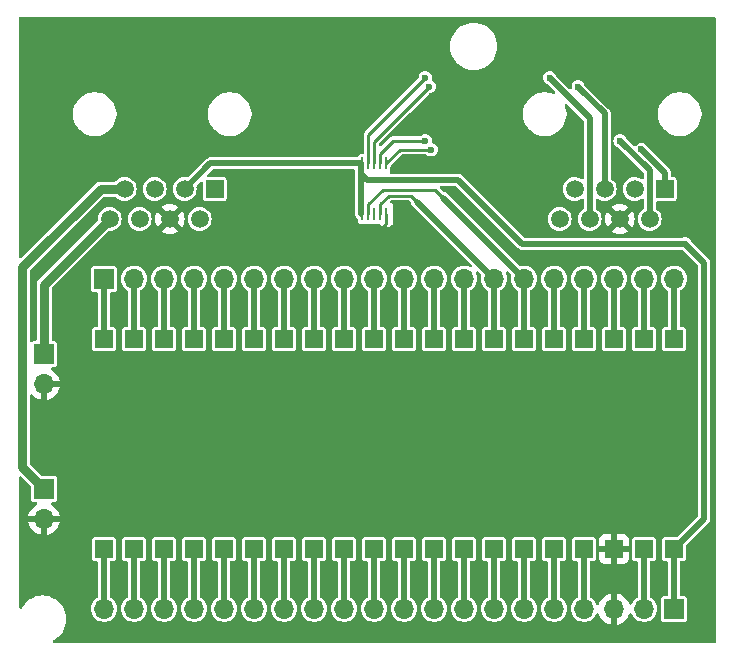
<source format=gtl>
%TF.GenerationSoftware,KiCad,Pcbnew,8.0.4*%
%TF.CreationDate,2024-08-14T00:22:54+01:00*%
%TF.ProjectId,PicoChain,5069636f-4368-4616-996e-2e6b69636164,rev?*%
%TF.SameCoordinates,Original*%
%TF.FileFunction,Copper,L1,Top*%
%TF.FilePolarity,Positive*%
%FSLAX46Y46*%
G04 Gerber Fmt 4.6, Leading zero omitted, Abs format (unit mm)*
G04 Created by KiCad (PCBNEW 8.0.4) date 2024-08-14 00:22:54*
%MOMM*%
%LPD*%
G01*
G04 APERTURE LIST*
%TA.AperFunction,ComponentPad*%
%ADD10R,1.508000X1.508000*%
%TD*%
%TA.AperFunction,ComponentPad*%
%ADD11C,1.500000*%
%TD*%
%TA.AperFunction,ComponentPad*%
%ADD12R,1.500000X1.500000*%
%TD*%
%TA.AperFunction,ComponentPad*%
%ADD13O,1.700000X1.700000*%
%TD*%
%TA.AperFunction,ComponentPad*%
%ADD14R,1.700000X1.700000*%
%TD*%
%TA.AperFunction,SMDPad,CuDef*%
%ADD15R,0.250000X1.100000*%
%TD*%
%TA.AperFunction,ViaPad*%
%ADD16C,0.600000*%
%TD*%
%TA.AperFunction,Conductor*%
%ADD17C,0.254000*%
%TD*%
%TA.AperFunction,Conductor*%
%ADD18C,0.508000*%
%TD*%
%TA.AperFunction,Conductor*%
%ADD19C,0.762000*%
%TD*%
G04 APERTURE END LIST*
D10*
%TO.P,U2,VSYS,VSYS*%
%TO.N,Net-(J6-Pin_2)*%
X182969400Y-113462600D03*
%TO.P,U2,VBUS,VBUS*%
%TO.N,+5V*%
X185509400Y-113462600D03*
%TO.P,U2,RUN,RUN*%
%TO.N,Net-(J6-Pin_11)*%
X160109400Y-113462600D03*
%TO.P,U2,GP28_A2,GP28_A2*%
%TO.N,Net-(J6-Pin_7)*%
X170269400Y-113462600D03*
%TO.P,U2,GP27_A1,GP27_A1*%
%TO.N,Net-(J6-Pin_9)*%
X165189400Y-113462600D03*
%TO.P,U2,GP26_A0,GP26_A0*%
%TO.N,Net-(J6-Pin_10)*%
X162649400Y-113462600D03*
%TO.P,U2,GP22,GP22*%
%TO.N,Net-(J6-Pin_12)*%
X157569400Y-113462600D03*
%TO.P,U2,GP21,GP21*%
%TO.N,Net-(J6-Pin_14)*%
X152489400Y-113462600D03*
%TO.P,U2,GP20,GP20*%
%TO.N,Net-(J6-Pin_15)*%
X149949400Y-113462600D03*
%TO.P,U2,GP19,GP19*%
%TO.N,Net-(J6-Pin_16)*%
X147409400Y-113462600D03*
%TO.P,U2,GP18,GP18*%
%TO.N,Net-(J6-Pin_17)*%
X144869400Y-113462600D03*
%TO.P,U2,GP17,GP17*%
%TO.N,Net-(J6-Pin_19)*%
X139789400Y-113462600D03*
%TO.P,U2,GP16,GP16*%
%TO.N,Net-(J6-Pin_20)*%
X137249400Y-113462600D03*
%TO.P,U2,GP15,GP15*%
%TO.N,Net-(J5-Pin_1)*%
X137249400Y-95682600D03*
%TO.P,U2,GP14,GP14*%
%TO.N,Net-(J5-Pin_2)*%
X139789400Y-95682600D03*
%TO.P,U2,GP13,GP13*%
%TO.N,Net-(J5-Pin_4)*%
X144869400Y-95682600D03*
%TO.P,U2,GP12,GP12*%
%TO.N,Net-(J5-Pin_5)*%
X147409400Y-95682600D03*
%TO.P,U2,GP11,GP11*%
%TO.N,Net-(J5-Pin_6)*%
X149949400Y-95682600D03*
%TO.P,U2,GP10,GP10*%
%TO.N,Net-(J5-Pin_7)*%
X152489400Y-95682600D03*
%TO.P,U2,GP9,GP9*%
%TO.N,Net-(J5-Pin_9)*%
X157569400Y-95682600D03*
%TO.P,U2,GP8,GP8*%
%TO.N,Net-(J5-Pin_10)*%
X160109400Y-95682600D03*
%TO.P,U2,GP7,GP7*%
%TO.N,Net-(J5-Pin_11)*%
X162649400Y-95682600D03*
%TO.P,U2,GP6,GP6*%
%TO.N,Net-(J5-Pin_12)*%
X165189400Y-95682600D03*
%TO.P,U2,GP5,GP5*%
%TO.N,Net-(J5-Pin_14)*%
X170269400Y-95682600D03*
%TO.P,U2,GP4,GP4*%
%TO.N,Net-(J5-Pin_15)*%
X172809400Y-95682600D03*
%TO.P,U2,GP3,GP3*%
%TO.N,Net-(J5-Pin_16)*%
X175349400Y-95682600D03*
%TO.P,U2,GP2,GP2*%
%TO.N,Net-(J5-Pin_17)*%
X177889400Y-95682600D03*
%TO.P,U2,GP1,GP1*%
%TO.N,Net-(J5-Pin_19)*%
X182969400Y-95682600D03*
%TO.P,U2,GP0,GP0*%
%TO.N,Net-(J5-Pin_20)*%
X185509400Y-95682600D03*
%TO.P,U2,GND7,GND7*%
%TO.N,Net-(J5-Pin_3)*%
X142329400Y-95682600D03*
%TO.P,U2,GND6,GND6*%
%TO.N,Net-(J5-Pin_8)*%
X155029400Y-95682600D03*
%TO.P,U2,GND5,GND5*%
%TO.N,Net-(J5-Pin_13)*%
X167729400Y-95682600D03*
%TO.P,U2,GND4,GND4*%
%TO.N,Net-(J5-Pin_18)*%
X180429400Y-95682600D03*
%TO.P,U2,GND3,GND3*%
%TO.N,Net-(J6-Pin_18)*%
X142329400Y-113462600D03*
%TO.P,U2,GND2,GND2*%
%TO.N,Net-(J6-Pin_13)*%
X155029400Y-113462600D03*
%TO.P,U2,GND,GND*%
%TO.N,GND*%
X180429400Y-113462600D03*
%TO.P,U2,AGND,AGND*%
%TO.N,Net-(J6-Pin_8)*%
X167729400Y-113462600D03*
%TO.P,U2,ADC_VREF,ADC_VREF*%
%TO.N,Net-(J6-Pin_6)*%
X172809400Y-113462600D03*
%TO.P,U2,3V3_EN,3V3_EN*%
%TO.N,Net-(J6-Pin_4)*%
X177889400Y-113462600D03*
%TO.P,U2,3V3,3V3*%
%TO.N,Net-(J6-Pin_5)*%
X175349400Y-113462600D03*
%TD*%
D11*
%TO.P,J2,8*%
%TO.N,+12V*%
X137721900Y-85542600D03*
%TO.P,J2,7*%
%TO.N,/+5V(M)*%
X138991900Y-83002600D03*
%TO.P,J2,6*%
%TO.N,Net-(U1-DSDAM)*%
X140261900Y-85542600D03*
%TO.P,J2,5*%
%TO.N,Net-(U1-DSDAP)*%
X141531900Y-83002600D03*
%TO.P,J2,4*%
%TO.N,GND*%
X142801900Y-85542600D03*
%TO.P,J2,3*%
%TO.N,+5V*%
X144071900Y-83002600D03*
%TO.P,J2,2*%
%TO.N,Net-(U1-DSCLP)*%
X145341900Y-85542600D03*
D12*
%TO.P,J2,1*%
%TO.N,Net-(U1-DSCLM)*%
X146611900Y-83002600D03*
%TD*%
D13*
%TO.P,GND,2,Pin_2*%
%TO.N,GND*%
X132169400Y-110922600D03*
D14*
%TO.P,GND,1,Pin_1*%
%TO.N,/+5V(M)*%
X132169400Y-108382600D03*
%TD*%
D13*
%TO.P,GND,2,Pin_2*%
%TO.N,GND*%
X132169400Y-99492600D03*
D14*
%TO.P,GND,1,Pin_1*%
%TO.N,+12V*%
X132169400Y-96952600D03*
%TD*%
D13*
%TO.P,J6,20,Pin_20*%
%TO.N,Net-(J6-Pin_20)*%
X137249400Y-118542600D03*
%TO.P,J6,19,Pin_19*%
%TO.N,Net-(J6-Pin_19)*%
X139789400Y-118542600D03*
%TO.P,J6,18,Pin_18*%
%TO.N,Net-(J6-Pin_18)*%
X142329400Y-118542600D03*
%TO.P,J6,17,Pin_17*%
%TO.N,Net-(J6-Pin_17)*%
X144869400Y-118542600D03*
%TO.P,J6,16,Pin_16*%
%TO.N,Net-(J6-Pin_16)*%
X147409400Y-118542600D03*
%TO.P,J6,15,Pin_15*%
%TO.N,Net-(J6-Pin_15)*%
X149949400Y-118542600D03*
%TO.P,J6,14,Pin_14*%
%TO.N,Net-(J6-Pin_14)*%
X152489400Y-118542600D03*
%TO.P,J6,13,Pin_13*%
%TO.N,Net-(J6-Pin_13)*%
X155029400Y-118542600D03*
%TO.P,J6,12,Pin_12*%
%TO.N,Net-(J6-Pin_12)*%
X157569400Y-118542600D03*
%TO.P,J6,11,Pin_11*%
%TO.N,Net-(J6-Pin_11)*%
X160109400Y-118542600D03*
%TO.P,J6,10,Pin_10*%
%TO.N,Net-(J6-Pin_10)*%
X162649400Y-118542600D03*
%TO.P,J6,9,Pin_9*%
%TO.N,Net-(J6-Pin_9)*%
X165189400Y-118542600D03*
%TO.P,J6,8,Pin_8*%
%TO.N,Net-(J6-Pin_8)*%
X167729400Y-118542600D03*
%TO.P,J6,7,Pin_7*%
%TO.N,Net-(J6-Pin_7)*%
X170269400Y-118542600D03*
%TO.P,J6,6,Pin_6*%
%TO.N,Net-(J6-Pin_6)*%
X172809400Y-118542600D03*
%TO.P,J6,5,Pin_5*%
%TO.N,Net-(J6-Pin_5)*%
X175349400Y-118542600D03*
%TO.P,J6,4,Pin_4*%
%TO.N,Net-(J6-Pin_4)*%
X177889400Y-118542600D03*
%TO.P,J6,3,Pin_3*%
%TO.N,GND*%
X180429400Y-118542600D03*
%TO.P,J6,2,Pin_2*%
%TO.N,Net-(J6-Pin_2)*%
X182969400Y-118542600D03*
D14*
%TO.P,J6,1,Pin_1*%
%TO.N,+5V*%
X185509400Y-118542600D03*
%TD*%
D11*
%TO.P,J1,8*%
%TO.N,+12V*%
X175821900Y-85542600D03*
%TO.P,J1,7*%
%TO.N,/+5V(M)*%
X177091900Y-83002600D03*
%TO.P,J1,6*%
%TO.N,Net-(U1-DSDAM)*%
X178361900Y-85542600D03*
%TO.P,J1,5*%
%TO.N,Net-(U1-DSDAP)*%
X179631900Y-83002600D03*
%TO.P,J1,4*%
%TO.N,GND*%
X180901900Y-85542600D03*
%TO.P,J1,3*%
%TO.N,+5V*%
X182171900Y-83002600D03*
%TO.P,J1,2*%
%TO.N,Net-(U1-DSCLP)*%
X183441900Y-85542600D03*
D12*
%TO.P,J1,1*%
%TO.N,Net-(U1-DSCLM)*%
X184711900Y-83002600D03*
%TD*%
D13*
%TO.P,J5,20,Pin_20*%
%TO.N,Net-(J5-Pin_20)*%
X185509400Y-90602600D03*
%TO.P,J5,19,Pin_19*%
%TO.N,Net-(J5-Pin_19)*%
X182969400Y-90602600D03*
%TO.P,J5,18,Pin_18*%
%TO.N,Net-(J5-Pin_18)*%
X180429400Y-90602600D03*
%TO.P,J5,17,Pin_17*%
%TO.N,Net-(J5-Pin_17)*%
X177889400Y-90602600D03*
%TO.P,J5,16,Pin_16*%
%TO.N,Net-(J5-Pin_16)*%
X175349400Y-90602600D03*
%TO.P,J5,15,Pin_15*%
%TO.N,Net-(J5-Pin_15)*%
X172809400Y-90602600D03*
%TO.P,J5,14,Pin_14*%
%TO.N,Net-(J5-Pin_14)*%
X170269400Y-90602600D03*
%TO.P,J5,13,Pin_13*%
%TO.N,Net-(J5-Pin_13)*%
X167729400Y-90602600D03*
%TO.P,J5,12,Pin_12*%
%TO.N,Net-(J5-Pin_12)*%
X165189400Y-90602600D03*
%TO.P,J5,11,Pin_11*%
%TO.N,Net-(J5-Pin_11)*%
X162649400Y-90602600D03*
%TO.P,J5,10,Pin_10*%
%TO.N,Net-(J5-Pin_10)*%
X160109400Y-90602600D03*
%TO.P,J5,9,Pin_9*%
%TO.N,Net-(J5-Pin_9)*%
X157569400Y-90602600D03*
%TO.P,J5,8,Pin_8*%
%TO.N,Net-(J5-Pin_8)*%
X155029400Y-90602600D03*
%TO.P,J5,7,Pin_7*%
%TO.N,Net-(J5-Pin_7)*%
X152489400Y-90602600D03*
%TO.P,J5,6,Pin_6*%
%TO.N,Net-(J5-Pin_6)*%
X149949400Y-90602600D03*
%TO.P,J5,5,Pin_5*%
%TO.N,Net-(J5-Pin_5)*%
X147409400Y-90602600D03*
%TO.P,J5,4,Pin_4*%
%TO.N,Net-(J5-Pin_4)*%
X144869400Y-90602600D03*
%TO.P,J5,3,Pin_3*%
%TO.N,Net-(J5-Pin_3)*%
X142329400Y-90602600D03*
%TO.P,J5,2,Pin_2*%
%TO.N,Net-(J5-Pin_2)*%
X139789400Y-90602600D03*
D14*
%TO.P,J5,1,Pin_1*%
%TO.N,Net-(J5-Pin_1)*%
X137249400Y-90602600D03*
%TD*%
D15*
%TO.P,U1,10,V_{DD(B)}*%
%TO.N,+5V*%
X159109400Y-80832600D03*
%TO.P,U1,9,DSDAM*%
%TO.N,Net-(U1-DSDAM)*%
X159609400Y-80832600D03*
%TO.P,U1,8,DSDAP*%
%TO.N,Net-(U1-DSDAP)*%
X160109400Y-80832600D03*
%TO.P,U1,7,DSCLP*%
%TO.N,Net-(U1-DSCLP)*%
X160609400Y-80832600D03*
%TO.P,U1,6,DSCLM*%
%TO.N,Net-(U1-DSCLM)*%
X161109400Y-80832600D03*
%TO.P,U1,5,V_{SS}*%
%TO.N,GND*%
X161109400Y-85132600D03*
%TO.P,U1,4,SCL*%
%TO.N,Net-(J5-Pin_14)*%
X160609400Y-85132600D03*
%TO.P,U1,3,EN*%
%TO.N,unconnected-(U1-EN-Pad3)*%
X160109400Y-85132600D03*
%TO.P,U1,2,SDA*%
%TO.N,Net-(J5-Pin_15)*%
X159609400Y-85132600D03*
%TO.P,U1,1,V_{DD(A)}*%
%TO.N,+5V*%
X159109400Y-85132600D03*
%TD*%
D16*
%TO.N,+5V*%
X186436000Y-87630000D03*
%TO.N,Net-(U1-DSDAP)*%
X164785172Y-74338600D03*
X177381400Y-74346600D03*
%TO.N,Net-(U1-DSCLM)*%
X182740559Y-79655441D03*
X164935400Y-79680600D03*
%TO.N,Net-(U1-DSDAM)*%
X164427400Y-73584600D03*
X174960400Y-73584600D03*
%TO.N,Net-(U1-DSCLP)*%
X180937400Y-78918600D03*
X164427400Y-78918600D03*
%TD*%
D17*
%TO.N,GND*%
X159441000Y-87630000D02*
X161109400Y-85961600D01*
D18*
X144889300Y-87630000D02*
X142801900Y-85542600D01*
X159441000Y-87630000D02*
X144889300Y-87630000D01*
D17*
X161109400Y-85961600D02*
X161109400Y-85132600D01*
%TO.N,Net-(J5-Pin_14)*%
X160609400Y-85132600D02*
X160609400Y-84303600D01*
X161347000Y-83566000D02*
X163232800Y-83566000D01*
X160609400Y-84303600D02*
X161347000Y-83566000D01*
X163232800Y-83566000D02*
X163740800Y-84074000D01*
D18*
X163740800Y-84074000D02*
X170269400Y-90602600D01*
D17*
%TO.N,Net-(J5-Pin_15)*%
X165951400Y-83744600D02*
X165264800Y-83058000D01*
X165264800Y-83058000D02*
X160855000Y-83058000D01*
X160855000Y-83058000D02*
X159609400Y-84303600D01*
X159609400Y-84303600D02*
X159609400Y-85132600D01*
D18*
%TO.N,+5V*%
X185509400Y-113462600D02*
X188049400Y-110922600D01*
X188049400Y-110922600D02*
X188049400Y-89243400D01*
X172630800Y-87630000D02*
X167221400Y-82220600D01*
X188049400Y-89243400D02*
X186436000Y-87630000D01*
X186436000Y-87630000D02*
X172630800Y-87630000D01*
X167221400Y-82220600D02*
X159538400Y-82220600D01*
X159538400Y-82220600D02*
X159030400Y-81712600D01*
%TO.N,GND*%
X180429400Y-118542600D02*
X180429400Y-113462600D01*
%TO.N,Net-(J6-Pin_2)*%
X182969400Y-118542600D02*
X182969400Y-113462600D01*
%TO.N,+5V*%
X185509400Y-118542600D02*
X185509400Y-113462600D01*
%TO.N,Net-(J6-Pin_4)*%
X177889400Y-118542600D02*
X177889400Y-113462600D01*
%TO.N,Net-(J6-Pin_5)*%
X175349400Y-118542600D02*
X175349400Y-113462600D01*
%TO.N,Net-(J6-Pin_6)*%
X172809400Y-118542600D02*
X172809400Y-113462600D01*
%TO.N,Net-(J6-Pin_7)*%
X170269400Y-118542600D02*
X170269400Y-113462600D01*
%TO.N,Net-(J6-Pin_8)*%
X167729400Y-118542600D02*
X167729400Y-113462600D01*
%TO.N,Net-(J6-Pin_9)*%
X165189400Y-118542600D02*
X165189400Y-113462600D01*
%TO.N,Net-(J6-Pin_10)*%
X162649400Y-113462600D02*
X162649400Y-118542600D01*
%TO.N,Net-(J6-Pin_11)*%
X160109400Y-118542600D02*
X160109400Y-113462600D01*
%TO.N,Net-(J6-Pin_12)*%
X157569400Y-113462600D02*
X157569400Y-118542600D01*
%TO.N,Net-(J6-Pin_13)*%
X155029400Y-113462600D02*
X155029400Y-118542600D01*
%TO.N,Net-(J6-Pin_14)*%
X152489400Y-118542600D02*
X152489400Y-113462600D01*
%TO.N,Net-(J6-Pin_15)*%
X149949400Y-113462600D02*
X149949400Y-118542600D01*
%TO.N,Net-(J6-Pin_16)*%
X147409400Y-113462600D02*
X147409400Y-118542600D01*
%TO.N,Net-(J6-Pin_17)*%
X144869400Y-113462600D02*
X144869400Y-118542600D01*
%TO.N,Net-(J6-Pin_18)*%
X142329400Y-113462600D02*
X142329400Y-118542600D01*
%TO.N,Net-(J6-Pin_19)*%
X139789400Y-113462600D02*
X139789400Y-118542600D01*
%TO.N,Net-(J6-Pin_20)*%
X137249400Y-113462600D02*
X137249400Y-118542600D01*
%TO.N,Net-(J5-Pin_20)*%
X185509400Y-95682600D02*
X185509400Y-90602600D01*
%TO.N,Net-(J5-Pin_19)*%
X182969400Y-95682600D02*
X182969400Y-90602600D01*
%TO.N,Net-(J5-Pin_18)*%
X180429400Y-95682600D02*
X180429400Y-90602600D01*
%TO.N,Net-(J5-Pin_17)*%
X177889400Y-95682600D02*
X177889400Y-90602600D01*
%TO.N,Net-(J5-Pin_16)*%
X175349400Y-95682600D02*
X175349400Y-90602600D01*
%TO.N,Net-(J5-Pin_15)*%
X172809400Y-95682600D02*
X172809400Y-90602600D01*
%TO.N,Net-(J5-Pin_14)*%
X170269400Y-95682600D02*
X170269400Y-90602600D01*
%TO.N,Net-(J5-Pin_13)*%
X167729400Y-95682600D02*
X167729400Y-90602600D01*
%TO.N,Net-(J5-Pin_12)*%
X165189400Y-95682600D02*
X165189400Y-90602600D01*
%TO.N,Net-(J5-Pin_11)*%
X162649400Y-95682600D02*
X162649400Y-90602600D01*
%TO.N,Net-(J5-Pin_10)*%
X160109400Y-95682600D02*
X160109400Y-90602600D01*
%TO.N,Net-(J5-Pin_9)*%
X157569400Y-95682600D02*
X157569400Y-90602600D01*
%TO.N,Net-(J5-Pin_8)*%
X155029400Y-95682600D02*
X155029400Y-90602600D01*
%TO.N,Net-(J5-Pin_7)*%
X152489400Y-95682600D02*
X152489400Y-90602600D01*
%TO.N,Net-(J5-Pin_6)*%
X149949400Y-95682600D02*
X149949400Y-90602600D01*
%TO.N,Net-(J5-Pin_5)*%
X147409400Y-95682600D02*
X147409400Y-90602600D01*
%TO.N,Net-(J5-Pin_4)*%
X144869400Y-95682600D02*
X144869400Y-90602600D01*
%TO.N,Net-(J5-Pin_3)*%
X142329400Y-95682600D02*
X142329400Y-90602600D01*
%TO.N,Net-(J5-Pin_2)*%
X139789400Y-95682600D02*
X139789400Y-90602600D01*
%TO.N,Net-(J5-Pin_1)*%
X137249400Y-95682600D02*
X137249400Y-90602600D01*
%TO.N,Net-(J5-Pin_15)*%
X172809400Y-90602600D02*
X165951400Y-83744600D01*
D17*
%TO.N,Net-(U1-DSDAM)*%
X159609400Y-80832600D02*
X159609400Y-78402600D01*
X159609400Y-78402600D02*
X164427400Y-73584600D01*
%TO.N,Net-(U1-DSDAP)*%
X160109400Y-80832600D02*
X160109400Y-79014372D01*
X160109400Y-79014372D02*
X164785172Y-74338600D01*
D18*
%TO.N,Net-(U1-DSDAM)*%
X174960400Y-73584600D02*
X178361900Y-76986100D01*
X178361900Y-76986100D02*
X178361900Y-85542600D01*
%TO.N,Net-(U1-DSDAP)*%
X177381400Y-74346600D02*
X179631900Y-76597100D01*
X179631900Y-76597100D02*
X179631900Y-83002600D01*
%TO.N,Net-(U1-DSCLM)*%
X182740559Y-79655441D02*
X184747400Y-81662282D01*
X184747400Y-81662282D02*
X184747400Y-82967100D01*
X184747400Y-82967100D02*
X184711900Y-83002600D01*
%TO.N,Net-(U1-DSCLP)*%
X180937400Y-78918600D02*
X183441900Y-81423100D01*
X183441900Y-81423100D02*
X183441900Y-85542600D01*
D17*
%TO.N,Net-(U1-DSCLM)*%
X164935400Y-79680600D02*
X162261400Y-79680600D01*
X162261400Y-79680600D02*
X161188400Y-80753600D01*
X161188400Y-80753600D02*
X161188400Y-80832600D01*
D19*
%TO.N,/+5V(M)*%
X138991900Y-83002600D02*
X136945320Y-83002600D01*
X130310400Y-106523600D02*
X132169400Y-108382600D01*
X130310400Y-89637520D02*
X130310400Y-106523600D01*
X136945320Y-83002600D02*
X130310400Y-89637520D01*
D18*
%TO.N,+5V*%
X146241900Y-80832600D02*
X159030400Y-80832600D01*
X159030400Y-81712600D02*
X159030400Y-85132600D01*
X144071900Y-83002600D02*
X146241900Y-80832600D01*
X181739186Y-83002600D02*
X182171900Y-83002600D01*
X159030400Y-81712600D02*
X159030400Y-80832600D01*
D19*
%TO.N,+12V*%
X132169400Y-91095100D02*
X132169400Y-96952600D01*
X137721900Y-85542600D02*
X132169400Y-91095100D01*
D17*
%TO.N,Net-(U1-DSCLP)*%
X160609400Y-80003600D02*
X161694400Y-78918600D01*
X161694400Y-78918600D02*
X164427400Y-78918600D01*
X160609400Y-80832600D02*
X160609400Y-80003600D01*
%TD*%
%TA.AperFunction,Conductor*%
%TO.N,GND*%
G36*
X188981621Y-68440502D02*
G01*
X189028114Y-68494158D01*
X189039500Y-68546500D01*
X189039500Y-121293500D01*
X189019498Y-121361621D01*
X188965842Y-121408114D01*
X188913500Y-121419500D01*
X133046092Y-121419500D01*
X132977971Y-121399498D01*
X132931478Y-121345842D01*
X132921374Y-121275568D01*
X132950868Y-121210988D01*
X132985706Y-121182913D01*
X133043883Y-121151145D01*
X133124315Y-121107226D01*
X133353395Y-120935739D01*
X133555739Y-120733395D01*
X133727226Y-120504315D01*
X133727229Y-120504309D01*
X133727231Y-120504307D01*
X133864362Y-120253170D01*
X133864367Y-120253161D01*
X133964369Y-119985046D01*
X134025196Y-119705428D01*
X134045610Y-119420000D01*
X134025196Y-119134572D01*
X133964369Y-118854954D01*
X133864367Y-118586839D01*
X133840208Y-118542595D01*
X136140168Y-118542595D01*
X136140168Y-118542604D01*
X136159054Y-118746419D01*
X136209269Y-118922906D01*
X136215072Y-118943301D01*
X136306312Y-119126535D01*
X136306313Y-119126536D01*
X136429666Y-119289884D01*
X136580936Y-119427785D01*
X136754966Y-119535540D01*
X136754968Y-119535540D01*
X136754973Y-119535544D01*
X136945844Y-119609488D01*
X137147053Y-119647100D01*
X137147055Y-119647100D01*
X137351745Y-119647100D01*
X137351747Y-119647100D01*
X137552956Y-119609488D01*
X137743827Y-119535544D01*
X137917862Y-119427786D01*
X138069132Y-119289885D01*
X138192488Y-119126535D01*
X138283728Y-118943301D01*
X138339745Y-118746421D01*
X138352532Y-118608426D01*
X138358632Y-118542604D01*
X138358632Y-118542595D01*
X138680168Y-118542595D01*
X138680168Y-118542604D01*
X138699054Y-118746419D01*
X138749269Y-118922906D01*
X138755072Y-118943301D01*
X138846312Y-119126535D01*
X138846313Y-119126536D01*
X138969666Y-119289884D01*
X139120936Y-119427785D01*
X139294966Y-119535540D01*
X139294968Y-119535540D01*
X139294973Y-119535544D01*
X139485844Y-119609488D01*
X139687053Y-119647100D01*
X139687055Y-119647100D01*
X139891745Y-119647100D01*
X139891747Y-119647100D01*
X140092956Y-119609488D01*
X140283827Y-119535544D01*
X140457862Y-119427786D01*
X140609132Y-119289885D01*
X140732488Y-119126535D01*
X140823728Y-118943301D01*
X140879745Y-118746421D01*
X140892532Y-118608426D01*
X140898632Y-118542604D01*
X140898632Y-118542595D01*
X141220168Y-118542595D01*
X141220168Y-118542604D01*
X141239054Y-118746419D01*
X141289269Y-118922906D01*
X141295072Y-118943301D01*
X141386312Y-119126535D01*
X141386313Y-119126536D01*
X141509666Y-119289884D01*
X141660936Y-119427785D01*
X141834966Y-119535540D01*
X141834968Y-119535540D01*
X141834973Y-119535544D01*
X142025844Y-119609488D01*
X142227053Y-119647100D01*
X142227055Y-119647100D01*
X142431745Y-119647100D01*
X142431747Y-119647100D01*
X142632956Y-119609488D01*
X142823827Y-119535544D01*
X142997862Y-119427786D01*
X143149132Y-119289885D01*
X143272488Y-119126535D01*
X143363728Y-118943301D01*
X143419745Y-118746421D01*
X143432532Y-118608426D01*
X143438632Y-118542604D01*
X143438632Y-118542595D01*
X143760168Y-118542595D01*
X143760168Y-118542604D01*
X143779054Y-118746419D01*
X143829269Y-118922906D01*
X143835072Y-118943301D01*
X143926312Y-119126535D01*
X143926313Y-119126536D01*
X144049666Y-119289884D01*
X144200936Y-119427785D01*
X144374966Y-119535540D01*
X144374968Y-119535540D01*
X144374973Y-119535544D01*
X144565844Y-119609488D01*
X144767053Y-119647100D01*
X144767055Y-119647100D01*
X144971745Y-119647100D01*
X144971747Y-119647100D01*
X145172956Y-119609488D01*
X145363827Y-119535544D01*
X145537862Y-119427786D01*
X145689132Y-119289885D01*
X145812488Y-119126535D01*
X145903728Y-118943301D01*
X145959745Y-118746421D01*
X145972532Y-118608426D01*
X145978632Y-118542604D01*
X145978632Y-118542595D01*
X146300168Y-118542595D01*
X146300168Y-118542604D01*
X146319054Y-118746419D01*
X146369269Y-118922906D01*
X146375072Y-118943301D01*
X146466312Y-119126535D01*
X146466313Y-119126536D01*
X146589666Y-119289884D01*
X146740936Y-119427785D01*
X146914966Y-119535540D01*
X146914968Y-119535540D01*
X146914973Y-119535544D01*
X147105844Y-119609488D01*
X147307053Y-119647100D01*
X147307055Y-119647100D01*
X147511745Y-119647100D01*
X147511747Y-119647100D01*
X147712956Y-119609488D01*
X147903827Y-119535544D01*
X148077862Y-119427786D01*
X148229132Y-119289885D01*
X148352488Y-119126535D01*
X148443728Y-118943301D01*
X148499745Y-118746421D01*
X148512532Y-118608426D01*
X148518632Y-118542604D01*
X148518632Y-118542595D01*
X148840168Y-118542595D01*
X148840168Y-118542604D01*
X148859054Y-118746419D01*
X148909269Y-118922906D01*
X148915072Y-118943301D01*
X149006312Y-119126535D01*
X149006313Y-119126536D01*
X149129666Y-119289884D01*
X149280936Y-119427785D01*
X149454966Y-119535540D01*
X149454968Y-119535540D01*
X149454973Y-119535544D01*
X149645844Y-119609488D01*
X149847053Y-119647100D01*
X149847055Y-119647100D01*
X150051745Y-119647100D01*
X150051747Y-119647100D01*
X150252956Y-119609488D01*
X150443827Y-119535544D01*
X150617862Y-119427786D01*
X150769132Y-119289885D01*
X150892488Y-119126535D01*
X150983728Y-118943301D01*
X151039745Y-118746421D01*
X151052532Y-118608426D01*
X151058632Y-118542604D01*
X151058632Y-118542595D01*
X151380168Y-118542595D01*
X151380168Y-118542604D01*
X151399054Y-118746419D01*
X151449269Y-118922906D01*
X151455072Y-118943301D01*
X151546312Y-119126535D01*
X151546313Y-119126536D01*
X151669666Y-119289884D01*
X151820936Y-119427785D01*
X151994966Y-119535540D01*
X151994968Y-119535540D01*
X151994973Y-119535544D01*
X152185844Y-119609488D01*
X152387053Y-119647100D01*
X152387055Y-119647100D01*
X152591745Y-119647100D01*
X152591747Y-119647100D01*
X152792956Y-119609488D01*
X152983827Y-119535544D01*
X153157862Y-119427786D01*
X153309132Y-119289885D01*
X153432488Y-119126535D01*
X153523728Y-118943301D01*
X153579745Y-118746421D01*
X153592532Y-118608426D01*
X153598632Y-118542604D01*
X153598632Y-118542595D01*
X153920168Y-118542595D01*
X153920168Y-118542604D01*
X153939054Y-118746419D01*
X153989269Y-118922906D01*
X153995072Y-118943301D01*
X154086312Y-119126535D01*
X154086313Y-119126536D01*
X154209666Y-119289884D01*
X154360936Y-119427785D01*
X154534966Y-119535540D01*
X154534968Y-119535540D01*
X154534973Y-119535544D01*
X154725844Y-119609488D01*
X154927053Y-119647100D01*
X154927055Y-119647100D01*
X155131745Y-119647100D01*
X155131747Y-119647100D01*
X155332956Y-119609488D01*
X155523827Y-119535544D01*
X155697862Y-119427786D01*
X155849132Y-119289885D01*
X155972488Y-119126535D01*
X156063728Y-118943301D01*
X156119745Y-118746421D01*
X156132532Y-118608426D01*
X156138632Y-118542604D01*
X156138632Y-118542595D01*
X156460168Y-118542595D01*
X156460168Y-118542604D01*
X156479054Y-118746419D01*
X156529269Y-118922906D01*
X156535072Y-118943301D01*
X156626312Y-119126535D01*
X156626313Y-119126536D01*
X156749666Y-119289884D01*
X156900936Y-119427785D01*
X157074966Y-119535540D01*
X157074968Y-119535540D01*
X157074973Y-119535544D01*
X157265844Y-119609488D01*
X157467053Y-119647100D01*
X157467055Y-119647100D01*
X157671745Y-119647100D01*
X157671747Y-119647100D01*
X157872956Y-119609488D01*
X158063827Y-119535544D01*
X158237862Y-119427786D01*
X158389132Y-119289885D01*
X158512488Y-119126535D01*
X158603728Y-118943301D01*
X158659745Y-118746421D01*
X158672532Y-118608426D01*
X158678632Y-118542604D01*
X158678632Y-118542595D01*
X159000168Y-118542595D01*
X159000168Y-118542604D01*
X159019054Y-118746419D01*
X159069269Y-118922906D01*
X159075072Y-118943301D01*
X159166312Y-119126535D01*
X159166313Y-119126536D01*
X159289666Y-119289884D01*
X159440936Y-119427785D01*
X159614966Y-119535540D01*
X159614968Y-119535540D01*
X159614973Y-119535544D01*
X159805844Y-119609488D01*
X160007053Y-119647100D01*
X160007055Y-119647100D01*
X160211745Y-119647100D01*
X160211747Y-119647100D01*
X160412956Y-119609488D01*
X160603827Y-119535544D01*
X160777862Y-119427786D01*
X160929132Y-119289885D01*
X161052488Y-119126535D01*
X161143728Y-118943301D01*
X161199745Y-118746421D01*
X161212532Y-118608426D01*
X161218632Y-118542604D01*
X161218632Y-118542595D01*
X161540168Y-118542595D01*
X161540168Y-118542604D01*
X161559054Y-118746419D01*
X161609269Y-118922906D01*
X161615072Y-118943301D01*
X161706312Y-119126535D01*
X161706313Y-119126536D01*
X161829666Y-119289884D01*
X161980936Y-119427785D01*
X162154966Y-119535540D01*
X162154968Y-119535540D01*
X162154973Y-119535544D01*
X162345844Y-119609488D01*
X162547053Y-119647100D01*
X162547055Y-119647100D01*
X162751745Y-119647100D01*
X162751747Y-119647100D01*
X162952956Y-119609488D01*
X163143827Y-119535544D01*
X163317862Y-119427786D01*
X163469132Y-119289885D01*
X163592488Y-119126535D01*
X163683728Y-118943301D01*
X163739745Y-118746421D01*
X163752532Y-118608426D01*
X163758632Y-118542604D01*
X163758632Y-118542595D01*
X164080168Y-118542595D01*
X164080168Y-118542604D01*
X164099054Y-118746419D01*
X164149269Y-118922906D01*
X164155072Y-118943301D01*
X164246312Y-119126535D01*
X164246313Y-119126536D01*
X164369666Y-119289884D01*
X164520936Y-119427785D01*
X164694966Y-119535540D01*
X164694968Y-119535540D01*
X164694973Y-119535544D01*
X164885844Y-119609488D01*
X165087053Y-119647100D01*
X165087055Y-119647100D01*
X165291745Y-119647100D01*
X165291747Y-119647100D01*
X165492956Y-119609488D01*
X165683827Y-119535544D01*
X165857862Y-119427786D01*
X166009132Y-119289885D01*
X166132488Y-119126535D01*
X166223728Y-118943301D01*
X166279745Y-118746421D01*
X166292532Y-118608426D01*
X166298632Y-118542604D01*
X166298632Y-118542595D01*
X166620168Y-118542595D01*
X166620168Y-118542604D01*
X166639054Y-118746419D01*
X166689269Y-118922906D01*
X166695072Y-118943301D01*
X166786312Y-119126535D01*
X166786313Y-119126536D01*
X166909666Y-119289884D01*
X167060936Y-119427785D01*
X167234966Y-119535540D01*
X167234968Y-119535540D01*
X167234973Y-119535544D01*
X167425844Y-119609488D01*
X167627053Y-119647100D01*
X167627055Y-119647100D01*
X167831745Y-119647100D01*
X167831747Y-119647100D01*
X168032956Y-119609488D01*
X168223827Y-119535544D01*
X168397862Y-119427786D01*
X168549132Y-119289885D01*
X168672488Y-119126535D01*
X168763728Y-118943301D01*
X168819745Y-118746421D01*
X168832532Y-118608426D01*
X168838632Y-118542604D01*
X168838632Y-118542595D01*
X169160168Y-118542595D01*
X169160168Y-118542604D01*
X169179054Y-118746419D01*
X169229269Y-118922906D01*
X169235072Y-118943301D01*
X169326312Y-119126535D01*
X169326313Y-119126536D01*
X169449666Y-119289884D01*
X169600936Y-119427785D01*
X169774966Y-119535540D01*
X169774968Y-119535540D01*
X169774973Y-119535544D01*
X169965844Y-119609488D01*
X170167053Y-119647100D01*
X170167055Y-119647100D01*
X170371745Y-119647100D01*
X170371747Y-119647100D01*
X170572956Y-119609488D01*
X170763827Y-119535544D01*
X170937862Y-119427786D01*
X171089132Y-119289885D01*
X171212488Y-119126535D01*
X171303728Y-118943301D01*
X171359745Y-118746421D01*
X171372532Y-118608426D01*
X171378632Y-118542604D01*
X171378632Y-118542595D01*
X171700168Y-118542595D01*
X171700168Y-118542604D01*
X171719054Y-118746419D01*
X171769269Y-118922906D01*
X171775072Y-118943301D01*
X171866312Y-119126535D01*
X171866313Y-119126536D01*
X171989666Y-119289884D01*
X172140936Y-119427785D01*
X172314966Y-119535540D01*
X172314968Y-119535540D01*
X172314973Y-119535544D01*
X172505844Y-119609488D01*
X172707053Y-119647100D01*
X172707055Y-119647100D01*
X172911745Y-119647100D01*
X172911747Y-119647100D01*
X173112956Y-119609488D01*
X173303827Y-119535544D01*
X173477862Y-119427786D01*
X173629132Y-119289885D01*
X173752488Y-119126535D01*
X173843728Y-118943301D01*
X173899745Y-118746421D01*
X173912532Y-118608426D01*
X173918632Y-118542604D01*
X173918632Y-118542595D01*
X174240168Y-118542595D01*
X174240168Y-118542604D01*
X174259054Y-118746419D01*
X174309269Y-118922906D01*
X174315072Y-118943301D01*
X174406312Y-119126535D01*
X174406313Y-119126536D01*
X174529666Y-119289884D01*
X174680936Y-119427785D01*
X174854966Y-119535540D01*
X174854968Y-119535540D01*
X174854973Y-119535544D01*
X175045844Y-119609488D01*
X175247053Y-119647100D01*
X175247055Y-119647100D01*
X175451745Y-119647100D01*
X175451747Y-119647100D01*
X175652956Y-119609488D01*
X175843827Y-119535544D01*
X176017862Y-119427786D01*
X176169132Y-119289885D01*
X176292488Y-119126535D01*
X176383728Y-118943301D01*
X176439745Y-118746421D01*
X176452532Y-118608426D01*
X176458632Y-118542604D01*
X176458632Y-118542595D01*
X176780168Y-118542595D01*
X176780168Y-118542604D01*
X176799054Y-118746419D01*
X176849269Y-118922906D01*
X176855072Y-118943301D01*
X176946312Y-119126535D01*
X176946313Y-119126536D01*
X177069666Y-119289884D01*
X177220936Y-119427785D01*
X177394966Y-119535540D01*
X177394968Y-119535540D01*
X177394973Y-119535544D01*
X177585844Y-119609488D01*
X177787053Y-119647100D01*
X177787055Y-119647100D01*
X177991745Y-119647100D01*
X177991747Y-119647100D01*
X178192956Y-119609488D01*
X178383827Y-119535544D01*
X178557862Y-119427786D01*
X178709132Y-119289885D01*
X178832488Y-119126535D01*
X178915426Y-118959972D01*
X178963694Y-118907911D01*
X179032449Y-118890208D01*
X179099859Y-118912487D01*
X179144523Y-118967674D01*
X179149923Y-118983526D01*
X179155968Y-119006089D01*
X179155970Y-119006093D01*
X179255799Y-119220177D01*
X179255800Y-119220179D01*
X179391286Y-119413673D01*
X179391293Y-119413682D01*
X179558317Y-119580706D01*
X179558326Y-119580713D01*
X179751820Y-119716199D01*
X179751822Y-119716200D01*
X179965906Y-119816029D01*
X179965910Y-119816031D01*
X180179400Y-119873235D01*
X180179400Y-118975612D01*
X180236407Y-119008525D01*
X180363574Y-119042600D01*
X180495226Y-119042600D01*
X180622393Y-119008525D01*
X180679400Y-118975612D01*
X180679400Y-119873234D01*
X180892889Y-119816031D01*
X180892893Y-119816029D01*
X181106977Y-119716200D01*
X181106979Y-119716199D01*
X181300473Y-119580713D01*
X181300482Y-119580706D01*
X181467506Y-119413682D01*
X181467513Y-119413673D01*
X181602999Y-119220179D01*
X181603000Y-119220177D01*
X181702829Y-119006093D01*
X181702831Y-119006087D01*
X181708875Y-118983531D01*
X181745824Y-118922906D01*
X181809684Y-118891882D01*
X181880178Y-118900308D01*
X181934927Y-118945509D01*
X181943373Y-118959974D01*
X182026308Y-119126530D01*
X182026312Y-119126535D01*
X182149666Y-119289884D01*
X182300936Y-119427785D01*
X182474966Y-119535540D01*
X182474968Y-119535540D01*
X182474973Y-119535544D01*
X182665844Y-119609488D01*
X182867053Y-119647100D01*
X182867055Y-119647100D01*
X183071745Y-119647100D01*
X183071747Y-119647100D01*
X183272956Y-119609488D01*
X183463827Y-119535544D01*
X183637862Y-119427786D01*
X183789132Y-119289885D01*
X183912488Y-119126535D01*
X184003728Y-118943301D01*
X184059745Y-118746421D01*
X184072532Y-118608426D01*
X184078632Y-118542604D01*
X184078632Y-118542595D01*
X184059745Y-118338780D01*
X184059745Y-118338779D01*
X184003728Y-118141899D01*
X183912488Y-117958665D01*
X183871404Y-117904261D01*
X183789133Y-117795315D01*
X183637862Y-117657414D01*
X183637858Y-117657411D01*
X183537569Y-117595314D01*
X183490182Y-117542447D01*
X183477900Y-117488187D01*
X183477900Y-114597099D01*
X183497902Y-114528978D01*
X183551558Y-114482485D01*
X183603900Y-114471099D01*
X183748464Y-114471099D01*
X183748466Y-114471099D01*
X183748469Y-114471098D01*
X183748472Y-114471098D01*
X183785063Y-114463819D01*
X183822701Y-114456334D01*
X183906884Y-114400084D01*
X183963134Y-114315901D01*
X183977900Y-114241667D01*
X183977899Y-112683534D01*
X183977898Y-112683530D01*
X183977898Y-112683526D01*
X183963134Y-112609299D01*
X183906883Y-112525115D01*
X183822702Y-112468866D01*
X183748467Y-112454100D01*
X182190336Y-112454100D01*
X182190326Y-112454101D01*
X182116099Y-112468865D01*
X182031915Y-112525116D01*
X181975666Y-112609297D01*
X181960900Y-112683530D01*
X181960900Y-114241663D01*
X181960901Y-114241673D01*
X181975665Y-114315900D01*
X182031916Y-114400084D01*
X182116097Y-114456333D01*
X182116099Y-114456334D01*
X182190333Y-114471100D01*
X182334900Y-114471099D01*
X182403020Y-114491101D01*
X182449513Y-114544756D01*
X182460900Y-114597099D01*
X182460900Y-117488187D01*
X182440898Y-117556308D01*
X182401231Y-117595314D01*
X182300941Y-117657411D01*
X182300937Y-117657414D01*
X182149666Y-117795315D01*
X182026312Y-117958664D01*
X182026311Y-117958665D01*
X181943373Y-118125226D01*
X181895104Y-118177289D01*
X181826349Y-118194991D01*
X181758939Y-118172711D01*
X181714275Y-118117524D01*
X181708875Y-118101670D01*
X181702830Y-118079107D01*
X181702829Y-118079106D01*
X181602999Y-117865021D01*
X181467512Y-117671525D01*
X181300476Y-117504488D01*
X181300473Y-117504486D01*
X181106979Y-117369000D01*
X181106977Y-117368999D01*
X180892893Y-117269170D01*
X180892888Y-117269168D01*
X180679400Y-117211964D01*
X180679400Y-118109588D01*
X180622393Y-118076675D01*
X180495226Y-118042600D01*
X180363574Y-118042600D01*
X180236407Y-118076675D01*
X180179400Y-118109588D01*
X180179400Y-117211964D01*
X179965911Y-117269168D01*
X179965906Y-117269170D01*
X179751821Y-117369000D01*
X179558325Y-117504487D01*
X179558319Y-117504492D01*
X179391292Y-117671519D01*
X179391287Y-117671525D01*
X179255800Y-117865021D01*
X179155970Y-118079106D01*
X179155969Y-118079108D01*
X179149923Y-118101674D01*
X179112971Y-118162296D01*
X179049110Y-118193318D01*
X178978616Y-118184889D01*
X178923869Y-118139686D01*
X178915425Y-118125225D01*
X178832488Y-117958665D01*
X178791404Y-117904261D01*
X178709133Y-117795315D01*
X178557862Y-117657414D01*
X178557858Y-117657411D01*
X178457569Y-117595314D01*
X178410182Y-117542447D01*
X178397900Y-117488187D01*
X178397900Y-114597099D01*
X178417902Y-114528978D01*
X178471558Y-114482485D01*
X178523900Y-114471099D01*
X178668464Y-114471099D01*
X178668466Y-114471099D01*
X178668469Y-114471098D01*
X178668472Y-114471098D01*
X178705063Y-114463819D01*
X178742701Y-114456334D01*
X178826884Y-114400084D01*
X178883134Y-114315901D01*
X178897900Y-114241667D01*
X178897899Y-112683534D01*
X178897898Y-112683530D01*
X178897898Y-112683526D01*
X178893370Y-112660759D01*
X179175400Y-112660759D01*
X179175400Y-113212600D01*
X179996388Y-113212600D01*
X179963475Y-113269607D01*
X179929400Y-113396774D01*
X179929400Y-113528426D01*
X179963475Y-113655593D01*
X179996388Y-113712600D01*
X179175400Y-113712600D01*
X179175400Y-114264440D01*
X179181800Y-114323971D01*
X179232047Y-114458689D01*
X179318210Y-114573789D01*
X179433310Y-114659952D01*
X179568028Y-114710199D01*
X179627559Y-114716599D01*
X179627576Y-114716600D01*
X180179400Y-114716600D01*
X180179400Y-113895612D01*
X180236407Y-113928525D01*
X180363574Y-113962600D01*
X180495226Y-113962600D01*
X180622393Y-113928525D01*
X180679400Y-113895612D01*
X180679400Y-114716600D01*
X181231224Y-114716600D01*
X181231240Y-114716599D01*
X181290771Y-114710199D01*
X181425489Y-114659952D01*
X181540589Y-114573789D01*
X181626752Y-114458689D01*
X181676999Y-114323971D01*
X181683399Y-114264440D01*
X181683400Y-114264423D01*
X181683400Y-113712600D01*
X180862412Y-113712600D01*
X180895325Y-113655593D01*
X180929400Y-113528426D01*
X180929400Y-113396774D01*
X180895325Y-113269607D01*
X180862412Y-113212600D01*
X181683400Y-113212600D01*
X181683400Y-112660776D01*
X181683399Y-112660759D01*
X181676999Y-112601228D01*
X181626752Y-112466510D01*
X181540589Y-112351410D01*
X181425489Y-112265247D01*
X181290771Y-112215000D01*
X181231240Y-112208600D01*
X180679400Y-112208600D01*
X180679400Y-113029588D01*
X180622393Y-112996675D01*
X180495226Y-112962600D01*
X180363574Y-112962600D01*
X180236407Y-112996675D01*
X180179400Y-113029588D01*
X180179400Y-112208600D01*
X179627559Y-112208600D01*
X179568028Y-112215000D01*
X179433310Y-112265247D01*
X179318210Y-112351410D01*
X179232047Y-112466510D01*
X179181800Y-112601228D01*
X179175400Y-112660759D01*
X178893370Y-112660759D01*
X178883134Y-112609299D01*
X178826883Y-112525115D01*
X178742702Y-112468866D01*
X178668467Y-112454100D01*
X177110336Y-112454100D01*
X177110326Y-112454101D01*
X177036099Y-112468865D01*
X176951915Y-112525116D01*
X176895666Y-112609297D01*
X176880900Y-112683530D01*
X176880900Y-114241663D01*
X176880901Y-114241673D01*
X176895665Y-114315900D01*
X176951916Y-114400084D01*
X177036097Y-114456333D01*
X177036099Y-114456334D01*
X177110333Y-114471100D01*
X177254900Y-114471099D01*
X177323020Y-114491101D01*
X177369513Y-114544756D01*
X177380900Y-114597099D01*
X177380900Y-117488187D01*
X177360898Y-117556308D01*
X177321231Y-117595314D01*
X177220941Y-117657411D01*
X177220937Y-117657414D01*
X177069666Y-117795315D01*
X176946313Y-117958663D01*
X176855071Y-118141901D01*
X176799054Y-118338780D01*
X176780168Y-118542595D01*
X176458632Y-118542595D01*
X176439745Y-118338780D01*
X176439745Y-118338779D01*
X176383728Y-118141899D01*
X176292488Y-117958665D01*
X176251404Y-117904261D01*
X176169133Y-117795315D01*
X176017862Y-117657414D01*
X176017858Y-117657411D01*
X175917569Y-117595314D01*
X175870182Y-117542447D01*
X175857900Y-117488187D01*
X175857900Y-114597099D01*
X175877902Y-114528978D01*
X175931558Y-114482485D01*
X175983900Y-114471099D01*
X176128464Y-114471099D01*
X176128466Y-114471099D01*
X176128469Y-114471098D01*
X176128472Y-114471098D01*
X176165063Y-114463819D01*
X176202701Y-114456334D01*
X176286884Y-114400084D01*
X176343134Y-114315901D01*
X176357900Y-114241667D01*
X176357899Y-112683534D01*
X176357898Y-112683530D01*
X176357898Y-112683526D01*
X176343134Y-112609299D01*
X176286883Y-112525115D01*
X176202702Y-112468866D01*
X176128467Y-112454100D01*
X174570336Y-112454100D01*
X174570326Y-112454101D01*
X174496099Y-112468865D01*
X174411915Y-112525116D01*
X174355666Y-112609297D01*
X174340900Y-112683530D01*
X174340900Y-114241663D01*
X174340901Y-114241673D01*
X174355665Y-114315900D01*
X174411916Y-114400084D01*
X174496097Y-114456333D01*
X174496099Y-114456334D01*
X174570333Y-114471100D01*
X174714900Y-114471099D01*
X174783020Y-114491101D01*
X174829513Y-114544756D01*
X174840900Y-114597099D01*
X174840900Y-117488187D01*
X174820898Y-117556308D01*
X174781231Y-117595314D01*
X174680941Y-117657411D01*
X174680937Y-117657414D01*
X174529666Y-117795315D01*
X174406313Y-117958663D01*
X174315071Y-118141901D01*
X174259054Y-118338780D01*
X174240168Y-118542595D01*
X173918632Y-118542595D01*
X173899745Y-118338780D01*
X173899745Y-118338779D01*
X173843728Y-118141899D01*
X173752488Y-117958665D01*
X173711404Y-117904261D01*
X173629133Y-117795315D01*
X173477862Y-117657414D01*
X173477858Y-117657411D01*
X173377569Y-117595314D01*
X173330182Y-117542447D01*
X173317900Y-117488187D01*
X173317900Y-114597099D01*
X173337902Y-114528978D01*
X173391558Y-114482485D01*
X173443900Y-114471099D01*
X173588464Y-114471099D01*
X173588466Y-114471099D01*
X173588469Y-114471098D01*
X173588472Y-114471098D01*
X173625063Y-114463819D01*
X173662701Y-114456334D01*
X173746884Y-114400084D01*
X173803134Y-114315901D01*
X173817900Y-114241667D01*
X173817899Y-112683534D01*
X173817898Y-112683530D01*
X173817898Y-112683526D01*
X173803134Y-112609299D01*
X173746883Y-112525115D01*
X173662702Y-112468866D01*
X173588467Y-112454100D01*
X172030336Y-112454100D01*
X172030326Y-112454101D01*
X171956099Y-112468865D01*
X171871915Y-112525116D01*
X171815666Y-112609297D01*
X171800900Y-112683530D01*
X171800900Y-114241663D01*
X171800901Y-114241673D01*
X171815665Y-114315900D01*
X171871916Y-114400084D01*
X171956097Y-114456333D01*
X171956099Y-114456334D01*
X172030333Y-114471100D01*
X172174900Y-114471099D01*
X172243020Y-114491101D01*
X172289513Y-114544756D01*
X172300900Y-114597099D01*
X172300900Y-117488187D01*
X172280898Y-117556308D01*
X172241231Y-117595314D01*
X172140941Y-117657411D01*
X172140937Y-117657414D01*
X171989666Y-117795315D01*
X171866313Y-117958663D01*
X171775071Y-118141901D01*
X171719054Y-118338780D01*
X171700168Y-118542595D01*
X171378632Y-118542595D01*
X171359745Y-118338780D01*
X171359745Y-118338779D01*
X171303728Y-118141899D01*
X171212488Y-117958665D01*
X171171404Y-117904261D01*
X171089133Y-117795315D01*
X170937862Y-117657414D01*
X170937858Y-117657411D01*
X170837569Y-117595314D01*
X170790182Y-117542447D01*
X170777900Y-117488187D01*
X170777900Y-114597099D01*
X170797902Y-114528978D01*
X170851558Y-114482485D01*
X170903900Y-114471099D01*
X171048464Y-114471099D01*
X171048466Y-114471099D01*
X171048469Y-114471098D01*
X171048472Y-114471098D01*
X171085063Y-114463819D01*
X171122701Y-114456334D01*
X171206884Y-114400084D01*
X171263134Y-114315901D01*
X171277900Y-114241667D01*
X171277899Y-112683534D01*
X171277898Y-112683530D01*
X171277898Y-112683526D01*
X171263134Y-112609299D01*
X171206883Y-112525115D01*
X171122702Y-112468866D01*
X171048467Y-112454100D01*
X169490336Y-112454100D01*
X169490326Y-112454101D01*
X169416099Y-112468865D01*
X169331915Y-112525116D01*
X169275666Y-112609297D01*
X169260900Y-112683530D01*
X169260900Y-114241663D01*
X169260901Y-114241673D01*
X169275665Y-114315900D01*
X169331916Y-114400084D01*
X169416097Y-114456333D01*
X169416099Y-114456334D01*
X169490333Y-114471100D01*
X169634900Y-114471099D01*
X169703020Y-114491101D01*
X169749513Y-114544756D01*
X169760900Y-114597099D01*
X169760900Y-117488187D01*
X169740898Y-117556308D01*
X169701231Y-117595314D01*
X169600941Y-117657411D01*
X169600937Y-117657414D01*
X169449666Y-117795315D01*
X169326313Y-117958663D01*
X169235071Y-118141901D01*
X169179054Y-118338780D01*
X169160168Y-118542595D01*
X168838632Y-118542595D01*
X168819745Y-118338780D01*
X168819745Y-118338779D01*
X168763728Y-118141899D01*
X168672488Y-117958665D01*
X168631404Y-117904261D01*
X168549133Y-117795315D01*
X168397862Y-117657414D01*
X168397858Y-117657411D01*
X168297569Y-117595314D01*
X168250182Y-117542447D01*
X168237900Y-117488187D01*
X168237900Y-114597099D01*
X168257902Y-114528978D01*
X168311558Y-114482485D01*
X168363900Y-114471099D01*
X168508464Y-114471099D01*
X168508466Y-114471099D01*
X168508469Y-114471098D01*
X168508472Y-114471098D01*
X168545063Y-114463819D01*
X168582701Y-114456334D01*
X168666884Y-114400084D01*
X168723134Y-114315901D01*
X168737900Y-114241667D01*
X168737899Y-112683534D01*
X168737898Y-112683530D01*
X168737898Y-112683526D01*
X168723134Y-112609299D01*
X168666883Y-112525115D01*
X168582702Y-112468866D01*
X168508467Y-112454100D01*
X166950336Y-112454100D01*
X166950326Y-112454101D01*
X166876099Y-112468865D01*
X166791915Y-112525116D01*
X166735666Y-112609297D01*
X166720900Y-112683530D01*
X166720900Y-114241663D01*
X166720901Y-114241673D01*
X166735665Y-114315900D01*
X166791916Y-114400084D01*
X166876097Y-114456333D01*
X166876099Y-114456334D01*
X166950333Y-114471100D01*
X167094900Y-114471099D01*
X167163020Y-114491101D01*
X167209513Y-114544756D01*
X167220900Y-114597099D01*
X167220900Y-117488187D01*
X167200898Y-117556308D01*
X167161231Y-117595314D01*
X167060941Y-117657411D01*
X167060937Y-117657414D01*
X166909666Y-117795315D01*
X166786313Y-117958663D01*
X166695071Y-118141901D01*
X166639054Y-118338780D01*
X166620168Y-118542595D01*
X166298632Y-118542595D01*
X166279745Y-118338780D01*
X166279745Y-118338779D01*
X166223728Y-118141899D01*
X166132488Y-117958665D01*
X166091404Y-117904261D01*
X166009133Y-117795315D01*
X165857862Y-117657414D01*
X165857858Y-117657411D01*
X165757569Y-117595314D01*
X165710182Y-117542447D01*
X165697900Y-117488187D01*
X165697900Y-114597099D01*
X165717902Y-114528978D01*
X165771558Y-114482485D01*
X165823900Y-114471099D01*
X165968464Y-114471099D01*
X165968466Y-114471099D01*
X165968469Y-114471098D01*
X165968472Y-114471098D01*
X166005063Y-114463819D01*
X166042701Y-114456334D01*
X166126884Y-114400084D01*
X166183134Y-114315901D01*
X166197900Y-114241667D01*
X166197899Y-112683534D01*
X166197898Y-112683530D01*
X166197898Y-112683526D01*
X166183134Y-112609299D01*
X166126883Y-112525115D01*
X166042702Y-112468866D01*
X165968467Y-112454100D01*
X164410336Y-112454100D01*
X164410326Y-112454101D01*
X164336099Y-112468865D01*
X164251915Y-112525116D01*
X164195666Y-112609297D01*
X164180900Y-112683530D01*
X164180900Y-114241663D01*
X164180901Y-114241673D01*
X164195665Y-114315900D01*
X164251916Y-114400084D01*
X164336097Y-114456333D01*
X164336099Y-114456334D01*
X164410333Y-114471100D01*
X164554900Y-114471099D01*
X164623020Y-114491101D01*
X164669513Y-114544756D01*
X164680900Y-114597099D01*
X164680900Y-117488187D01*
X164660898Y-117556308D01*
X164621231Y-117595314D01*
X164520941Y-117657411D01*
X164520937Y-117657414D01*
X164369666Y-117795315D01*
X164246313Y-117958663D01*
X164155071Y-118141901D01*
X164099054Y-118338780D01*
X164080168Y-118542595D01*
X163758632Y-118542595D01*
X163739745Y-118338780D01*
X163739745Y-118338779D01*
X163683728Y-118141899D01*
X163592488Y-117958665D01*
X163551404Y-117904261D01*
X163469133Y-117795315D01*
X163317862Y-117657414D01*
X163317858Y-117657411D01*
X163217569Y-117595314D01*
X163170182Y-117542447D01*
X163157900Y-117488187D01*
X163157900Y-114597099D01*
X163177902Y-114528978D01*
X163231558Y-114482485D01*
X163283900Y-114471099D01*
X163428464Y-114471099D01*
X163428466Y-114471099D01*
X163428469Y-114471098D01*
X163428472Y-114471098D01*
X163465063Y-114463819D01*
X163502701Y-114456334D01*
X163586884Y-114400084D01*
X163643134Y-114315901D01*
X163657900Y-114241667D01*
X163657899Y-112683534D01*
X163657898Y-112683530D01*
X163657898Y-112683526D01*
X163643134Y-112609299D01*
X163586883Y-112525115D01*
X163502702Y-112468866D01*
X163428467Y-112454100D01*
X161870336Y-112454100D01*
X161870326Y-112454101D01*
X161796099Y-112468865D01*
X161711915Y-112525116D01*
X161655666Y-112609297D01*
X161640900Y-112683530D01*
X161640900Y-114241663D01*
X161640901Y-114241673D01*
X161655665Y-114315900D01*
X161711916Y-114400084D01*
X161796097Y-114456333D01*
X161796099Y-114456334D01*
X161870333Y-114471100D01*
X162014900Y-114471099D01*
X162083020Y-114491101D01*
X162129513Y-114544756D01*
X162140900Y-114597099D01*
X162140900Y-117488187D01*
X162120898Y-117556308D01*
X162081231Y-117595314D01*
X161980941Y-117657411D01*
X161980937Y-117657414D01*
X161829666Y-117795315D01*
X161706313Y-117958663D01*
X161615071Y-118141901D01*
X161559054Y-118338780D01*
X161540168Y-118542595D01*
X161218632Y-118542595D01*
X161199745Y-118338780D01*
X161199745Y-118338779D01*
X161143728Y-118141899D01*
X161052488Y-117958665D01*
X161011404Y-117904261D01*
X160929133Y-117795315D01*
X160777862Y-117657414D01*
X160777858Y-117657411D01*
X160677569Y-117595314D01*
X160630182Y-117542447D01*
X160617900Y-117488187D01*
X160617900Y-114597099D01*
X160637902Y-114528978D01*
X160691558Y-114482485D01*
X160743900Y-114471099D01*
X160888464Y-114471099D01*
X160888466Y-114471099D01*
X160888469Y-114471098D01*
X160888472Y-114471098D01*
X160925063Y-114463819D01*
X160962701Y-114456334D01*
X161046884Y-114400084D01*
X161103134Y-114315901D01*
X161117900Y-114241667D01*
X161117899Y-112683534D01*
X161117898Y-112683530D01*
X161117898Y-112683526D01*
X161103134Y-112609299D01*
X161046883Y-112525115D01*
X160962702Y-112468866D01*
X160888467Y-112454100D01*
X159330336Y-112454100D01*
X159330326Y-112454101D01*
X159256099Y-112468865D01*
X159171915Y-112525116D01*
X159115666Y-112609297D01*
X159100900Y-112683530D01*
X159100900Y-114241663D01*
X159100901Y-114241673D01*
X159115665Y-114315900D01*
X159171916Y-114400084D01*
X159256097Y-114456333D01*
X159256099Y-114456334D01*
X159330333Y-114471100D01*
X159474900Y-114471099D01*
X159543020Y-114491101D01*
X159589513Y-114544756D01*
X159600900Y-114597099D01*
X159600900Y-117488187D01*
X159580898Y-117556308D01*
X159541231Y-117595314D01*
X159440941Y-117657411D01*
X159440937Y-117657414D01*
X159289666Y-117795315D01*
X159166313Y-117958663D01*
X159075071Y-118141901D01*
X159019054Y-118338780D01*
X159000168Y-118542595D01*
X158678632Y-118542595D01*
X158659745Y-118338780D01*
X158659745Y-118338779D01*
X158603728Y-118141899D01*
X158512488Y-117958665D01*
X158471404Y-117904261D01*
X158389133Y-117795315D01*
X158237862Y-117657414D01*
X158237858Y-117657411D01*
X158137569Y-117595314D01*
X158090182Y-117542447D01*
X158077900Y-117488187D01*
X158077900Y-114597099D01*
X158097902Y-114528978D01*
X158151558Y-114482485D01*
X158203900Y-114471099D01*
X158348464Y-114471099D01*
X158348466Y-114471099D01*
X158348469Y-114471098D01*
X158348472Y-114471098D01*
X158385063Y-114463819D01*
X158422701Y-114456334D01*
X158506884Y-114400084D01*
X158563134Y-114315901D01*
X158577900Y-114241667D01*
X158577899Y-112683534D01*
X158577898Y-112683530D01*
X158577898Y-112683526D01*
X158563134Y-112609299D01*
X158506883Y-112525115D01*
X158422702Y-112468866D01*
X158348467Y-112454100D01*
X156790336Y-112454100D01*
X156790326Y-112454101D01*
X156716099Y-112468865D01*
X156631915Y-112525116D01*
X156575666Y-112609297D01*
X156560900Y-112683530D01*
X156560900Y-114241663D01*
X156560901Y-114241673D01*
X156575665Y-114315900D01*
X156631916Y-114400084D01*
X156716097Y-114456333D01*
X156716099Y-114456334D01*
X156790333Y-114471100D01*
X156934900Y-114471099D01*
X157003020Y-114491101D01*
X157049513Y-114544756D01*
X157060900Y-114597099D01*
X157060900Y-117488187D01*
X157040898Y-117556308D01*
X157001231Y-117595314D01*
X156900941Y-117657411D01*
X156900937Y-117657414D01*
X156749666Y-117795315D01*
X156626313Y-117958663D01*
X156535071Y-118141901D01*
X156479054Y-118338780D01*
X156460168Y-118542595D01*
X156138632Y-118542595D01*
X156119745Y-118338780D01*
X156119745Y-118338779D01*
X156063728Y-118141899D01*
X155972488Y-117958665D01*
X155931404Y-117904261D01*
X155849133Y-117795315D01*
X155697862Y-117657414D01*
X155697858Y-117657411D01*
X155597569Y-117595314D01*
X155550182Y-117542447D01*
X155537900Y-117488187D01*
X155537900Y-114597099D01*
X155557902Y-114528978D01*
X155611558Y-114482485D01*
X155663900Y-114471099D01*
X155808464Y-114471099D01*
X155808466Y-114471099D01*
X155808469Y-114471098D01*
X155808472Y-114471098D01*
X155845063Y-114463819D01*
X155882701Y-114456334D01*
X155966884Y-114400084D01*
X156023134Y-114315901D01*
X156037900Y-114241667D01*
X156037899Y-112683534D01*
X156037898Y-112683530D01*
X156037898Y-112683526D01*
X156023134Y-112609299D01*
X155966883Y-112525115D01*
X155882702Y-112468866D01*
X155808467Y-112454100D01*
X154250336Y-112454100D01*
X154250326Y-112454101D01*
X154176099Y-112468865D01*
X154091915Y-112525116D01*
X154035666Y-112609297D01*
X154020900Y-112683530D01*
X154020900Y-114241663D01*
X154020901Y-114241673D01*
X154035665Y-114315900D01*
X154091916Y-114400084D01*
X154176097Y-114456333D01*
X154176099Y-114456334D01*
X154250333Y-114471100D01*
X154394900Y-114471099D01*
X154463020Y-114491101D01*
X154509513Y-114544756D01*
X154520900Y-114597099D01*
X154520900Y-117488187D01*
X154500898Y-117556308D01*
X154461231Y-117595314D01*
X154360941Y-117657411D01*
X154360937Y-117657414D01*
X154209666Y-117795315D01*
X154086313Y-117958663D01*
X153995071Y-118141901D01*
X153939054Y-118338780D01*
X153920168Y-118542595D01*
X153598632Y-118542595D01*
X153579745Y-118338780D01*
X153579745Y-118338779D01*
X153523728Y-118141899D01*
X153432488Y-117958665D01*
X153391404Y-117904261D01*
X153309133Y-117795315D01*
X153157862Y-117657414D01*
X153157858Y-117657411D01*
X153057569Y-117595314D01*
X153010182Y-117542447D01*
X152997900Y-117488187D01*
X152997900Y-114597099D01*
X153017902Y-114528978D01*
X153071558Y-114482485D01*
X153123900Y-114471099D01*
X153268464Y-114471099D01*
X153268466Y-114471099D01*
X153268469Y-114471098D01*
X153268472Y-114471098D01*
X153305063Y-114463819D01*
X153342701Y-114456334D01*
X153426884Y-114400084D01*
X153483134Y-114315901D01*
X153497900Y-114241667D01*
X153497899Y-112683534D01*
X153497898Y-112683530D01*
X153497898Y-112683526D01*
X153483134Y-112609299D01*
X153426883Y-112525115D01*
X153342702Y-112468866D01*
X153268467Y-112454100D01*
X151710336Y-112454100D01*
X151710326Y-112454101D01*
X151636099Y-112468865D01*
X151551915Y-112525116D01*
X151495666Y-112609297D01*
X151480900Y-112683530D01*
X151480900Y-114241663D01*
X151480901Y-114241673D01*
X151495665Y-114315900D01*
X151551916Y-114400084D01*
X151636097Y-114456333D01*
X151636099Y-114456334D01*
X151710333Y-114471100D01*
X151854900Y-114471099D01*
X151923020Y-114491101D01*
X151969513Y-114544756D01*
X151980900Y-114597099D01*
X151980900Y-117488187D01*
X151960898Y-117556308D01*
X151921231Y-117595314D01*
X151820941Y-117657411D01*
X151820937Y-117657414D01*
X151669666Y-117795315D01*
X151546313Y-117958663D01*
X151455071Y-118141901D01*
X151399054Y-118338780D01*
X151380168Y-118542595D01*
X151058632Y-118542595D01*
X151039745Y-118338780D01*
X151039745Y-118338779D01*
X150983728Y-118141899D01*
X150892488Y-117958665D01*
X150851404Y-117904261D01*
X150769133Y-117795315D01*
X150617862Y-117657414D01*
X150617858Y-117657411D01*
X150517569Y-117595314D01*
X150470182Y-117542447D01*
X150457900Y-117488187D01*
X150457900Y-114597099D01*
X150477902Y-114528978D01*
X150531558Y-114482485D01*
X150583900Y-114471099D01*
X150728464Y-114471099D01*
X150728466Y-114471099D01*
X150728469Y-114471098D01*
X150728472Y-114471098D01*
X150765063Y-114463819D01*
X150802701Y-114456334D01*
X150886884Y-114400084D01*
X150943134Y-114315901D01*
X150957900Y-114241667D01*
X150957899Y-112683534D01*
X150957898Y-112683530D01*
X150957898Y-112683526D01*
X150943134Y-112609299D01*
X150886883Y-112525115D01*
X150802702Y-112468866D01*
X150728467Y-112454100D01*
X149170336Y-112454100D01*
X149170326Y-112454101D01*
X149096099Y-112468865D01*
X149011915Y-112525116D01*
X148955666Y-112609297D01*
X148940900Y-112683530D01*
X148940900Y-114241663D01*
X148940901Y-114241673D01*
X148955665Y-114315900D01*
X149011916Y-114400084D01*
X149096097Y-114456333D01*
X149096099Y-114456334D01*
X149170333Y-114471100D01*
X149314900Y-114471099D01*
X149383020Y-114491101D01*
X149429513Y-114544756D01*
X149440900Y-114597099D01*
X149440900Y-117488187D01*
X149420898Y-117556308D01*
X149381231Y-117595314D01*
X149280941Y-117657411D01*
X149280937Y-117657414D01*
X149129666Y-117795315D01*
X149006313Y-117958663D01*
X148915071Y-118141901D01*
X148859054Y-118338780D01*
X148840168Y-118542595D01*
X148518632Y-118542595D01*
X148499745Y-118338780D01*
X148499745Y-118338779D01*
X148443728Y-118141899D01*
X148352488Y-117958665D01*
X148311404Y-117904261D01*
X148229133Y-117795315D01*
X148077862Y-117657414D01*
X148077858Y-117657411D01*
X147977569Y-117595314D01*
X147930182Y-117542447D01*
X147917900Y-117488187D01*
X147917900Y-114597099D01*
X147937902Y-114528978D01*
X147991558Y-114482485D01*
X148043900Y-114471099D01*
X148188464Y-114471099D01*
X148188466Y-114471099D01*
X148188469Y-114471098D01*
X148188472Y-114471098D01*
X148225063Y-114463819D01*
X148262701Y-114456334D01*
X148346884Y-114400084D01*
X148403134Y-114315901D01*
X148417900Y-114241667D01*
X148417899Y-112683534D01*
X148417898Y-112683530D01*
X148417898Y-112683526D01*
X148403134Y-112609299D01*
X148346883Y-112525115D01*
X148262702Y-112468866D01*
X148188467Y-112454100D01*
X146630336Y-112454100D01*
X146630326Y-112454101D01*
X146556099Y-112468865D01*
X146471915Y-112525116D01*
X146415666Y-112609297D01*
X146400900Y-112683530D01*
X146400900Y-114241663D01*
X146400901Y-114241673D01*
X146415665Y-114315900D01*
X146471916Y-114400084D01*
X146556097Y-114456333D01*
X146556099Y-114456334D01*
X146630333Y-114471100D01*
X146774900Y-114471099D01*
X146843020Y-114491101D01*
X146889513Y-114544756D01*
X146900900Y-114597099D01*
X146900900Y-117488187D01*
X146880898Y-117556308D01*
X146841231Y-117595314D01*
X146740941Y-117657411D01*
X146740937Y-117657414D01*
X146589666Y-117795315D01*
X146466313Y-117958663D01*
X146375071Y-118141901D01*
X146319054Y-118338780D01*
X146300168Y-118542595D01*
X145978632Y-118542595D01*
X145959745Y-118338780D01*
X145959745Y-118338779D01*
X145903728Y-118141899D01*
X145812488Y-117958665D01*
X145771404Y-117904261D01*
X145689133Y-117795315D01*
X145537862Y-117657414D01*
X145537858Y-117657411D01*
X145437569Y-117595314D01*
X145390182Y-117542447D01*
X145377900Y-117488187D01*
X145377900Y-114597099D01*
X145397902Y-114528978D01*
X145451558Y-114482485D01*
X145503900Y-114471099D01*
X145648464Y-114471099D01*
X145648466Y-114471099D01*
X145648469Y-114471098D01*
X145648472Y-114471098D01*
X145685063Y-114463819D01*
X145722701Y-114456334D01*
X145806884Y-114400084D01*
X145863134Y-114315901D01*
X145877900Y-114241667D01*
X145877899Y-112683534D01*
X145877898Y-112683530D01*
X145877898Y-112683526D01*
X145863134Y-112609299D01*
X145806883Y-112525115D01*
X145722702Y-112468866D01*
X145648467Y-112454100D01*
X144090336Y-112454100D01*
X144090326Y-112454101D01*
X144016099Y-112468865D01*
X143931915Y-112525116D01*
X143875666Y-112609297D01*
X143860900Y-112683530D01*
X143860900Y-114241663D01*
X143860901Y-114241673D01*
X143875665Y-114315900D01*
X143931916Y-114400084D01*
X144016097Y-114456333D01*
X144016099Y-114456334D01*
X144090333Y-114471100D01*
X144234900Y-114471099D01*
X144303020Y-114491101D01*
X144349513Y-114544756D01*
X144360900Y-114597099D01*
X144360900Y-117488187D01*
X144340898Y-117556308D01*
X144301231Y-117595314D01*
X144200941Y-117657411D01*
X144200937Y-117657414D01*
X144049666Y-117795315D01*
X143926313Y-117958663D01*
X143835071Y-118141901D01*
X143779054Y-118338780D01*
X143760168Y-118542595D01*
X143438632Y-118542595D01*
X143419745Y-118338780D01*
X143419745Y-118338779D01*
X143363728Y-118141899D01*
X143272488Y-117958665D01*
X143231404Y-117904261D01*
X143149133Y-117795315D01*
X142997862Y-117657414D01*
X142997858Y-117657411D01*
X142897569Y-117595314D01*
X142850182Y-117542447D01*
X142837900Y-117488187D01*
X142837900Y-114597099D01*
X142857902Y-114528978D01*
X142911558Y-114482485D01*
X142963900Y-114471099D01*
X143108464Y-114471099D01*
X143108466Y-114471099D01*
X143108469Y-114471098D01*
X143108472Y-114471098D01*
X143145063Y-114463819D01*
X143182701Y-114456334D01*
X143266884Y-114400084D01*
X143323134Y-114315901D01*
X143337900Y-114241667D01*
X143337899Y-112683534D01*
X143337898Y-112683530D01*
X143337898Y-112683526D01*
X143323134Y-112609299D01*
X143266883Y-112525115D01*
X143182702Y-112468866D01*
X143108467Y-112454100D01*
X141550336Y-112454100D01*
X141550326Y-112454101D01*
X141476099Y-112468865D01*
X141391915Y-112525116D01*
X141335666Y-112609297D01*
X141320900Y-112683530D01*
X141320900Y-114241663D01*
X141320901Y-114241673D01*
X141335665Y-114315900D01*
X141391916Y-114400084D01*
X141476097Y-114456333D01*
X141476099Y-114456334D01*
X141550333Y-114471100D01*
X141694900Y-114471099D01*
X141763020Y-114491101D01*
X141809513Y-114544756D01*
X141820900Y-114597099D01*
X141820900Y-117488187D01*
X141800898Y-117556308D01*
X141761231Y-117595314D01*
X141660941Y-117657411D01*
X141660937Y-117657414D01*
X141509666Y-117795315D01*
X141386313Y-117958663D01*
X141295071Y-118141901D01*
X141239054Y-118338780D01*
X141220168Y-118542595D01*
X140898632Y-118542595D01*
X140879745Y-118338780D01*
X140879745Y-118338779D01*
X140823728Y-118141899D01*
X140732488Y-117958665D01*
X140691404Y-117904261D01*
X140609133Y-117795315D01*
X140457862Y-117657414D01*
X140457858Y-117657411D01*
X140357569Y-117595314D01*
X140310182Y-117542447D01*
X140297900Y-117488187D01*
X140297900Y-114597099D01*
X140317902Y-114528978D01*
X140371558Y-114482485D01*
X140423900Y-114471099D01*
X140568464Y-114471099D01*
X140568466Y-114471099D01*
X140568469Y-114471098D01*
X140568472Y-114471098D01*
X140605063Y-114463819D01*
X140642701Y-114456334D01*
X140726884Y-114400084D01*
X140783134Y-114315901D01*
X140797900Y-114241667D01*
X140797899Y-112683534D01*
X140797898Y-112683530D01*
X140797898Y-112683526D01*
X140783134Y-112609299D01*
X140726883Y-112525115D01*
X140642702Y-112468866D01*
X140568467Y-112454100D01*
X139010336Y-112454100D01*
X139010326Y-112454101D01*
X138936099Y-112468865D01*
X138851915Y-112525116D01*
X138795666Y-112609297D01*
X138780900Y-112683530D01*
X138780900Y-114241663D01*
X138780901Y-114241673D01*
X138795665Y-114315900D01*
X138851916Y-114400084D01*
X138936097Y-114456333D01*
X138936099Y-114456334D01*
X139010333Y-114471100D01*
X139154900Y-114471099D01*
X139223020Y-114491101D01*
X139269513Y-114544756D01*
X139280900Y-114597099D01*
X139280900Y-117488187D01*
X139260898Y-117556308D01*
X139221231Y-117595314D01*
X139120941Y-117657411D01*
X139120937Y-117657414D01*
X138969666Y-117795315D01*
X138846313Y-117958663D01*
X138755071Y-118141901D01*
X138699054Y-118338780D01*
X138680168Y-118542595D01*
X138358632Y-118542595D01*
X138339745Y-118338780D01*
X138339745Y-118338779D01*
X138283728Y-118141899D01*
X138192488Y-117958665D01*
X138151404Y-117904261D01*
X138069133Y-117795315D01*
X137917862Y-117657414D01*
X137917858Y-117657411D01*
X137817569Y-117595314D01*
X137770182Y-117542447D01*
X137757900Y-117488187D01*
X137757900Y-114597099D01*
X137777902Y-114528978D01*
X137831558Y-114482485D01*
X137883900Y-114471099D01*
X138028464Y-114471099D01*
X138028466Y-114471099D01*
X138028469Y-114471098D01*
X138028472Y-114471098D01*
X138065063Y-114463819D01*
X138102701Y-114456334D01*
X138186884Y-114400084D01*
X138243134Y-114315901D01*
X138257900Y-114241667D01*
X138257899Y-112683534D01*
X138257898Y-112683530D01*
X138257898Y-112683526D01*
X138243134Y-112609299D01*
X138186883Y-112525115D01*
X138102702Y-112468866D01*
X138028467Y-112454100D01*
X136470336Y-112454100D01*
X136470326Y-112454101D01*
X136396099Y-112468865D01*
X136311915Y-112525116D01*
X136255666Y-112609297D01*
X136240900Y-112683530D01*
X136240900Y-114241663D01*
X136240901Y-114241673D01*
X136255665Y-114315900D01*
X136311916Y-114400084D01*
X136396097Y-114456333D01*
X136396099Y-114456334D01*
X136470333Y-114471100D01*
X136614900Y-114471099D01*
X136683020Y-114491101D01*
X136729513Y-114544756D01*
X136740900Y-114597099D01*
X136740900Y-117488187D01*
X136720898Y-117556308D01*
X136681231Y-117595314D01*
X136580941Y-117657411D01*
X136580937Y-117657414D01*
X136429666Y-117795315D01*
X136306313Y-117958663D01*
X136215071Y-118141901D01*
X136159054Y-118338780D01*
X136140168Y-118542595D01*
X133840208Y-118542595D01*
X133727231Y-118335692D01*
X133727227Y-118335687D01*
X133652298Y-118235593D01*
X133555739Y-118106605D01*
X133555737Y-118106603D01*
X133555729Y-118106594D01*
X133353405Y-117904270D01*
X133353396Y-117904262D01*
X133124312Y-117732772D01*
X133124307Y-117732768D01*
X132873170Y-117595637D01*
X132873160Y-117595632D01*
X132605046Y-117495631D01*
X132325424Y-117434803D01*
X132040000Y-117414390D01*
X131754575Y-117434803D01*
X131474953Y-117495631D01*
X131206839Y-117595632D01*
X131206829Y-117595637D01*
X130955692Y-117732768D01*
X130955687Y-117732772D01*
X130726603Y-117904262D01*
X130726594Y-117904270D01*
X130524270Y-118106594D01*
X130524262Y-118106603D01*
X130352772Y-118335687D01*
X130277087Y-118474294D01*
X130226885Y-118524496D01*
X130157511Y-118539587D01*
X130090991Y-118514776D01*
X130048444Y-118457940D01*
X130040500Y-118413908D01*
X130040500Y-107456623D01*
X130060502Y-107388502D01*
X130114158Y-107342009D01*
X130184432Y-107331905D01*
X130249012Y-107361399D01*
X130255595Y-107367528D01*
X131027995Y-108139928D01*
X131062021Y-108202240D01*
X131064900Y-108229023D01*
X131064900Y-109257663D01*
X131064901Y-109257673D01*
X131079665Y-109331900D01*
X131135916Y-109416084D01*
X131220097Y-109472333D01*
X131220099Y-109472334D01*
X131294333Y-109487100D01*
X131485120Y-109487099D01*
X131553238Y-109507101D01*
X131599731Y-109560756D01*
X131609836Y-109631030D01*
X131580343Y-109695611D01*
X131538370Y-109727293D01*
X131491822Y-109748999D01*
X131298325Y-109884487D01*
X131298319Y-109884492D01*
X131131292Y-110051519D01*
X131131287Y-110051525D01*
X130995800Y-110245021D01*
X130895970Y-110459106D01*
X130895968Y-110459111D01*
X130838763Y-110672600D01*
X131736388Y-110672600D01*
X131703475Y-110729607D01*
X131669400Y-110856774D01*
X131669400Y-110988426D01*
X131703475Y-111115593D01*
X131736388Y-111172600D01*
X130838764Y-111172600D01*
X130895968Y-111386088D01*
X130895970Y-111386093D01*
X130995799Y-111600177D01*
X130995800Y-111600179D01*
X131131286Y-111793673D01*
X131131293Y-111793682D01*
X131298317Y-111960706D01*
X131298326Y-111960713D01*
X131491820Y-112096199D01*
X131491822Y-112096200D01*
X131705906Y-112196029D01*
X131705910Y-112196031D01*
X131919400Y-112253235D01*
X131919400Y-111355612D01*
X131976407Y-111388525D01*
X132103574Y-111422600D01*
X132235226Y-111422600D01*
X132362393Y-111388525D01*
X132419400Y-111355612D01*
X132419400Y-112253234D01*
X132632889Y-112196031D01*
X132632893Y-112196029D01*
X132846977Y-112096200D01*
X132846979Y-112096199D01*
X133040473Y-111960713D01*
X133040482Y-111960706D01*
X133207506Y-111793682D01*
X133207513Y-111793673D01*
X133342999Y-111600179D01*
X133343000Y-111600177D01*
X133442829Y-111386093D01*
X133442831Y-111386088D01*
X133500036Y-111172600D01*
X132602412Y-111172600D01*
X132635325Y-111115593D01*
X132669400Y-110988426D01*
X132669400Y-110856774D01*
X132635325Y-110729607D01*
X132602412Y-110672600D01*
X133500036Y-110672600D01*
X133442831Y-110459111D01*
X133442829Y-110459106D01*
X133342999Y-110245021D01*
X133207512Y-110051525D01*
X133040476Y-109884488D01*
X133040473Y-109884486D01*
X132846979Y-109749000D01*
X132846977Y-109748999D01*
X132800430Y-109727294D01*
X132747145Y-109680377D01*
X132727684Y-109612100D01*
X132748226Y-109544140D01*
X132802248Y-109498074D01*
X132853679Y-109487099D01*
X133044466Y-109487099D01*
X133044469Y-109487098D01*
X133044473Y-109487098D01*
X133093726Y-109477301D01*
X133118701Y-109472334D01*
X133202884Y-109416084D01*
X133259134Y-109331901D01*
X133273900Y-109257667D01*
X133273899Y-107507534D01*
X133273898Y-107507531D01*
X133273898Y-107507526D01*
X133259134Y-107433299D01*
X133229201Y-107388502D01*
X133202884Y-107349116D01*
X133192248Y-107342009D01*
X133118702Y-107292866D01*
X133044469Y-107278100D01*
X133044467Y-107278100D01*
X132015823Y-107278100D01*
X131947702Y-107258098D01*
X131926728Y-107241195D01*
X130982805Y-106297272D01*
X130948779Y-106234960D01*
X130945900Y-106208177D01*
X130945900Y-100482479D01*
X130965902Y-100414358D01*
X131019558Y-100367865D01*
X131089832Y-100357761D01*
X131154412Y-100387255D01*
X131160995Y-100393384D01*
X131298317Y-100530706D01*
X131298326Y-100530713D01*
X131491820Y-100666199D01*
X131491822Y-100666200D01*
X131705906Y-100766029D01*
X131705910Y-100766031D01*
X131919400Y-100823235D01*
X131919400Y-99925612D01*
X131976407Y-99958525D01*
X132103574Y-99992600D01*
X132235226Y-99992600D01*
X132362393Y-99958525D01*
X132419400Y-99925612D01*
X132419400Y-100823234D01*
X132632889Y-100766031D01*
X132632893Y-100766029D01*
X132846977Y-100666200D01*
X132846979Y-100666199D01*
X133040473Y-100530713D01*
X133040482Y-100530706D01*
X133207506Y-100363682D01*
X133207513Y-100363673D01*
X133342999Y-100170179D01*
X133343000Y-100170177D01*
X133442829Y-99956093D01*
X133442831Y-99956088D01*
X133500036Y-99742600D01*
X132602412Y-99742600D01*
X132635325Y-99685593D01*
X132669400Y-99558426D01*
X132669400Y-99426774D01*
X132635325Y-99299607D01*
X132602412Y-99242600D01*
X133500036Y-99242600D01*
X133442831Y-99029111D01*
X133442829Y-99029106D01*
X133342999Y-98815021D01*
X133207512Y-98621525D01*
X133040476Y-98454488D01*
X133040473Y-98454486D01*
X132846979Y-98319000D01*
X132846977Y-98318999D01*
X132800430Y-98297294D01*
X132747145Y-98250377D01*
X132727684Y-98182100D01*
X132748226Y-98114140D01*
X132802248Y-98068074D01*
X132853679Y-98057099D01*
X133044466Y-98057099D01*
X133044469Y-98057098D01*
X133044473Y-98057098D01*
X133093726Y-98047301D01*
X133118701Y-98042334D01*
X133202884Y-97986084D01*
X133259134Y-97901901D01*
X133273900Y-97827667D01*
X133273899Y-96077534D01*
X133273898Y-96077531D01*
X133273898Y-96077526D01*
X133259134Y-96003299D01*
X133202883Y-95919115D01*
X133118702Y-95862866D01*
X133044469Y-95848100D01*
X133044467Y-95848100D01*
X132930900Y-95848100D01*
X132862779Y-95828098D01*
X132816286Y-95774442D01*
X132804900Y-95722100D01*
X132804900Y-91410522D01*
X132824902Y-91342401D01*
X132841800Y-91321432D01*
X134435702Y-89727530D01*
X136144900Y-89727530D01*
X136144900Y-91477663D01*
X136144901Y-91477673D01*
X136159665Y-91551900D01*
X136215916Y-91636084D01*
X136300097Y-91692333D01*
X136300099Y-91692334D01*
X136374333Y-91707100D01*
X136614900Y-91707099D01*
X136683020Y-91727101D01*
X136729513Y-91780756D01*
X136740900Y-91833099D01*
X136740900Y-94548100D01*
X136720898Y-94616221D01*
X136667242Y-94662714D01*
X136614901Y-94674100D01*
X136470336Y-94674100D01*
X136470326Y-94674101D01*
X136396099Y-94688865D01*
X136311915Y-94745116D01*
X136255666Y-94829297D01*
X136240900Y-94903530D01*
X136240900Y-96461663D01*
X136240901Y-96461673D01*
X136255665Y-96535900D01*
X136311916Y-96620084D01*
X136396097Y-96676333D01*
X136396099Y-96676334D01*
X136470333Y-96691100D01*
X138028466Y-96691099D01*
X138028469Y-96691098D01*
X138028473Y-96691098D01*
X138077726Y-96681301D01*
X138102701Y-96676334D01*
X138186884Y-96620084D01*
X138243134Y-96535901D01*
X138257900Y-96461667D01*
X138257899Y-94903534D01*
X138257898Y-94903530D01*
X138257898Y-94903526D01*
X138243134Y-94829299D01*
X138186883Y-94745115D01*
X138102702Y-94688866D01*
X138028469Y-94674100D01*
X138028467Y-94674100D01*
X137883900Y-94674100D01*
X137815779Y-94654098D01*
X137769286Y-94600442D01*
X137757900Y-94548100D01*
X137757900Y-91833099D01*
X137777902Y-91764978D01*
X137831558Y-91718485D01*
X137883900Y-91707099D01*
X138124464Y-91707099D01*
X138124466Y-91707099D01*
X138124469Y-91707098D01*
X138124472Y-91707098D01*
X138161063Y-91699819D01*
X138198701Y-91692334D01*
X138282884Y-91636084D01*
X138339134Y-91551901D01*
X138353900Y-91477667D01*
X138353899Y-90602595D01*
X138680168Y-90602595D01*
X138680168Y-90602604D01*
X138699054Y-90806419D01*
X138699055Y-90806421D01*
X138755072Y-91003301D01*
X138846312Y-91186535D01*
X138846313Y-91186536D01*
X138969666Y-91349884D01*
X139120935Y-91487784D01*
X139120937Y-91487785D01*
X139120938Y-91487786D01*
X139221232Y-91549885D01*
X139268618Y-91602750D01*
X139280900Y-91657011D01*
X139280900Y-94548100D01*
X139260898Y-94616221D01*
X139207242Y-94662714D01*
X139154901Y-94674100D01*
X139010336Y-94674100D01*
X139010326Y-94674101D01*
X138936099Y-94688865D01*
X138851915Y-94745116D01*
X138795666Y-94829297D01*
X138780900Y-94903530D01*
X138780900Y-96461663D01*
X138780901Y-96461673D01*
X138795665Y-96535900D01*
X138851916Y-96620084D01*
X138936097Y-96676333D01*
X138936099Y-96676334D01*
X139010333Y-96691100D01*
X140568466Y-96691099D01*
X140568469Y-96691098D01*
X140568473Y-96691098D01*
X140617726Y-96681301D01*
X140642701Y-96676334D01*
X140726884Y-96620084D01*
X140783134Y-96535901D01*
X140797900Y-96461667D01*
X140797899Y-94903534D01*
X140797898Y-94903530D01*
X140797898Y-94903526D01*
X140783134Y-94829299D01*
X140726883Y-94745115D01*
X140642702Y-94688866D01*
X140568469Y-94674100D01*
X140568467Y-94674100D01*
X140423900Y-94674100D01*
X140355779Y-94654098D01*
X140309286Y-94600442D01*
X140297900Y-94548100D01*
X140297900Y-91657011D01*
X140317902Y-91588890D01*
X140357567Y-91549885D01*
X140457862Y-91487786D01*
X140609132Y-91349885D01*
X140732488Y-91186535D01*
X140823728Y-91003301D01*
X140879745Y-90806421D01*
X140886040Y-90738480D01*
X140898632Y-90602604D01*
X140898632Y-90602595D01*
X141220168Y-90602595D01*
X141220168Y-90602604D01*
X141239054Y-90806419D01*
X141239055Y-90806421D01*
X141295072Y-91003301D01*
X141386312Y-91186535D01*
X141386313Y-91186536D01*
X141509666Y-91349884D01*
X141660935Y-91487784D01*
X141660937Y-91487785D01*
X141660938Y-91487786D01*
X141761232Y-91549885D01*
X141808618Y-91602750D01*
X141820900Y-91657011D01*
X141820900Y-94548100D01*
X141800898Y-94616221D01*
X141747242Y-94662714D01*
X141694901Y-94674100D01*
X141550336Y-94674100D01*
X141550326Y-94674101D01*
X141476099Y-94688865D01*
X141391915Y-94745116D01*
X141335666Y-94829297D01*
X141320900Y-94903530D01*
X141320900Y-96461663D01*
X141320901Y-96461673D01*
X141335665Y-96535900D01*
X141391916Y-96620084D01*
X141476097Y-96676333D01*
X141476099Y-96676334D01*
X141550333Y-96691100D01*
X143108466Y-96691099D01*
X143108469Y-96691098D01*
X143108473Y-96691098D01*
X143157726Y-96681301D01*
X143182701Y-96676334D01*
X143266884Y-96620084D01*
X143323134Y-96535901D01*
X143337900Y-96461667D01*
X143337899Y-94903534D01*
X143337898Y-94903530D01*
X143337898Y-94903526D01*
X143323134Y-94829299D01*
X143266883Y-94745115D01*
X143182702Y-94688866D01*
X143108469Y-94674100D01*
X143108467Y-94674100D01*
X142963900Y-94674100D01*
X142895779Y-94654098D01*
X142849286Y-94600442D01*
X142837900Y-94548100D01*
X142837900Y-91657011D01*
X142857902Y-91588890D01*
X142897567Y-91549885D01*
X142997862Y-91487786D01*
X143149132Y-91349885D01*
X143272488Y-91186535D01*
X143363728Y-91003301D01*
X143419745Y-90806421D01*
X143426040Y-90738480D01*
X143438632Y-90602604D01*
X143438632Y-90602595D01*
X143760168Y-90602595D01*
X143760168Y-90602604D01*
X143779054Y-90806419D01*
X143779055Y-90806421D01*
X143835072Y-91003301D01*
X143926312Y-91186535D01*
X143926313Y-91186536D01*
X144049666Y-91349884D01*
X144200935Y-91487784D01*
X144200937Y-91487785D01*
X144200938Y-91487786D01*
X144301232Y-91549885D01*
X144348618Y-91602750D01*
X144360900Y-91657011D01*
X144360900Y-94548100D01*
X144340898Y-94616221D01*
X144287242Y-94662714D01*
X144234901Y-94674100D01*
X144090336Y-94674100D01*
X144090326Y-94674101D01*
X144016099Y-94688865D01*
X143931915Y-94745116D01*
X143875666Y-94829297D01*
X143860900Y-94903530D01*
X143860900Y-96461663D01*
X143860901Y-96461673D01*
X143875665Y-96535900D01*
X143931916Y-96620084D01*
X144016097Y-96676333D01*
X144016099Y-96676334D01*
X144090333Y-96691100D01*
X145648466Y-96691099D01*
X145648469Y-96691098D01*
X145648473Y-96691098D01*
X145697726Y-96681301D01*
X145722701Y-96676334D01*
X145806884Y-96620084D01*
X145863134Y-96535901D01*
X145877900Y-96461667D01*
X145877899Y-94903534D01*
X145877898Y-94903530D01*
X145877898Y-94903526D01*
X145863134Y-94829299D01*
X145806883Y-94745115D01*
X145722702Y-94688866D01*
X145648469Y-94674100D01*
X145648467Y-94674100D01*
X145503900Y-94674100D01*
X145435779Y-94654098D01*
X145389286Y-94600442D01*
X145377900Y-94548100D01*
X145377900Y-91657011D01*
X145397902Y-91588890D01*
X145437567Y-91549885D01*
X145537862Y-91487786D01*
X145689132Y-91349885D01*
X145812488Y-91186535D01*
X145903728Y-91003301D01*
X145959745Y-90806421D01*
X145966040Y-90738480D01*
X145978632Y-90602604D01*
X145978632Y-90602595D01*
X146300168Y-90602595D01*
X146300168Y-90602604D01*
X146319054Y-90806419D01*
X146319055Y-90806421D01*
X146375072Y-91003301D01*
X146466312Y-91186535D01*
X146466313Y-91186536D01*
X146589666Y-91349884D01*
X146740935Y-91487784D01*
X146740937Y-91487785D01*
X146740938Y-91487786D01*
X146841232Y-91549885D01*
X146888618Y-91602750D01*
X146900900Y-91657011D01*
X146900900Y-94548100D01*
X146880898Y-94616221D01*
X146827242Y-94662714D01*
X146774901Y-94674100D01*
X146630336Y-94674100D01*
X146630326Y-94674101D01*
X146556099Y-94688865D01*
X146471915Y-94745116D01*
X146415666Y-94829297D01*
X146400900Y-94903530D01*
X146400900Y-96461663D01*
X146400901Y-96461673D01*
X146415665Y-96535900D01*
X146471916Y-96620084D01*
X146556097Y-96676333D01*
X146556099Y-96676334D01*
X146630333Y-96691100D01*
X148188466Y-96691099D01*
X148188469Y-96691098D01*
X148188473Y-96691098D01*
X148237726Y-96681301D01*
X148262701Y-96676334D01*
X148346884Y-96620084D01*
X148403134Y-96535901D01*
X148417900Y-96461667D01*
X148417899Y-94903534D01*
X148417898Y-94903530D01*
X148417898Y-94903526D01*
X148403134Y-94829299D01*
X148346883Y-94745115D01*
X148262702Y-94688866D01*
X148188469Y-94674100D01*
X148188467Y-94674100D01*
X148043900Y-94674100D01*
X147975779Y-94654098D01*
X147929286Y-94600442D01*
X147917900Y-94548100D01*
X147917900Y-91657011D01*
X147937902Y-91588890D01*
X147977567Y-91549885D01*
X148077862Y-91487786D01*
X148229132Y-91349885D01*
X148352488Y-91186535D01*
X148443728Y-91003301D01*
X148499745Y-90806421D01*
X148506040Y-90738480D01*
X148518632Y-90602604D01*
X148518632Y-90602595D01*
X148840168Y-90602595D01*
X148840168Y-90602604D01*
X148859054Y-90806419D01*
X148859055Y-90806421D01*
X148915072Y-91003301D01*
X149006312Y-91186535D01*
X149006313Y-91186536D01*
X149129666Y-91349884D01*
X149280935Y-91487784D01*
X149280937Y-91487785D01*
X149280938Y-91487786D01*
X149381232Y-91549885D01*
X149428618Y-91602750D01*
X149440900Y-91657011D01*
X149440900Y-94548100D01*
X149420898Y-94616221D01*
X149367242Y-94662714D01*
X149314901Y-94674100D01*
X149170336Y-94674100D01*
X149170326Y-94674101D01*
X149096099Y-94688865D01*
X149011915Y-94745116D01*
X148955666Y-94829297D01*
X148940900Y-94903530D01*
X148940900Y-96461663D01*
X148940901Y-96461673D01*
X148955665Y-96535900D01*
X149011916Y-96620084D01*
X149096097Y-96676333D01*
X149096099Y-96676334D01*
X149170333Y-96691100D01*
X150728466Y-96691099D01*
X150728469Y-96691098D01*
X150728473Y-96691098D01*
X150777726Y-96681301D01*
X150802701Y-96676334D01*
X150886884Y-96620084D01*
X150943134Y-96535901D01*
X150957900Y-96461667D01*
X150957899Y-94903534D01*
X150957898Y-94903530D01*
X150957898Y-94903526D01*
X150943134Y-94829299D01*
X150886883Y-94745115D01*
X150802702Y-94688866D01*
X150728469Y-94674100D01*
X150728467Y-94674100D01*
X150583900Y-94674100D01*
X150515779Y-94654098D01*
X150469286Y-94600442D01*
X150457900Y-94548100D01*
X150457900Y-91657011D01*
X150477902Y-91588890D01*
X150517567Y-91549885D01*
X150617862Y-91487786D01*
X150769132Y-91349885D01*
X150892488Y-91186535D01*
X150983728Y-91003301D01*
X151039745Y-90806421D01*
X151046040Y-90738480D01*
X151058632Y-90602604D01*
X151058632Y-90602595D01*
X151380168Y-90602595D01*
X151380168Y-90602604D01*
X151399054Y-90806419D01*
X151399055Y-90806421D01*
X151455072Y-91003301D01*
X151546312Y-91186535D01*
X151546313Y-91186536D01*
X151669666Y-91349884D01*
X151820935Y-91487784D01*
X151820937Y-91487785D01*
X151820938Y-91487786D01*
X151921232Y-91549885D01*
X151968618Y-91602750D01*
X151980900Y-91657011D01*
X151980900Y-94548100D01*
X151960898Y-94616221D01*
X151907242Y-94662714D01*
X151854901Y-94674100D01*
X151710336Y-94674100D01*
X151710326Y-94674101D01*
X151636099Y-94688865D01*
X151551915Y-94745116D01*
X151495666Y-94829297D01*
X151480900Y-94903530D01*
X151480900Y-96461663D01*
X151480901Y-96461673D01*
X151495665Y-96535900D01*
X151551916Y-96620084D01*
X151636097Y-96676333D01*
X151636099Y-96676334D01*
X151710333Y-96691100D01*
X153268466Y-96691099D01*
X153268469Y-96691098D01*
X153268473Y-96691098D01*
X153317726Y-96681301D01*
X153342701Y-96676334D01*
X153426884Y-96620084D01*
X153483134Y-96535901D01*
X153497900Y-96461667D01*
X153497899Y-94903534D01*
X153497898Y-94903530D01*
X153497898Y-94903526D01*
X153483134Y-94829299D01*
X153426883Y-94745115D01*
X153342702Y-94688866D01*
X153268469Y-94674100D01*
X153268467Y-94674100D01*
X153123900Y-94674100D01*
X153055779Y-94654098D01*
X153009286Y-94600442D01*
X152997900Y-94548100D01*
X152997900Y-91657011D01*
X153017902Y-91588890D01*
X153057567Y-91549885D01*
X153157862Y-91487786D01*
X153309132Y-91349885D01*
X153432488Y-91186535D01*
X153523728Y-91003301D01*
X153579745Y-90806421D01*
X153586040Y-90738480D01*
X153598632Y-90602604D01*
X153598632Y-90602595D01*
X153920168Y-90602595D01*
X153920168Y-90602604D01*
X153939054Y-90806419D01*
X153939055Y-90806421D01*
X153995072Y-91003301D01*
X154086312Y-91186535D01*
X154086313Y-91186536D01*
X154209666Y-91349884D01*
X154360935Y-91487784D01*
X154360937Y-91487785D01*
X154360938Y-91487786D01*
X154461232Y-91549885D01*
X154508618Y-91602750D01*
X154520900Y-91657011D01*
X154520900Y-94548100D01*
X154500898Y-94616221D01*
X154447242Y-94662714D01*
X154394901Y-94674100D01*
X154250336Y-94674100D01*
X154250326Y-94674101D01*
X154176099Y-94688865D01*
X154091915Y-94745116D01*
X154035666Y-94829297D01*
X154020900Y-94903530D01*
X154020900Y-96461663D01*
X154020901Y-96461673D01*
X154035665Y-96535900D01*
X154091916Y-96620084D01*
X154176097Y-96676333D01*
X154176099Y-96676334D01*
X154250333Y-96691100D01*
X155808466Y-96691099D01*
X155808469Y-96691098D01*
X155808473Y-96691098D01*
X155857726Y-96681301D01*
X155882701Y-96676334D01*
X155966884Y-96620084D01*
X156023134Y-96535901D01*
X156037900Y-96461667D01*
X156037899Y-94903534D01*
X156037898Y-94903530D01*
X156037898Y-94903526D01*
X156023134Y-94829299D01*
X155966883Y-94745115D01*
X155882702Y-94688866D01*
X155808469Y-94674100D01*
X155808467Y-94674100D01*
X155663900Y-94674100D01*
X155595779Y-94654098D01*
X155549286Y-94600442D01*
X155537900Y-94548100D01*
X155537900Y-91657011D01*
X155557902Y-91588890D01*
X155597567Y-91549885D01*
X155697862Y-91487786D01*
X155849132Y-91349885D01*
X155972488Y-91186535D01*
X156063728Y-91003301D01*
X156119745Y-90806421D01*
X156126040Y-90738480D01*
X156138632Y-90602604D01*
X156138632Y-90602595D01*
X156460168Y-90602595D01*
X156460168Y-90602604D01*
X156479054Y-90806419D01*
X156479055Y-90806421D01*
X156535072Y-91003301D01*
X156626312Y-91186535D01*
X156626313Y-91186536D01*
X156749666Y-91349884D01*
X156900935Y-91487784D01*
X156900937Y-91487785D01*
X156900938Y-91487786D01*
X157001232Y-91549885D01*
X157048618Y-91602750D01*
X157060900Y-91657011D01*
X157060900Y-94548100D01*
X157040898Y-94616221D01*
X156987242Y-94662714D01*
X156934901Y-94674100D01*
X156790336Y-94674100D01*
X156790326Y-94674101D01*
X156716099Y-94688865D01*
X156631915Y-94745116D01*
X156575666Y-94829297D01*
X156560900Y-94903530D01*
X156560900Y-96461663D01*
X156560901Y-96461673D01*
X156575665Y-96535900D01*
X156631916Y-96620084D01*
X156716097Y-96676333D01*
X156716099Y-96676334D01*
X156790333Y-96691100D01*
X158348466Y-96691099D01*
X158348469Y-96691098D01*
X158348473Y-96691098D01*
X158397726Y-96681301D01*
X158422701Y-96676334D01*
X158506884Y-96620084D01*
X158563134Y-96535901D01*
X158577900Y-96461667D01*
X158577899Y-94903534D01*
X158577898Y-94903530D01*
X158577898Y-94903526D01*
X158563134Y-94829299D01*
X158506883Y-94745115D01*
X158422702Y-94688866D01*
X158348469Y-94674100D01*
X158348467Y-94674100D01*
X158203900Y-94674100D01*
X158135779Y-94654098D01*
X158089286Y-94600442D01*
X158077900Y-94548100D01*
X158077900Y-91657011D01*
X158097902Y-91588890D01*
X158137567Y-91549885D01*
X158237862Y-91487786D01*
X158389132Y-91349885D01*
X158512488Y-91186535D01*
X158603728Y-91003301D01*
X158659745Y-90806421D01*
X158666040Y-90738480D01*
X158678632Y-90602604D01*
X158678632Y-90602595D01*
X159000168Y-90602595D01*
X159000168Y-90602604D01*
X159019054Y-90806419D01*
X159019055Y-90806421D01*
X159075072Y-91003301D01*
X159166312Y-91186535D01*
X159166313Y-91186536D01*
X159289666Y-91349884D01*
X159440935Y-91487784D01*
X159440937Y-91487785D01*
X159440938Y-91487786D01*
X159541232Y-91549885D01*
X159588618Y-91602750D01*
X159600900Y-91657011D01*
X159600900Y-94548100D01*
X159580898Y-94616221D01*
X159527242Y-94662714D01*
X159474901Y-94674100D01*
X159330336Y-94674100D01*
X159330326Y-94674101D01*
X159256099Y-94688865D01*
X159171915Y-94745116D01*
X159115666Y-94829297D01*
X159100900Y-94903530D01*
X159100900Y-96461663D01*
X159100901Y-96461673D01*
X159115665Y-96535900D01*
X159171916Y-96620084D01*
X159256097Y-96676333D01*
X159256099Y-96676334D01*
X159330333Y-96691100D01*
X160888466Y-96691099D01*
X160888469Y-96691098D01*
X160888473Y-96691098D01*
X160937726Y-96681301D01*
X160962701Y-96676334D01*
X161046884Y-96620084D01*
X161103134Y-96535901D01*
X161117900Y-96461667D01*
X161117899Y-94903534D01*
X161117898Y-94903530D01*
X161117898Y-94903526D01*
X161103134Y-94829299D01*
X161046883Y-94745115D01*
X160962702Y-94688866D01*
X160888469Y-94674100D01*
X160888467Y-94674100D01*
X160743900Y-94674100D01*
X160675779Y-94654098D01*
X160629286Y-94600442D01*
X160617900Y-94548100D01*
X160617900Y-91657011D01*
X160637902Y-91588890D01*
X160677567Y-91549885D01*
X160777862Y-91487786D01*
X160929132Y-91349885D01*
X161052488Y-91186535D01*
X161143728Y-91003301D01*
X161199745Y-90806421D01*
X161206040Y-90738480D01*
X161218632Y-90602604D01*
X161218632Y-90602595D01*
X161540168Y-90602595D01*
X161540168Y-90602604D01*
X161559054Y-90806419D01*
X161559055Y-90806421D01*
X161615072Y-91003301D01*
X161706312Y-91186535D01*
X161706313Y-91186536D01*
X161829666Y-91349884D01*
X161980935Y-91487784D01*
X161980937Y-91487785D01*
X161980938Y-91487786D01*
X162081232Y-91549885D01*
X162128618Y-91602750D01*
X162140900Y-91657011D01*
X162140900Y-94548100D01*
X162120898Y-94616221D01*
X162067242Y-94662714D01*
X162014901Y-94674100D01*
X161870336Y-94674100D01*
X161870326Y-94674101D01*
X161796099Y-94688865D01*
X161711915Y-94745116D01*
X161655666Y-94829297D01*
X161640900Y-94903530D01*
X161640900Y-96461663D01*
X161640901Y-96461673D01*
X161655665Y-96535900D01*
X161711916Y-96620084D01*
X161796097Y-96676333D01*
X161796099Y-96676334D01*
X161870333Y-96691100D01*
X163428466Y-96691099D01*
X163428469Y-96691098D01*
X163428473Y-96691098D01*
X163477726Y-96681301D01*
X163502701Y-96676334D01*
X163586884Y-96620084D01*
X163643134Y-96535901D01*
X163657900Y-96461667D01*
X163657899Y-94903534D01*
X163657898Y-94903530D01*
X163657898Y-94903526D01*
X163643134Y-94829299D01*
X163586883Y-94745115D01*
X163502702Y-94688866D01*
X163428469Y-94674100D01*
X163428467Y-94674100D01*
X163283900Y-94674100D01*
X163215779Y-94654098D01*
X163169286Y-94600442D01*
X163157900Y-94548100D01*
X163157900Y-91657011D01*
X163177902Y-91588890D01*
X163217567Y-91549885D01*
X163317862Y-91487786D01*
X163469132Y-91349885D01*
X163592488Y-91186535D01*
X163683728Y-91003301D01*
X163739745Y-90806421D01*
X163746040Y-90738480D01*
X163758632Y-90602604D01*
X163758632Y-90602595D01*
X164080168Y-90602595D01*
X164080168Y-90602604D01*
X164099054Y-90806419D01*
X164099055Y-90806421D01*
X164155072Y-91003301D01*
X164246312Y-91186535D01*
X164246313Y-91186536D01*
X164369666Y-91349884D01*
X164520935Y-91487784D01*
X164520937Y-91487785D01*
X164520938Y-91487786D01*
X164621232Y-91549885D01*
X164668618Y-91602750D01*
X164680900Y-91657011D01*
X164680900Y-94548100D01*
X164660898Y-94616221D01*
X164607242Y-94662714D01*
X164554901Y-94674100D01*
X164410336Y-94674100D01*
X164410326Y-94674101D01*
X164336099Y-94688865D01*
X164251915Y-94745116D01*
X164195666Y-94829297D01*
X164180900Y-94903530D01*
X164180900Y-96461663D01*
X164180901Y-96461673D01*
X164195665Y-96535900D01*
X164251916Y-96620084D01*
X164336097Y-96676333D01*
X164336099Y-96676334D01*
X164410333Y-96691100D01*
X165968466Y-96691099D01*
X165968469Y-96691098D01*
X165968473Y-96691098D01*
X166017726Y-96681301D01*
X166042701Y-96676334D01*
X166126884Y-96620084D01*
X166183134Y-96535901D01*
X166197900Y-96461667D01*
X166197899Y-94903534D01*
X166197898Y-94903530D01*
X166197898Y-94903526D01*
X166183134Y-94829299D01*
X166126883Y-94745115D01*
X166042702Y-94688866D01*
X165968469Y-94674100D01*
X165968467Y-94674100D01*
X165823900Y-94674100D01*
X165755779Y-94654098D01*
X165709286Y-94600442D01*
X165697900Y-94548100D01*
X165697900Y-91657011D01*
X165717902Y-91588890D01*
X165757567Y-91549885D01*
X165857862Y-91487786D01*
X166009132Y-91349885D01*
X166132488Y-91186535D01*
X166223728Y-91003301D01*
X166279745Y-90806421D01*
X166286040Y-90738480D01*
X166298632Y-90602604D01*
X166298632Y-90602595D01*
X166279745Y-90398780D01*
X166227769Y-90216102D01*
X166223728Y-90201899D01*
X166132488Y-90018665D01*
X166078091Y-89946631D01*
X166009133Y-89855315D01*
X165857863Y-89717414D01*
X165683833Y-89609659D01*
X165683828Y-89609657D01*
X165683827Y-89609656D01*
X165671264Y-89604789D01*
X165492959Y-89535713D01*
X165492960Y-89535713D01*
X165492957Y-89535712D01*
X165492956Y-89535712D01*
X165291747Y-89498100D01*
X165087053Y-89498100D01*
X164885844Y-89535712D01*
X164885839Y-89535713D01*
X164694977Y-89609654D01*
X164694966Y-89609659D01*
X164520936Y-89717414D01*
X164369666Y-89855315D01*
X164246313Y-90018663D01*
X164155071Y-90201901D01*
X164099054Y-90398780D01*
X164080168Y-90602595D01*
X163758632Y-90602595D01*
X163739745Y-90398780D01*
X163687769Y-90216102D01*
X163683728Y-90201899D01*
X163592488Y-90018665D01*
X163538091Y-89946631D01*
X163469133Y-89855315D01*
X163317863Y-89717414D01*
X163143833Y-89609659D01*
X163143828Y-89609657D01*
X163143827Y-89609656D01*
X163131264Y-89604789D01*
X162952959Y-89535713D01*
X162952960Y-89535713D01*
X162952957Y-89535712D01*
X162952956Y-89535712D01*
X162751747Y-89498100D01*
X162547053Y-89498100D01*
X162345844Y-89535712D01*
X162345839Y-89535713D01*
X162154977Y-89609654D01*
X162154966Y-89609659D01*
X161980936Y-89717414D01*
X161829666Y-89855315D01*
X161706313Y-90018663D01*
X161615071Y-90201901D01*
X161559054Y-90398780D01*
X161540168Y-90602595D01*
X161218632Y-90602595D01*
X161199745Y-90398780D01*
X161147769Y-90216102D01*
X161143728Y-90201899D01*
X161052488Y-90018665D01*
X160998091Y-89946631D01*
X160929133Y-89855315D01*
X160777863Y-89717414D01*
X160603833Y-89609659D01*
X160603828Y-89609657D01*
X160603827Y-89609656D01*
X160591264Y-89604789D01*
X160412959Y-89535713D01*
X160412960Y-89535713D01*
X160412957Y-89535712D01*
X160412956Y-89535712D01*
X160211747Y-89498100D01*
X160007053Y-89498100D01*
X159805844Y-89535712D01*
X159805839Y-89535713D01*
X159614977Y-89609654D01*
X159614966Y-89609659D01*
X159440936Y-89717414D01*
X159289666Y-89855315D01*
X159166313Y-90018663D01*
X159075071Y-90201901D01*
X159019054Y-90398780D01*
X159000168Y-90602595D01*
X158678632Y-90602595D01*
X158659745Y-90398780D01*
X158607769Y-90216102D01*
X158603728Y-90201899D01*
X158512488Y-90018665D01*
X158458091Y-89946631D01*
X158389133Y-89855315D01*
X158237863Y-89717414D01*
X158063833Y-89609659D01*
X158063828Y-89609657D01*
X158063827Y-89609656D01*
X158051264Y-89604789D01*
X157872959Y-89535713D01*
X157872960Y-89535713D01*
X157872957Y-89535712D01*
X157872956Y-89535712D01*
X157671747Y-89498100D01*
X157467053Y-89498100D01*
X157265844Y-89535712D01*
X157265839Y-89535713D01*
X157074977Y-89609654D01*
X157074966Y-89609659D01*
X156900936Y-89717414D01*
X156749666Y-89855315D01*
X156626313Y-90018663D01*
X156535071Y-90201901D01*
X156479054Y-90398780D01*
X156460168Y-90602595D01*
X156138632Y-90602595D01*
X156119745Y-90398780D01*
X156067769Y-90216102D01*
X156063728Y-90201899D01*
X155972488Y-90018665D01*
X155918091Y-89946631D01*
X155849133Y-89855315D01*
X155697863Y-89717414D01*
X155523833Y-89609659D01*
X155523828Y-89609657D01*
X155523827Y-89609656D01*
X155511264Y-89604789D01*
X155332959Y-89535713D01*
X155332960Y-89535713D01*
X155332957Y-89535712D01*
X155332956Y-89535712D01*
X155131747Y-89498100D01*
X154927053Y-89498100D01*
X154725844Y-89535712D01*
X154725839Y-89535713D01*
X154534977Y-89609654D01*
X154534966Y-89609659D01*
X154360936Y-89717414D01*
X154209666Y-89855315D01*
X154086313Y-90018663D01*
X153995071Y-90201901D01*
X153939054Y-90398780D01*
X153920168Y-90602595D01*
X153598632Y-90602595D01*
X153579745Y-90398780D01*
X153527769Y-90216102D01*
X153523728Y-90201899D01*
X153432488Y-90018665D01*
X153378091Y-89946631D01*
X153309133Y-89855315D01*
X153157863Y-89717414D01*
X152983833Y-89609659D01*
X152983828Y-89609657D01*
X152983827Y-89609656D01*
X152971264Y-89604789D01*
X152792959Y-89535713D01*
X152792960Y-89535713D01*
X152792957Y-89535712D01*
X152792956Y-89535712D01*
X152591747Y-89498100D01*
X152387053Y-89498100D01*
X152185844Y-89535712D01*
X152185839Y-89535713D01*
X151994977Y-89609654D01*
X151994966Y-89609659D01*
X151820936Y-89717414D01*
X151669666Y-89855315D01*
X151546313Y-90018663D01*
X151455071Y-90201901D01*
X151399054Y-90398780D01*
X151380168Y-90602595D01*
X151058632Y-90602595D01*
X151039745Y-90398780D01*
X150987769Y-90216102D01*
X150983728Y-90201899D01*
X150892488Y-90018665D01*
X150838091Y-89946631D01*
X150769133Y-89855315D01*
X150617863Y-89717414D01*
X150443833Y-89609659D01*
X150443828Y-89609657D01*
X150443827Y-89609656D01*
X150431264Y-89604789D01*
X150252959Y-89535713D01*
X150252960Y-89535713D01*
X150252957Y-89535712D01*
X150252956Y-89535712D01*
X150051747Y-89498100D01*
X149847053Y-89498100D01*
X149645844Y-89535712D01*
X149645839Y-89535713D01*
X149454977Y-89609654D01*
X149454966Y-89609659D01*
X149280936Y-89717414D01*
X149129666Y-89855315D01*
X149006313Y-90018663D01*
X148915071Y-90201901D01*
X148859054Y-90398780D01*
X148840168Y-90602595D01*
X148518632Y-90602595D01*
X148499745Y-90398780D01*
X148447769Y-90216102D01*
X148443728Y-90201899D01*
X148352488Y-90018665D01*
X148298091Y-89946631D01*
X148229133Y-89855315D01*
X148077863Y-89717414D01*
X147903833Y-89609659D01*
X147903828Y-89609657D01*
X147903827Y-89609656D01*
X147891264Y-89604789D01*
X147712959Y-89535713D01*
X147712960Y-89535713D01*
X147712957Y-89535712D01*
X147712956Y-89535712D01*
X147511747Y-89498100D01*
X147307053Y-89498100D01*
X147105844Y-89535712D01*
X147105839Y-89535713D01*
X146914977Y-89609654D01*
X146914966Y-89609659D01*
X146740936Y-89717414D01*
X146589666Y-89855315D01*
X146466313Y-90018663D01*
X146375071Y-90201901D01*
X146319054Y-90398780D01*
X146300168Y-90602595D01*
X145978632Y-90602595D01*
X145959745Y-90398780D01*
X145907769Y-90216102D01*
X145903728Y-90201899D01*
X145812488Y-90018665D01*
X145758091Y-89946631D01*
X145689133Y-89855315D01*
X145537863Y-89717414D01*
X145363833Y-89609659D01*
X145363828Y-89609657D01*
X145363827Y-89609656D01*
X145351264Y-89604789D01*
X145172959Y-89535713D01*
X145172960Y-89535713D01*
X145172957Y-89535712D01*
X145172956Y-89535712D01*
X144971747Y-89498100D01*
X144767053Y-89498100D01*
X144565844Y-89535712D01*
X144565839Y-89535713D01*
X144374977Y-89609654D01*
X144374966Y-89609659D01*
X144200936Y-89717414D01*
X144049666Y-89855315D01*
X143926313Y-90018663D01*
X143835071Y-90201901D01*
X143779054Y-90398780D01*
X143760168Y-90602595D01*
X143438632Y-90602595D01*
X143419745Y-90398780D01*
X143367769Y-90216102D01*
X143363728Y-90201899D01*
X143272488Y-90018665D01*
X143218091Y-89946631D01*
X143149133Y-89855315D01*
X142997863Y-89717414D01*
X142823833Y-89609659D01*
X142823828Y-89609657D01*
X142823827Y-89609656D01*
X142811264Y-89604789D01*
X142632959Y-89535713D01*
X142632960Y-89535713D01*
X142632957Y-89535712D01*
X142632956Y-89535712D01*
X142431747Y-89498100D01*
X142227053Y-89498100D01*
X142025844Y-89535712D01*
X142025839Y-89535713D01*
X141834977Y-89609654D01*
X141834966Y-89609659D01*
X141660936Y-89717414D01*
X141509666Y-89855315D01*
X141386313Y-90018663D01*
X141295071Y-90201901D01*
X141239054Y-90398780D01*
X141220168Y-90602595D01*
X140898632Y-90602595D01*
X140879745Y-90398780D01*
X140827769Y-90216102D01*
X140823728Y-90201899D01*
X140732488Y-90018665D01*
X140678091Y-89946631D01*
X140609133Y-89855315D01*
X140457863Y-89717414D01*
X140283833Y-89609659D01*
X140283828Y-89609657D01*
X140283827Y-89609656D01*
X140271264Y-89604789D01*
X140092959Y-89535713D01*
X140092960Y-89535713D01*
X140092957Y-89535712D01*
X140092956Y-89535712D01*
X139891747Y-89498100D01*
X139687053Y-89498100D01*
X139485844Y-89535712D01*
X139485839Y-89535713D01*
X139294977Y-89609654D01*
X139294966Y-89609659D01*
X139120936Y-89717414D01*
X138969666Y-89855315D01*
X138846313Y-90018663D01*
X138755071Y-90201901D01*
X138699054Y-90398780D01*
X138680168Y-90602595D01*
X138353899Y-90602595D01*
X138353899Y-89727534D01*
X138353898Y-89727530D01*
X138353898Y-89727526D01*
X138339134Y-89653299D01*
X138282883Y-89569115D01*
X138198702Y-89512866D01*
X138124467Y-89498100D01*
X136374336Y-89498100D01*
X136374326Y-89498101D01*
X136300099Y-89512865D01*
X136215915Y-89569116D01*
X136159666Y-89653297D01*
X136144900Y-89727530D01*
X134435702Y-89727530D01*
X137579054Y-86584177D01*
X137641364Y-86550153D01*
X137680494Y-86547881D01*
X137721900Y-86551960D01*
X137721901Y-86551959D01*
X137721902Y-86551960D01*
X137721903Y-86551960D01*
X137918809Y-86532566D01*
X137918810Y-86532565D01*
X137918816Y-86532565D01*
X138108165Y-86475127D01*
X138282670Y-86381852D01*
X138435625Y-86256325D01*
X138561152Y-86103370D01*
X138654427Y-85928865D01*
X138711865Y-85739516D01*
X138715002Y-85707673D01*
X138731260Y-85542602D01*
X138731260Y-85542597D01*
X139252540Y-85542597D01*
X139252540Y-85542602D01*
X139271933Y-85739509D01*
X139271934Y-85739515D01*
X139271935Y-85739516D01*
X139329373Y-85928865D01*
X139422648Y-86103370D01*
X139548175Y-86256325D01*
X139701130Y-86381852D01*
X139875635Y-86475127D01*
X140064984Y-86532565D01*
X140064988Y-86532565D01*
X140064990Y-86532566D01*
X140261897Y-86551960D01*
X140261900Y-86551960D01*
X140261903Y-86551960D01*
X140458809Y-86532566D01*
X140458810Y-86532565D01*
X140458816Y-86532565D01*
X140648165Y-86475127D01*
X140822670Y-86381852D01*
X140975625Y-86256325D01*
X141101152Y-86103370D01*
X141194427Y-85928865D01*
X141251865Y-85739516D01*
X141255002Y-85707673D01*
X141271260Y-85542602D01*
X141271260Y-85542600D01*
X141547125Y-85542600D01*
X141566188Y-85760492D01*
X141622796Y-85971755D01*
X141622798Y-85971761D01*
X141715233Y-86169988D01*
X141758773Y-86232170D01*
X142421900Y-85569044D01*
X142421900Y-85592628D01*
X142447796Y-85689275D01*
X142497824Y-85775925D01*
X142568575Y-85846676D01*
X142655225Y-85896704D01*
X142751872Y-85922600D01*
X142775452Y-85922600D01*
X142112328Y-86585723D01*
X142112328Y-86585724D01*
X142174515Y-86629268D01*
X142372738Y-86721701D01*
X142372744Y-86721703D01*
X142584007Y-86778311D01*
X142801900Y-86797374D01*
X143019792Y-86778311D01*
X143231055Y-86721703D01*
X143231061Y-86721701D01*
X143429287Y-86629267D01*
X143429289Y-86629266D01*
X143491470Y-86585725D01*
X143491470Y-86585724D01*
X142828347Y-85922600D01*
X142851928Y-85922600D01*
X142948575Y-85896704D01*
X143035225Y-85846676D01*
X143105976Y-85775925D01*
X143156004Y-85689275D01*
X143181900Y-85592628D01*
X143181900Y-85569046D01*
X143845024Y-86232170D01*
X143845025Y-86232170D01*
X143888566Y-86169989D01*
X143888567Y-86169987D01*
X143981001Y-85971761D01*
X143981003Y-85971755D01*
X144037611Y-85760492D01*
X144056674Y-85542600D01*
X144056674Y-85542597D01*
X144332540Y-85542597D01*
X144332540Y-85542602D01*
X144351933Y-85739509D01*
X144351934Y-85739515D01*
X144351935Y-85739516D01*
X144409373Y-85928865D01*
X144502648Y-86103370D01*
X144628175Y-86256325D01*
X144781130Y-86381852D01*
X144955635Y-86475127D01*
X145144984Y-86532565D01*
X145144988Y-86532565D01*
X145144990Y-86532566D01*
X145341897Y-86551960D01*
X145341900Y-86551960D01*
X145341903Y-86551960D01*
X145538809Y-86532566D01*
X145538810Y-86532565D01*
X145538816Y-86532565D01*
X145728165Y-86475127D01*
X145902670Y-86381852D01*
X146055625Y-86256325D01*
X146181152Y-86103370D01*
X146274427Y-85928865D01*
X146331865Y-85739516D01*
X146335002Y-85707673D01*
X146351260Y-85542602D01*
X146351260Y-85542597D01*
X146331866Y-85345690D01*
X146331865Y-85345688D01*
X146331865Y-85345684D01*
X146274427Y-85156335D01*
X146181152Y-84981830D01*
X146055625Y-84828875D01*
X145902670Y-84703348D01*
X145728165Y-84610073D01*
X145538816Y-84552635D01*
X145538815Y-84552634D01*
X145538809Y-84552633D01*
X145341903Y-84533240D01*
X145341897Y-84533240D01*
X145144990Y-84552633D01*
X144955634Y-84610073D01*
X144781129Y-84703348D01*
X144628175Y-84828875D01*
X144502648Y-84981829D01*
X144409373Y-85156334D01*
X144351933Y-85345690D01*
X144332540Y-85542597D01*
X144056674Y-85542597D01*
X144037611Y-85324707D01*
X143981003Y-85113444D01*
X143981001Y-85113439D01*
X143888565Y-84915209D01*
X143845025Y-84853028D01*
X143181900Y-85516152D01*
X143181900Y-85492572D01*
X143156004Y-85395925D01*
X143105976Y-85309275D01*
X143035225Y-85238524D01*
X142948575Y-85188496D01*
X142851928Y-85162600D01*
X142828346Y-85162600D01*
X143491470Y-84499473D01*
X143429288Y-84455933D01*
X143231061Y-84363498D01*
X143231055Y-84363496D01*
X143019792Y-84306888D01*
X142801900Y-84287825D01*
X142584007Y-84306888D01*
X142372744Y-84363496D01*
X142372739Y-84363498D01*
X142174511Y-84455934D01*
X142112327Y-84499474D01*
X142775453Y-85162600D01*
X142751872Y-85162600D01*
X142655225Y-85188496D01*
X142568575Y-85238524D01*
X142497824Y-85309275D01*
X142447796Y-85395925D01*
X142421900Y-85492572D01*
X142421900Y-85516153D01*
X141758774Y-84853027D01*
X141715234Y-84915211D01*
X141622798Y-85113439D01*
X141622796Y-85113444D01*
X141566188Y-85324707D01*
X141547125Y-85542600D01*
X141271260Y-85542600D01*
X141271260Y-85542597D01*
X141251866Y-85345690D01*
X141251865Y-85345688D01*
X141251865Y-85345684D01*
X141194427Y-85156335D01*
X141101152Y-84981830D01*
X140975625Y-84828875D01*
X140822670Y-84703348D01*
X140648165Y-84610073D01*
X140458816Y-84552635D01*
X140458815Y-84552634D01*
X140458809Y-84552633D01*
X140261903Y-84533240D01*
X140261897Y-84533240D01*
X140064990Y-84552633D01*
X139875634Y-84610073D01*
X139701129Y-84703348D01*
X139548175Y-84828875D01*
X139422648Y-84981829D01*
X139329373Y-85156334D01*
X139271933Y-85345690D01*
X139252540Y-85542597D01*
X138731260Y-85542597D01*
X138711866Y-85345690D01*
X138711865Y-85345688D01*
X138711865Y-85345684D01*
X138654427Y-85156335D01*
X138561152Y-84981830D01*
X138435625Y-84828875D01*
X138282670Y-84703348D01*
X138108165Y-84610073D01*
X137918816Y-84552635D01*
X137918815Y-84552634D01*
X137918809Y-84552633D01*
X137721903Y-84533240D01*
X137721897Y-84533240D01*
X137524990Y-84552633D01*
X137335634Y-84610073D01*
X137161129Y-84703348D01*
X137008175Y-84828875D01*
X136882648Y-84981829D01*
X136789373Y-85156334D01*
X136731933Y-85345690D01*
X136712540Y-85542597D01*
X136712540Y-85542604D01*
X136716617Y-85584002D01*
X136703388Y-85653755D01*
X136680319Y-85685446D01*
X131764292Y-90601475D01*
X131675777Y-90689989D01*
X131675772Y-90689996D01*
X131606227Y-90794077D01*
X131558324Y-90909725D01*
X131558322Y-90909730D01*
X131533900Y-91032506D01*
X131533900Y-95722100D01*
X131513898Y-95790221D01*
X131460242Y-95836714D01*
X131407901Y-95848100D01*
X131294337Y-95848100D01*
X131294326Y-95848101D01*
X131220099Y-95862865D01*
X131141902Y-95915116D01*
X131074149Y-95936331D01*
X131005682Y-95917548D01*
X130958239Y-95864731D01*
X130945900Y-95810351D01*
X130945900Y-89952943D01*
X130965902Y-89884822D01*
X130982805Y-89863848D01*
X137171648Y-83675005D01*
X137233960Y-83640979D01*
X137260743Y-83638100D01*
X138154384Y-83638100D01*
X138222505Y-83658102D01*
X138251781Y-83684165D01*
X138278175Y-83716325D01*
X138431130Y-83841852D01*
X138605635Y-83935127D01*
X138794984Y-83992565D01*
X138794988Y-83992565D01*
X138794990Y-83992566D01*
X138991897Y-84011960D01*
X138991900Y-84011960D01*
X138991903Y-84011960D01*
X139188809Y-83992566D01*
X139188810Y-83992565D01*
X139188816Y-83992565D01*
X139378165Y-83935127D01*
X139552670Y-83841852D01*
X139705625Y-83716325D01*
X139831152Y-83563370D01*
X139924427Y-83388865D01*
X139981865Y-83199516D01*
X140001260Y-83002600D01*
X140001260Y-83002597D01*
X140522540Y-83002597D01*
X140522540Y-83002602D01*
X140541933Y-83199509D01*
X140541934Y-83199515D01*
X140541935Y-83199516D01*
X140599373Y-83388865D01*
X140692648Y-83563370D01*
X140818175Y-83716325D01*
X140971130Y-83841852D01*
X141145635Y-83935127D01*
X141334984Y-83992565D01*
X141334988Y-83992565D01*
X141334990Y-83992566D01*
X141531897Y-84011960D01*
X141531900Y-84011960D01*
X141531903Y-84011960D01*
X141728809Y-83992566D01*
X141728810Y-83992565D01*
X141728816Y-83992565D01*
X141918165Y-83935127D01*
X142092670Y-83841852D01*
X142245625Y-83716325D01*
X142371152Y-83563370D01*
X142464427Y-83388865D01*
X142521865Y-83199516D01*
X142541260Y-83002600D01*
X142541260Y-83002597D01*
X143062540Y-83002597D01*
X143062540Y-83002602D01*
X143081933Y-83199509D01*
X143081934Y-83199515D01*
X143081935Y-83199516D01*
X143139373Y-83388865D01*
X143232648Y-83563370D01*
X143358175Y-83716325D01*
X143511130Y-83841852D01*
X143685635Y-83935127D01*
X143874984Y-83992565D01*
X143874988Y-83992565D01*
X143874990Y-83992566D01*
X144071897Y-84011960D01*
X144071900Y-84011960D01*
X144071903Y-84011960D01*
X144268809Y-83992566D01*
X144268810Y-83992565D01*
X144268816Y-83992565D01*
X144458165Y-83935127D01*
X144632670Y-83841852D01*
X144785625Y-83716325D01*
X144911152Y-83563370D01*
X145004427Y-83388865D01*
X145061865Y-83199516D01*
X145081260Y-83002600D01*
X145081260Y-83002597D01*
X145061259Y-82799523D01*
X145063717Y-82799280D01*
X145069045Y-82739421D01*
X145097221Y-82696405D01*
X145392307Y-82401319D01*
X145454617Y-82367295D01*
X145525432Y-82372360D01*
X145582268Y-82414907D01*
X145607079Y-82481427D01*
X145607400Y-82490416D01*
X145607400Y-83777663D01*
X145607401Y-83777673D01*
X145622165Y-83851900D01*
X145678416Y-83936084D01*
X145762597Y-83992333D01*
X145762599Y-83992334D01*
X145836833Y-84007100D01*
X147386966Y-84007099D01*
X147386969Y-84007098D01*
X147386973Y-84007098D01*
X147436226Y-83997301D01*
X147461201Y-83992334D01*
X147545384Y-83936084D01*
X147601634Y-83851901D01*
X147616400Y-83777667D01*
X147616399Y-82227534D01*
X147616398Y-82227531D01*
X147616398Y-82227526D01*
X147601634Y-82153299D01*
X147585527Y-82129194D01*
X147545384Y-82069116D01*
X147545383Y-82069115D01*
X147461202Y-82012866D01*
X147386969Y-81998100D01*
X146099717Y-81998100D01*
X146031596Y-81978098D01*
X145985103Y-81924442D01*
X145974999Y-81854168D01*
X146004493Y-81789588D01*
X146010603Y-81783023D01*
X146415624Y-81378004D01*
X146477936Y-81343979D01*
X146504719Y-81341100D01*
X158395900Y-81341100D01*
X158464021Y-81361102D01*
X158510514Y-81414758D01*
X158521900Y-81467100D01*
X158521900Y-81645655D01*
X158521900Y-85199545D01*
X158556553Y-85328874D01*
X158556554Y-85328876D01*
X158556555Y-85328878D01*
X158623497Y-85444824D01*
X158623499Y-85444827D01*
X158692995Y-85514323D01*
X158727021Y-85576635D01*
X158729900Y-85603417D01*
X158729900Y-85707662D01*
X158729901Y-85707673D01*
X158744665Y-85781900D01*
X158800916Y-85866084D01*
X158885097Y-85922333D01*
X158885099Y-85922334D01*
X158959333Y-85937100D01*
X159259466Y-85937099D01*
X159333701Y-85922334D01*
X159333702Y-85922332D01*
X159334818Y-85922111D01*
X159383981Y-85922111D01*
X159385097Y-85922333D01*
X159385099Y-85922334D01*
X159459333Y-85937100D01*
X159759466Y-85937099D01*
X159833701Y-85922334D01*
X159833702Y-85922332D01*
X159834818Y-85922111D01*
X159883981Y-85922111D01*
X159885097Y-85922333D01*
X159885099Y-85922334D01*
X159959333Y-85937100D01*
X160259466Y-85937099D01*
X160333701Y-85922334D01*
X160333702Y-85922332D01*
X160334818Y-85922111D01*
X160383981Y-85922111D01*
X160385097Y-85922333D01*
X160385099Y-85922334D01*
X160459333Y-85937100D01*
X160487265Y-85937099D01*
X160555384Y-85957099D01*
X160588133Y-85987589D01*
X160627210Y-86039788D01*
X160742310Y-86125952D01*
X160877028Y-86176199D01*
X160936559Y-86182599D01*
X160936576Y-86182600D01*
X161282224Y-86182600D01*
X161282240Y-86182599D01*
X161341771Y-86176199D01*
X161476489Y-86125952D01*
X161591589Y-86039789D01*
X161677752Y-85924689D01*
X161727999Y-85789971D01*
X161734399Y-85730440D01*
X161734400Y-85730423D01*
X161734400Y-84534776D01*
X161734399Y-84534759D01*
X161727999Y-84475228D01*
X161677752Y-84340510D01*
X161591589Y-84225410D01*
X161523404Y-84174368D01*
X161480857Y-84117532D01*
X161475793Y-84046716D01*
X161509818Y-83984404D01*
X161572130Y-83950379D01*
X161598913Y-83947500D01*
X163022586Y-83947500D01*
X163090707Y-83967502D01*
X163111681Y-83984404D01*
X163196609Y-84069331D01*
X163230634Y-84131643D01*
X163232172Y-84140468D01*
X163232300Y-84140945D01*
X163266953Y-84270274D01*
X163266954Y-84270276D01*
X163266955Y-84270278D01*
X163333896Y-84386223D01*
X163333904Y-84386233D01*
X168345875Y-89398202D01*
X168379900Y-89460514D01*
X168374836Y-89531329D01*
X168332289Y-89588165D01*
X168265769Y-89612976D01*
X168211264Y-89604789D01*
X168032957Y-89535712D01*
X167965886Y-89523174D01*
X167831747Y-89498100D01*
X167627053Y-89498100D01*
X167425844Y-89535712D01*
X167425839Y-89535713D01*
X167234977Y-89609654D01*
X167234966Y-89609659D01*
X167060936Y-89717414D01*
X166909666Y-89855315D01*
X166786313Y-90018663D01*
X166695071Y-90201901D01*
X166639054Y-90398780D01*
X166620168Y-90602595D01*
X166620168Y-90602604D01*
X166639054Y-90806419D01*
X166639055Y-90806421D01*
X166695072Y-91003301D01*
X166786312Y-91186535D01*
X166786313Y-91186536D01*
X166909666Y-91349884D01*
X167060935Y-91487784D01*
X167060937Y-91487785D01*
X167060938Y-91487786D01*
X167161232Y-91549885D01*
X167208618Y-91602750D01*
X167220900Y-91657011D01*
X167220900Y-94548100D01*
X167200898Y-94616221D01*
X167147242Y-94662714D01*
X167094901Y-94674100D01*
X166950336Y-94674100D01*
X166950326Y-94674101D01*
X166876099Y-94688865D01*
X166791915Y-94745116D01*
X166735666Y-94829297D01*
X166720900Y-94903530D01*
X166720900Y-96461663D01*
X166720901Y-96461673D01*
X166735665Y-96535900D01*
X166791916Y-96620084D01*
X166876097Y-96676333D01*
X166876099Y-96676334D01*
X166950333Y-96691100D01*
X168508466Y-96691099D01*
X168508469Y-96691098D01*
X168508473Y-96691098D01*
X168557726Y-96681301D01*
X168582701Y-96676334D01*
X168666884Y-96620084D01*
X168723134Y-96535901D01*
X168737900Y-96461667D01*
X168737899Y-94903534D01*
X168737898Y-94903530D01*
X168737898Y-94903526D01*
X168723134Y-94829299D01*
X168666883Y-94745115D01*
X168582702Y-94688866D01*
X168508469Y-94674100D01*
X168508467Y-94674100D01*
X168363900Y-94674100D01*
X168295779Y-94654098D01*
X168249286Y-94600442D01*
X168237900Y-94548100D01*
X168237900Y-91657011D01*
X168257902Y-91588890D01*
X168297567Y-91549885D01*
X168397862Y-91487786D01*
X168549132Y-91349885D01*
X168672488Y-91186535D01*
X168763728Y-91003301D01*
X168819745Y-90806421D01*
X168826040Y-90738480D01*
X168838632Y-90602604D01*
X168838632Y-90602595D01*
X168819745Y-90398780D01*
X168763728Y-90201899D01*
X168763727Y-90201897D01*
X168725345Y-90124816D01*
X168712885Y-90054921D01*
X168740192Y-89989385D01*
X168798595Y-89949017D01*
X168869551Y-89946631D01*
X168927230Y-89979557D01*
X169163775Y-90216102D01*
X169197801Y-90278414D01*
X169195870Y-90339677D01*
X169179055Y-90398776D01*
X169179054Y-90398784D01*
X169160168Y-90602595D01*
X169160168Y-90602604D01*
X169179054Y-90806419D01*
X169179055Y-90806421D01*
X169235072Y-91003301D01*
X169326312Y-91186535D01*
X169326313Y-91186536D01*
X169449666Y-91349884D01*
X169600935Y-91487784D01*
X169600937Y-91487785D01*
X169600938Y-91487786D01*
X169701232Y-91549885D01*
X169748618Y-91602750D01*
X169760900Y-91657011D01*
X169760900Y-94548100D01*
X169740898Y-94616221D01*
X169687242Y-94662714D01*
X169634901Y-94674100D01*
X169490336Y-94674100D01*
X169490326Y-94674101D01*
X169416099Y-94688865D01*
X169331915Y-94745116D01*
X169275666Y-94829297D01*
X169260900Y-94903530D01*
X169260900Y-96461663D01*
X169260901Y-96461673D01*
X169275665Y-96535900D01*
X169331916Y-96620084D01*
X169416097Y-96676333D01*
X169416099Y-96676334D01*
X169490333Y-96691100D01*
X171048466Y-96691099D01*
X171048469Y-96691098D01*
X171048473Y-96691098D01*
X171097726Y-96681301D01*
X171122701Y-96676334D01*
X171206884Y-96620084D01*
X171263134Y-96535901D01*
X171277900Y-96461667D01*
X171277899Y-94903534D01*
X171277898Y-94903530D01*
X171277898Y-94903526D01*
X171263134Y-94829299D01*
X171206883Y-94745115D01*
X171122702Y-94688866D01*
X171048469Y-94674100D01*
X171048467Y-94674100D01*
X170903900Y-94674100D01*
X170835779Y-94654098D01*
X170789286Y-94600442D01*
X170777900Y-94548100D01*
X170777900Y-91657011D01*
X170797902Y-91588890D01*
X170837567Y-91549885D01*
X170937862Y-91487786D01*
X171089132Y-91349885D01*
X171212488Y-91186535D01*
X171303728Y-91003301D01*
X171359745Y-90806421D01*
X171366040Y-90738480D01*
X171378632Y-90602604D01*
X171378632Y-90602595D01*
X171359745Y-90398780D01*
X171303728Y-90201899D01*
X171303727Y-90201897D01*
X171265345Y-90124816D01*
X171252885Y-90054921D01*
X171280192Y-89989385D01*
X171338595Y-89949017D01*
X171409551Y-89946631D01*
X171467230Y-89979557D01*
X171703775Y-90216102D01*
X171737801Y-90278414D01*
X171735870Y-90339677D01*
X171719055Y-90398776D01*
X171719054Y-90398784D01*
X171700168Y-90602595D01*
X171700168Y-90602604D01*
X171719054Y-90806419D01*
X171719055Y-90806421D01*
X171775072Y-91003301D01*
X171866312Y-91186535D01*
X171866313Y-91186536D01*
X171989666Y-91349884D01*
X172140935Y-91487784D01*
X172140937Y-91487785D01*
X172140938Y-91487786D01*
X172241232Y-91549885D01*
X172288618Y-91602750D01*
X172300900Y-91657011D01*
X172300900Y-94548100D01*
X172280898Y-94616221D01*
X172227242Y-94662714D01*
X172174901Y-94674100D01*
X172030336Y-94674100D01*
X172030326Y-94674101D01*
X171956099Y-94688865D01*
X171871915Y-94745116D01*
X171815666Y-94829297D01*
X171800900Y-94903530D01*
X171800900Y-96461663D01*
X171800901Y-96461673D01*
X171815665Y-96535900D01*
X171871916Y-96620084D01*
X171956097Y-96676333D01*
X171956099Y-96676334D01*
X172030333Y-96691100D01*
X173588466Y-96691099D01*
X173588469Y-96691098D01*
X173588473Y-96691098D01*
X173637726Y-96681301D01*
X173662701Y-96676334D01*
X173746884Y-96620084D01*
X173803134Y-96535901D01*
X173817900Y-96461667D01*
X173817899Y-94903534D01*
X173817898Y-94903530D01*
X173817898Y-94903526D01*
X173803134Y-94829299D01*
X173746883Y-94745115D01*
X173662702Y-94688866D01*
X173588469Y-94674100D01*
X173588467Y-94674100D01*
X173443900Y-94674100D01*
X173375779Y-94654098D01*
X173329286Y-94600442D01*
X173317900Y-94548100D01*
X173317900Y-91657011D01*
X173337902Y-91588890D01*
X173377567Y-91549885D01*
X173477862Y-91487786D01*
X173629132Y-91349885D01*
X173752488Y-91186535D01*
X173843728Y-91003301D01*
X173899745Y-90806421D01*
X173906040Y-90738480D01*
X173918632Y-90602604D01*
X173918632Y-90602595D01*
X174240168Y-90602595D01*
X174240168Y-90602604D01*
X174259054Y-90806419D01*
X174259055Y-90806421D01*
X174315072Y-91003301D01*
X174406312Y-91186535D01*
X174406313Y-91186536D01*
X174529666Y-91349884D01*
X174680935Y-91487784D01*
X174680937Y-91487785D01*
X174680938Y-91487786D01*
X174781232Y-91549885D01*
X174828618Y-91602750D01*
X174840900Y-91657011D01*
X174840900Y-94548100D01*
X174820898Y-94616221D01*
X174767242Y-94662714D01*
X174714901Y-94674100D01*
X174570336Y-94674100D01*
X174570326Y-94674101D01*
X174496099Y-94688865D01*
X174411915Y-94745116D01*
X174355666Y-94829297D01*
X174340900Y-94903530D01*
X174340900Y-96461663D01*
X174340901Y-96461673D01*
X174355665Y-96535900D01*
X174411916Y-96620084D01*
X174496097Y-96676333D01*
X174496099Y-96676334D01*
X174570333Y-96691100D01*
X176128466Y-96691099D01*
X176128469Y-96691098D01*
X176128473Y-96691098D01*
X176177726Y-96681301D01*
X176202701Y-96676334D01*
X176286884Y-96620084D01*
X176343134Y-96535901D01*
X176357900Y-96461667D01*
X176357899Y-94903534D01*
X176357898Y-94903530D01*
X176357898Y-94903526D01*
X176343134Y-94829299D01*
X176286883Y-94745115D01*
X176202702Y-94688866D01*
X176128469Y-94674100D01*
X176128467Y-94674100D01*
X175983900Y-94674100D01*
X175915779Y-94654098D01*
X175869286Y-94600442D01*
X175857900Y-94548100D01*
X175857900Y-91657011D01*
X175877902Y-91588890D01*
X175917567Y-91549885D01*
X176017862Y-91487786D01*
X176169132Y-91349885D01*
X176292488Y-91186535D01*
X176383728Y-91003301D01*
X176439745Y-90806421D01*
X176446040Y-90738480D01*
X176458632Y-90602604D01*
X176458632Y-90602595D01*
X176780168Y-90602595D01*
X176780168Y-90602604D01*
X176799054Y-90806419D01*
X176799055Y-90806421D01*
X176855072Y-91003301D01*
X176946312Y-91186535D01*
X176946313Y-91186536D01*
X177069666Y-91349884D01*
X177220935Y-91487784D01*
X177220937Y-91487785D01*
X177220938Y-91487786D01*
X177321232Y-91549885D01*
X177368618Y-91602750D01*
X177380900Y-91657011D01*
X177380900Y-94548100D01*
X177360898Y-94616221D01*
X177307242Y-94662714D01*
X177254901Y-94674100D01*
X177110336Y-94674100D01*
X177110326Y-94674101D01*
X177036099Y-94688865D01*
X176951915Y-94745116D01*
X176895666Y-94829297D01*
X176880900Y-94903530D01*
X176880900Y-96461663D01*
X176880901Y-96461673D01*
X176895665Y-96535900D01*
X176951916Y-96620084D01*
X177036097Y-96676333D01*
X177036099Y-96676334D01*
X177110333Y-96691100D01*
X178668466Y-96691099D01*
X178668469Y-96691098D01*
X178668473Y-96691098D01*
X178717726Y-96681301D01*
X178742701Y-96676334D01*
X178826884Y-96620084D01*
X178883134Y-96535901D01*
X178897900Y-96461667D01*
X178897899Y-94903534D01*
X178897898Y-94903530D01*
X178897898Y-94903526D01*
X178883134Y-94829299D01*
X178826883Y-94745115D01*
X178742702Y-94688866D01*
X178668469Y-94674100D01*
X178668467Y-94674100D01*
X178523900Y-94674100D01*
X178455779Y-94654098D01*
X178409286Y-94600442D01*
X178397900Y-94548100D01*
X178397900Y-91657011D01*
X178417902Y-91588890D01*
X178457567Y-91549885D01*
X178557862Y-91487786D01*
X178709132Y-91349885D01*
X178832488Y-91186535D01*
X178923728Y-91003301D01*
X178979745Y-90806421D01*
X178986040Y-90738480D01*
X178998632Y-90602604D01*
X178998632Y-90602595D01*
X179320168Y-90602595D01*
X179320168Y-90602604D01*
X179339054Y-90806419D01*
X179339055Y-90806421D01*
X179395072Y-91003301D01*
X179486312Y-91186535D01*
X179486313Y-91186536D01*
X179609666Y-91349884D01*
X179760935Y-91487784D01*
X179760937Y-91487785D01*
X179760938Y-91487786D01*
X179861232Y-91549885D01*
X179908618Y-91602750D01*
X179920900Y-91657011D01*
X179920900Y-94548100D01*
X179900898Y-94616221D01*
X179847242Y-94662714D01*
X179794901Y-94674100D01*
X179650336Y-94674100D01*
X179650326Y-94674101D01*
X179576099Y-94688865D01*
X179491915Y-94745116D01*
X179435666Y-94829297D01*
X179420900Y-94903530D01*
X179420900Y-96461663D01*
X179420901Y-96461673D01*
X179435665Y-96535900D01*
X179491916Y-96620084D01*
X179576097Y-96676333D01*
X179576099Y-96676334D01*
X179650333Y-96691100D01*
X181208466Y-96691099D01*
X181208469Y-96691098D01*
X181208473Y-96691098D01*
X181257726Y-96681301D01*
X181282701Y-96676334D01*
X181366884Y-96620084D01*
X181423134Y-96535901D01*
X181437900Y-96461667D01*
X181437899Y-94903534D01*
X181437898Y-94903530D01*
X181437898Y-94903526D01*
X181423134Y-94829299D01*
X181366883Y-94745115D01*
X181282702Y-94688866D01*
X181208469Y-94674100D01*
X181208467Y-94674100D01*
X181063900Y-94674100D01*
X180995779Y-94654098D01*
X180949286Y-94600442D01*
X180937900Y-94548100D01*
X180937900Y-91657011D01*
X180957902Y-91588890D01*
X180997567Y-91549885D01*
X181097862Y-91487786D01*
X181249132Y-91349885D01*
X181372488Y-91186535D01*
X181463728Y-91003301D01*
X181519745Y-90806421D01*
X181526040Y-90738480D01*
X181538632Y-90602604D01*
X181538632Y-90602595D01*
X181860168Y-90602595D01*
X181860168Y-90602604D01*
X181879054Y-90806419D01*
X181879055Y-90806421D01*
X181935072Y-91003301D01*
X182026312Y-91186535D01*
X182026313Y-91186536D01*
X182149666Y-91349884D01*
X182300935Y-91487784D01*
X182300937Y-91487785D01*
X182300938Y-91487786D01*
X182401232Y-91549885D01*
X182448618Y-91602750D01*
X182460900Y-91657011D01*
X182460900Y-94548100D01*
X182440898Y-94616221D01*
X182387242Y-94662714D01*
X182334901Y-94674100D01*
X182190336Y-94674100D01*
X182190326Y-94674101D01*
X182116099Y-94688865D01*
X182031915Y-94745116D01*
X181975666Y-94829297D01*
X181960900Y-94903530D01*
X181960900Y-96461663D01*
X181960901Y-96461673D01*
X181975665Y-96535900D01*
X182031916Y-96620084D01*
X182116097Y-96676333D01*
X182116099Y-96676334D01*
X182190333Y-96691100D01*
X183748466Y-96691099D01*
X183748469Y-96691098D01*
X183748473Y-96691098D01*
X183797726Y-96681301D01*
X183822701Y-96676334D01*
X183906884Y-96620084D01*
X183963134Y-96535901D01*
X183977900Y-96461667D01*
X183977899Y-94903534D01*
X183977898Y-94903530D01*
X183977898Y-94903526D01*
X183963134Y-94829299D01*
X183906883Y-94745115D01*
X183822702Y-94688866D01*
X183748469Y-94674100D01*
X183748467Y-94674100D01*
X183603900Y-94674100D01*
X183535779Y-94654098D01*
X183489286Y-94600442D01*
X183477900Y-94548100D01*
X183477900Y-91657011D01*
X183497902Y-91588890D01*
X183537567Y-91549885D01*
X183637862Y-91487786D01*
X183789132Y-91349885D01*
X183912488Y-91186535D01*
X184003728Y-91003301D01*
X184059745Y-90806421D01*
X184066040Y-90738480D01*
X184078632Y-90602604D01*
X184078632Y-90602595D01*
X184400168Y-90602595D01*
X184400168Y-90602604D01*
X184419054Y-90806419D01*
X184419055Y-90806421D01*
X184475072Y-91003301D01*
X184566312Y-91186535D01*
X184566313Y-91186536D01*
X184689666Y-91349884D01*
X184840935Y-91487784D01*
X184840937Y-91487785D01*
X184840938Y-91487786D01*
X184941232Y-91549885D01*
X184988618Y-91602750D01*
X185000900Y-91657011D01*
X185000900Y-94548100D01*
X184980898Y-94616221D01*
X184927242Y-94662714D01*
X184874901Y-94674100D01*
X184730336Y-94674100D01*
X184730326Y-94674101D01*
X184656099Y-94688865D01*
X184571915Y-94745116D01*
X184515666Y-94829297D01*
X184500900Y-94903530D01*
X184500900Y-96461663D01*
X184500901Y-96461673D01*
X184515665Y-96535900D01*
X184571916Y-96620084D01*
X184656097Y-96676333D01*
X184656099Y-96676334D01*
X184730333Y-96691100D01*
X186288466Y-96691099D01*
X186288469Y-96691098D01*
X186288473Y-96691098D01*
X186337726Y-96681301D01*
X186362701Y-96676334D01*
X186446884Y-96620084D01*
X186503134Y-96535901D01*
X186517900Y-96461667D01*
X186517899Y-94903534D01*
X186517898Y-94903530D01*
X186517898Y-94903526D01*
X186503134Y-94829299D01*
X186446883Y-94745115D01*
X186362702Y-94688866D01*
X186288469Y-94674100D01*
X186288467Y-94674100D01*
X186143900Y-94674100D01*
X186075779Y-94654098D01*
X186029286Y-94600442D01*
X186017900Y-94548100D01*
X186017900Y-91657011D01*
X186037902Y-91588890D01*
X186077567Y-91549885D01*
X186177862Y-91487786D01*
X186329132Y-91349885D01*
X186452488Y-91186535D01*
X186543728Y-91003301D01*
X186599745Y-90806421D01*
X186606040Y-90738480D01*
X186618632Y-90602604D01*
X186618632Y-90602595D01*
X186599745Y-90398780D01*
X186547769Y-90216102D01*
X186543728Y-90201899D01*
X186452488Y-90018665D01*
X186398091Y-89946631D01*
X186329133Y-89855315D01*
X186177863Y-89717414D01*
X186003833Y-89609659D01*
X186003828Y-89609657D01*
X186003827Y-89609656D01*
X185991264Y-89604789D01*
X185812959Y-89535713D01*
X185812960Y-89535713D01*
X185812957Y-89535712D01*
X185812956Y-89535712D01*
X185611747Y-89498100D01*
X185407053Y-89498100D01*
X185205844Y-89535712D01*
X185205839Y-89535713D01*
X185014977Y-89609654D01*
X185014966Y-89609659D01*
X184840936Y-89717414D01*
X184689666Y-89855315D01*
X184566313Y-90018663D01*
X184475071Y-90201901D01*
X184419054Y-90398780D01*
X184400168Y-90602595D01*
X184078632Y-90602595D01*
X184059745Y-90398780D01*
X184007769Y-90216102D01*
X184003728Y-90201899D01*
X183912488Y-90018665D01*
X183858091Y-89946631D01*
X183789133Y-89855315D01*
X183637863Y-89717414D01*
X183463833Y-89609659D01*
X183463828Y-89609657D01*
X183463827Y-89609656D01*
X183451264Y-89604789D01*
X183272959Y-89535713D01*
X183272960Y-89535713D01*
X183272957Y-89535712D01*
X183272956Y-89535712D01*
X183071747Y-89498100D01*
X182867053Y-89498100D01*
X182665844Y-89535712D01*
X182665839Y-89535713D01*
X182474977Y-89609654D01*
X182474966Y-89609659D01*
X182300936Y-89717414D01*
X182149666Y-89855315D01*
X182026313Y-90018663D01*
X181935071Y-90201901D01*
X181879054Y-90398780D01*
X181860168Y-90602595D01*
X181538632Y-90602595D01*
X181519745Y-90398780D01*
X181467769Y-90216102D01*
X181463728Y-90201899D01*
X181372488Y-90018665D01*
X181318091Y-89946631D01*
X181249133Y-89855315D01*
X181097863Y-89717414D01*
X180923833Y-89609659D01*
X180923828Y-89609657D01*
X180923827Y-89609656D01*
X180911264Y-89604789D01*
X180732959Y-89535713D01*
X180732960Y-89535713D01*
X180732957Y-89535712D01*
X180732956Y-89535712D01*
X180531747Y-89498100D01*
X180327053Y-89498100D01*
X180125844Y-89535712D01*
X180125839Y-89535713D01*
X179934977Y-89609654D01*
X179934966Y-89609659D01*
X179760936Y-89717414D01*
X179609666Y-89855315D01*
X179486313Y-90018663D01*
X179395071Y-90201901D01*
X179339054Y-90398780D01*
X179320168Y-90602595D01*
X178998632Y-90602595D01*
X178979745Y-90398780D01*
X178927769Y-90216102D01*
X178923728Y-90201899D01*
X178832488Y-90018665D01*
X178778091Y-89946631D01*
X178709133Y-89855315D01*
X178557863Y-89717414D01*
X178383833Y-89609659D01*
X178383828Y-89609657D01*
X178383827Y-89609656D01*
X178371264Y-89604789D01*
X178192959Y-89535713D01*
X178192960Y-89535713D01*
X178192957Y-89535712D01*
X178192956Y-89535712D01*
X177991747Y-89498100D01*
X177787053Y-89498100D01*
X177585844Y-89535712D01*
X177585839Y-89535713D01*
X177394977Y-89609654D01*
X177394966Y-89609659D01*
X177220936Y-89717414D01*
X177069666Y-89855315D01*
X176946313Y-90018663D01*
X176855071Y-90201901D01*
X176799054Y-90398780D01*
X176780168Y-90602595D01*
X176458632Y-90602595D01*
X176439745Y-90398780D01*
X176387769Y-90216102D01*
X176383728Y-90201899D01*
X176292488Y-90018665D01*
X176238091Y-89946631D01*
X176169133Y-89855315D01*
X176017863Y-89717414D01*
X175843833Y-89609659D01*
X175843828Y-89609657D01*
X175843827Y-89609656D01*
X175831264Y-89604789D01*
X175652959Y-89535713D01*
X175652960Y-89535713D01*
X175652957Y-89535712D01*
X175652956Y-89535712D01*
X175451747Y-89498100D01*
X175247053Y-89498100D01*
X175045844Y-89535712D01*
X175045839Y-89535713D01*
X174854977Y-89609654D01*
X174854966Y-89609659D01*
X174680936Y-89717414D01*
X174529666Y-89855315D01*
X174406313Y-90018663D01*
X174315071Y-90201901D01*
X174259054Y-90398780D01*
X174240168Y-90602595D01*
X173918632Y-90602595D01*
X173899745Y-90398780D01*
X173847769Y-90216102D01*
X173843728Y-90201899D01*
X173752488Y-90018665D01*
X173698091Y-89946631D01*
X173629133Y-89855315D01*
X173477863Y-89717414D01*
X173303833Y-89609659D01*
X173303828Y-89609657D01*
X173303827Y-89609656D01*
X173291264Y-89604789D01*
X173112959Y-89535713D01*
X173112960Y-89535713D01*
X173112957Y-89535712D01*
X173112956Y-89535712D01*
X172911747Y-89498100D01*
X172707053Y-89498100D01*
X172631460Y-89512230D01*
X172533884Y-89530470D01*
X172463247Y-89523325D01*
X172421637Y-89495710D01*
X166263633Y-83337704D01*
X166263623Y-83337696D01*
X166147678Y-83270755D01*
X166147676Y-83270754D01*
X166147674Y-83270753D01*
X166018345Y-83236100D01*
X166018343Y-83236100D01*
X166010368Y-83233963D01*
X166010778Y-83232432D01*
X165954448Y-83207509D01*
X165946743Y-83200420D01*
X165690518Y-82944195D01*
X165656493Y-82881883D01*
X165661558Y-82811067D01*
X165704105Y-82754232D01*
X165770626Y-82729421D01*
X165779614Y-82729100D01*
X166958582Y-82729100D01*
X167026703Y-82749102D01*
X167047677Y-82766005D01*
X169677598Y-85395925D01*
X172223899Y-87942226D01*
X172318574Y-88036901D01*
X172434526Y-88103847D01*
X172563855Y-88138500D01*
X186173182Y-88138500D01*
X186241303Y-88158502D01*
X186262277Y-88175405D01*
X187503995Y-89417123D01*
X187538021Y-89479435D01*
X187540900Y-89506218D01*
X187540900Y-110659781D01*
X187520898Y-110727902D01*
X187503995Y-110748876D01*
X185835675Y-112417195D01*
X185773363Y-112451221D01*
X185746580Y-112454100D01*
X184730336Y-112454100D01*
X184730326Y-112454101D01*
X184656099Y-112468865D01*
X184571915Y-112525116D01*
X184515666Y-112609297D01*
X184500900Y-112683530D01*
X184500900Y-114241663D01*
X184500901Y-114241673D01*
X184515665Y-114315900D01*
X184571916Y-114400084D01*
X184656097Y-114456333D01*
X184656099Y-114456334D01*
X184730333Y-114471100D01*
X184874900Y-114471099D01*
X184943020Y-114491101D01*
X184989513Y-114544756D01*
X185000900Y-114597099D01*
X185000900Y-117312100D01*
X184980898Y-117380221D01*
X184927242Y-117426714D01*
X184874901Y-117438100D01*
X184634336Y-117438100D01*
X184634326Y-117438101D01*
X184560099Y-117452865D01*
X184475915Y-117509116D01*
X184419666Y-117593297D01*
X184404900Y-117667530D01*
X184404900Y-119417663D01*
X184404901Y-119417673D01*
X184419665Y-119491900D01*
X184475916Y-119576084D01*
X184560097Y-119632333D01*
X184560099Y-119632334D01*
X184634333Y-119647100D01*
X186384466Y-119647099D01*
X186384469Y-119647098D01*
X186384473Y-119647098D01*
X186433726Y-119637301D01*
X186458701Y-119632334D01*
X186542884Y-119576084D01*
X186599134Y-119491901D01*
X186613900Y-119417667D01*
X186613899Y-117667534D01*
X186613898Y-117667530D01*
X186613898Y-117667526D01*
X186599134Y-117593299D01*
X186542883Y-117509115D01*
X186458702Y-117452866D01*
X186384469Y-117438100D01*
X186384467Y-117438100D01*
X186143900Y-117438100D01*
X186075779Y-117418098D01*
X186029286Y-117364442D01*
X186017900Y-117312100D01*
X186017900Y-114597099D01*
X186037902Y-114528978D01*
X186091558Y-114482485D01*
X186143900Y-114471099D01*
X186288464Y-114471099D01*
X186288466Y-114471099D01*
X186288469Y-114471098D01*
X186288472Y-114471098D01*
X186325063Y-114463819D01*
X186362701Y-114456334D01*
X186446884Y-114400084D01*
X186503134Y-114315901D01*
X186517900Y-114241667D01*
X186517899Y-113225416D01*
X186537901Y-113157296D01*
X186554795Y-113136331D01*
X188456301Y-111234827D01*
X188523247Y-111118874D01*
X188557900Y-110989545D01*
X188557900Y-89176455D01*
X188523247Y-89047126D01*
X188497205Y-89002020D01*
X188456301Y-88931173D01*
X188456299Y-88931171D01*
X188456295Y-88931166D01*
X186969805Y-87444677D01*
X186942491Y-87403800D01*
X186920355Y-87350359D01*
X186920355Y-87350358D01*
X186831474Y-87234526D01*
X186831472Y-87234524D01*
X186831471Y-87234523D01*
X186715649Y-87145649D01*
X186715641Y-87145644D01*
X186580752Y-87089771D01*
X186436000Y-87070715D01*
X186291246Y-87089771D01*
X186291245Y-87089772D01*
X186237803Y-87111909D01*
X186189585Y-87121500D01*
X172893617Y-87121500D01*
X172825496Y-87101498D01*
X172804522Y-87084595D01*
X171262525Y-85542597D01*
X174812540Y-85542597D01*
X174812540Y-85542602D01*
X174831933Y-85739509D01*
X174831934Y-85739515D01*
X174831935Y-85739516D01*
X174889373Y-85928865D01*
X174982648Y-86103370D01*
X175108175Y-86256325D01*
X175261130Y-86381852D01*
X175435635Y-86475127D01*
X175624984Y-86532565D01*
X175624988Y-86532565D01*
X175624990Y-86532566D01*
X175821897Y-86551960D01*
X175821900Y-86551960D01*
X175821903Y-86551960D01*
X176018809Y-86532566D01*
X176018810Y-86532565D01*
X176018816Y-86532565D01*
X176208165Y-86475127D01*
X176382670Y-86381852D01*
X176535625Y-86256325D01*
X176661152Y-86103370D01*
X176754427Y-85928865D01*
X176811865Y-85739516D01*
X176815002Y-85707673D01*
X176831260Y-85542602D01*
X176831260Y-85542597D01*
X176811866Y-85345690D01*
X176811865Y-85345688D01*
X176811865Y-85345684D01*
X176754427Y-85156335D01*
X176661152Y-84981830D01*
X176535625Y-84828875D01*
X176382670Y-84703348D01*
X176208165Y-84610073D01*
X176018816Y-84552635D01*
X176018815Y-84552634D01*
X176018809Y-84552633D01*
X175821903Y-84533240D01*
X175821897Y-84533240D01*
X175624990Y-84552633D01*
X175435634Y-84610073D01*
X175261129Y-84703348D01*
X175108175Y-84828875D01*
X174982648Y-84981829D01*
X174889373Y-85156334D01*
X174831933Y-85345690D01*
X174812540Y-85542597D01*
X171262525Y-85542597D01*
X167533633Y-81813704D01*
X167533623Y-81813696D01*
X167417678Y-81746755D01*
X167417676Y-81746754D01*
X167417674Y-81746753D01*
X167288345Y-81712100D01*
X167288343Y-81712100D01*
X161556049Y-81712100D01*
X161487928Y-81692098D01*
X161441435Y-81638442D01*
X161431331Y-81568168D01*
X161451285Y-81516096D01*
X161474134Y-81481901D01*
X161488900Y-81407667D01*
X161488899Y-81108882D01*
X161505780Y-81045883D01*
X161543899Y-80979857D01*
X161543898Y-80979857D01*
X161543901Y-80979854D01*
X161550620Y-80954774D01*
X161583230Y-80898291D01*
X162382519Y-80099004D01*
X162444831Y-80064979D01*
X162471614Y-80062100D01*
X164478943Y-80062100D01*
X164547064Y-80082102D01*
X164555647Y-80088138D01*
X164655750Y-80164950D01*
X164655757Y-80164955D01*
X164790646Y-80220828D01*
X164935400Y-80239885D01*
X165080154Y-80220828D01*
X165215043Y-80164955D01*
X165330874Y-80076074D01*
X165419755Y-79960243D01*
X165475628Y-79825354D01*
X165494685Y-79680600D01*
X165475628Y-79535846D01*
X165419755Y-79400958D01*
X165330874Y-79285126D01*
X165330872Y-79285124D01*
X165330871Y-79285123D01*
X165215049Y-79196249D01*
X165215041Y-79196244D01*
X165080149Y-79140370D01*
X165072176Y-79138234D01*
X165072832Y-79135783D01*
X165019568Y-79112218D01*
X164980479Y-79052951D01*
X164976024Y-78999577D01*
X164986685Y-78918600D01*
X164967628Y-78773846D01*
X164911755Y-78638958D01*
X164822874Y-78523126D01*
X164822872Y-78523124D01*
X164822871Y-78523123D01*
X164707049Y-78434249D01*
X164707041Y-78434244D01*
X164572152Y-78378371D01*
X164427400Y-78359315D01*
X164282647Y-78378371D01*
X164215202Y-78406308D01*
X164147758Y-78434245D01*
X164147757Y-78434246D01*
X164147751Y-78434249D01*
X164047648Y-78511062D01*
X163981428Y-78536663D01*
X163970944Y-78537100D01*
X161752359Y-78537100D01*
X161752343Y-78537099D01*
X161744625Y-78537099D01*
X161644175Y-78537099D01*
X161595661Y-78550098D01*
X161547145Y-78563098D01*
X161460156Y-78613321D01*
X161460146Y-78613329D01*
X160705995Y-79367481D01*
X160643683Y-79401507D01*
X160572868Y-79396442D01*
X160516032Y-79353895D01*
X160491221Y-79287375D01*
X160490900Y-79278386D01*
X160490900Y-79224584D01*
X160510902Y-79156463D01*
X160527800Y-79135494D01*
X163131984Y-76531309D01*
X172701400Y-76531309D01*
X172701400Y-76773890D01*
X172733060Y-77014382D01*
X172795844Y-77248695D01*
X172795845Y-77248697D01*
X172795846Y-77248700D01*
X172888676Y-77472812D01*
X172888677Y-77472813D01*
X172888682Y-77472824D01*
X173009961Y-77682885D01*
X173009963Y-77682888D01*
X173009964Y-77682889D01*
X173157635Y-77875338D01*
X173157639Y-77875342D01*
X173157644Y-77875348D01*
X173329151Y-78046855D01*
X173329156Y-78046859D01*
X173329162Y-78046865D01*
X173521611Y-78194536D01*
X173521614Y-78194538D01*
X173731675Y-78315817D01*
X173731679Y-78315818D01*
X173731688Y-78315824D01*
X173955800Y-78408654D01*
X174190111Y-78471438D01*
X174190115Y-78471438D01*
X174190117Y-78471439D01*
X174252102Y-78479599D01*
X174430612Y-78503100D01*
X174430619Y-78503100D01*
X174673181Y-78503100D01*
X174673188Y-78503100D01*
X174890537Y-78474485D01*
X174913682Y-78471439D01*
X174913682Y-78471438D01*
X174913689Y-78471438D01*
X175148000Y-78408654D01*
X175372112Y-78315824D01*
X175582189Y-78194536D01*
X175774638Y-78046865D01*
X175946165Y-77875338D01*
X176093836Y-77682889D01*
X176215124Y-77472812D01*
X176307954Y-77248700D01*
X176370738Y-77014389D01*
X176402400Y-76773888D01*
X176402400Y-76531312D01*
X176370738Y-76290811D01*
X176307954Y-76056500D01*
X176263828Y-75949972D01*
X176256240Y-75879384D01*
X176288019Y-75815897D01*
X176349077Y-75779670D01*
X176420029Y-75782204D01*
X176469333Y-75812661D01*
X177816495Y-77159823D01*
X177850521Y-77222135D01*
X177853400Y-77248918D01*
X177853400Y-82061742D01*
X177833398Y-82129863D01*
X177779742Y-82176356D01*
X177709468Y-82186460D01*
X177657400Y-82166508D01*
X177652673Y-82163349D01*
X177478165Y-82070073D01*
X177345530Y-82029839D01*
X177288816Y-82012635D01*
X177288815Y-82012634D01*
X177288809Y-82012633D01*
X177091903Y-81993240D01*
X177091897Y-81993240D01*
X176894990Y-82012633D01*
X176705634Y-82070073D01*
X176531129Y-82163348D01*
X176378175Y-82288875D01*
X176252648Y-82441829D01*
X176159373Y-82616334D01*
X176101933Y-82805690D01*
X176082540Y-83002597D01*
X176082540Y-83002602D01*
X176101933Y-83199509D01*
X176101934Y-83199515D01*
X176101935Y-83199516D01*
X176159373Y-83388865D01*
X176252648Y-83563370D01*
X176378175Y-83716325D01*
X176531130Y-83841852D01*
X176705635Y-83935127D01*
X176894984Y-83992565D01*
X176894988Y-83992565D01*
X176894990Y-83992566D01*
X177091897Y-84011960D01*
X177091900Y-84011960D01*
X177091903Y-84011960D01*
X177288809Y-83992566D01*
X177288810Y-83992565D01*
X177288816Y-83992565D01*
X177478165Y-83935127D01*
X177652670Y-83841852D01*
X177652683Y-83841841D01*
X177657393Y-83838695D01*
X177725145Y-83817477D01*
X177793612Y-83836257D01*
X177841058Y-83889071D01*
X177853400Y-83943457D01*
X177853400Y-84601073D01*
X177833398Y-84669194D01*
X177804914Y-84698201D01*
X177805915Y-84699421D01*
X177648175Y-84828875D01*
X177522648Y-84981829D01*
X177429373Y-85156334D01*
X177371933Y-85345690D01*
X177352540Y-85542597D01*
X177352540Y-85542602D01*
X177371933Y-85739509D01*
X177371934Y-85739515D01*
X177371935Y-85739516D01*
X177429373Y-85928865D01*
X177522648Y-86103370D01*
X177648175Y-86256325D01*
X177801130Y-86381852D01*
X177975635Y-86475127D01*
X178164984Y-86532565D01*
X178164988Y-86532565D01*
X178164990Y-86532566D01*
X178361897Y-86551960D01*
X178361900Y-86551960D01*
X178361903Y-86551960D01*
X178558809Y-86532566D01*
X178558810Y-86532565D01*
X178558816Y-86532565D01*
X178748165Y-86475127D01*
X178922670Y-86381852D01*
X179075625Y-86256325D01*
X179201152Y-86103370D01*
X179294427Y-85928865D01*
X179351865Y-85739516D01*
X179355002Y-85707673D01*
X179371260Y-85542602D01*
X179371260Y-85542600D01*
X179647125Y-85542600D01*
X179666188Y-85760492D01*
X179722796Y-85971755D01*
X179722798Y-85971761D01*
X179815233Y-86169988D01*
X179858773Y-86232170D01*
X180521900Y-85569044D01*
X180521900Y-85592628D01*
X180547796Y-85689275D01*
X180597824Y-85775925D01*
X180668575Y-85846676D01*
X180755225Y-85896704D01*
X180851872Y-85922600D01*
X180875452Y-85922600D01*
X180212328Y-86585723D01*
X180212328Y-86585724D01*
X180274515Y-86629268D01*
X180472738Y-86721701D01*
X180472744Y-86721703D01*
X180684007Y-86778311D01*
X180901900Y-86797374D01*
X181119792Y-86778311D01*
X181331055Y-86721703D01*
X181331061Y-86721701D01*
X181529287Y-86629267D01*
X181529289Y-86629266D01*
X181591470Y-86585725D01*
X181591470Y-86585724D01*
X180928347Y-85922600D01*
X180951928Y-85922600D01*
X181048575Y-85896704D01*
X181135225Y-85846676D01*
X181205976Y-85775925D01*
X181256004Y-85689275D01*
X181281900Y-85592628D01*
X181281900Y-85569046D01*
X181945024Y-86232170D01*
X181945025Y-86232170D01*
X181988566Y-86169989D01*
X181988567Y-86169987D01*
X182081001Y-85971761D01*
X182081003Y-85971755D01*
X182137611Y-85760492D01*
X182156674Y-85542600D01*
X182137611Y-85324707D01*
X182081003Y-85113444D01*
X182081001Y-85113439D01*
X181988565Y-84915209D01*
X181945025Y-84853028D01*
X181281900Y-85516152D01*
X181281900Y-85492572D01*
X181256004Y-85395925D01*
X181205976Y-85309275D01*
X181135225Y-85238524D01*
X181048575Y-85188496D01*
X180951928Y-85162600D01*
X180928346Y-85162600D01*
X181591470Y-84499473D01*
X181529288Y-84455933D01*
X181331061Y-84363498D01*
X181331055Y-84363496D01*
X181119792Y-84306888D01*
X180901900Y-84287825D01*
X180684007Y-84306888D01*
X180472744Y-84363496D01*
X180472739Y-84363498D01*
X180274511Y-84455934D01*
X180212327Y-84499474D01*
X180875453Y-85162600D01*
X180851872Y-85162600D01*
X180755225Y-85188496D01*
X180668575Y-85238524D01*
X180597824Y-85309275D01*
X180547796Y-85395925D01*
X180521900Y-85492572D01*
X180521900Y-85516153D01*
X179858774Y-84853027D01*
X179815234Y-84915211D01*
X179722798Y-85113439D01*
X179722796Y-85113444D01*
X179666188Y-85324707D01*
X179647125Y-85542600D01*
X179371260Y-85542600D01*
X179371260Y-85542597D01*
X179351866Y-85345690D01*
X179351865Y-85345688D01*
X179351865Y-85345684D01*
X179294427Y-85156335D01*
X179201152Y-84981830D01*
X179075625Y-84828875D01*
X178922670Y-84703348D01*
X178917885Y-84699421D01*
X178919439Y-84697527D01*
X178880849Y-84651313D01*
X178870400Y-84601073D01*
X178870400Y-83943457D01*
X178890402Y-83875336D01*
X178944058Y-83828843D01*
X179014332Y-83818739D01*
X179066407Y-83838695D01*
X179071121Y-83841844D01*
X179071130Y-83841852D01*
X179245635Y-83935127D01*
X179434984Y-83992565D01*
X179434988Y-83992565D01*
X179434990Y-83992566D01*
X179631897Y-84011960D01*
X179631900Y-84011960D01*
X179631903Y-84011960D01*
X179828809Y-83992566D01*
X179828810Y-83992565D01*
X179828816Y-83992565D01*
X180018165Y-83935127D01*
X180192670Y-83841852D01*
X180345625Y-83716325D01*
X180471152Y-83563370D01*
X180564427Y-83388865D01*
X180621865Y-83199516D01*
X180641260Y-83002600D01*
X180641260Y-83002597D01*
X180621866Y-82805690D01*
X180621865Y-82805688D01*
X180621865Y-82805684D01*
X180564427Y-82616335D01*
X180471152Y-82441830D01*
X180345625Y-82288875D01*
X180192670Y-82163348D01*
X180187885Y-82159421D01*
X180189439Y-82157527D01*
X180150849Y-82111313D01*
X180140400Y-82061073D01*
X180140400Y-79035364D01*
X180160402Y-78967243D01*
X180214058Y-78920750D01*
X180215511Y-78920541D01*
X180305999Y-78920541D01*
X180348912Y-78940140D01*
X180387296Y-78999866D01*
X180391322Y-79018918D01*
X180397171Y-79063352D01*
X180453044Y-79198241D01*
X180453049Y-79198249D01*
X180541925Y-79314074D01*
X180657750Y-79402950D01*
X180657757Y-79402955D01*
X180711204Y-79425093D01*
X180752078Y-79452406D01*
X182896495Y-81596822D01*
X182930520Y-81659134D01*
X182933400Y-81685917D01*
X182933400Y-82061742D01*
X182913398Y-82129863D01*
X182859742Y-82176356D01*
X182789468Y-82186460D01*
X182737400Y-82166508D01*
X182732673Y-82163349D01*
X182558165Y-82070073D01*
X182425530Y-82029839D01*
X182368816Y-82012635D01*
X182368815Y-82012634D01*
X182368809Y-82012633D01*
X182171903Y-81993240D01*
X182171897Y-81993240D01*
X181974990Y-82012633D01*
X181785634Y-82070073D01*
X181611129Y-82163348D01*
X181458175Y-82288875D01*
X181332648Y-82441829D01*
X181239373Y-82616334D01*
X181181933Y-82805690D01*
X181162540Y-83002597D01*
X181162540Y-83002602D01*
X181181933Y-83199509D01*
X181181934Y-83199515D01*
X181181935Y-83199516D01*
X181239373Y-83388865D01*
X181332648Y-83563370D01*
X181458175Y-83716325D01*
X181611130Y-83841852D01*
X181785635Y-83935127D01*
X181974984Y-83992565D01*
X181974988Y-83992565D01*
X181974990Y-83992566D01*
X182171897Y-84011960D01*
X182171900Y-84011960D01*
X182171903Y-84011960D01*
X182368809Y-83992566D01*
X182368810Y-83992565D01*
X182368816Y-83992565D01*
X182558165Y-83935127D01*
X182732670Y-83841852D01*
X182732683Y-83841841D01*
X182737393Y-83838695D01*
X182805145Y-83817477D01*
X182873612Y-83836257D01*
X182921058Y-83889071D01*
X182933400Y-83943457D01*
X182933400Y-84601073D01*
X182913398Y-84669194D01*
X182884914Y-84698201D01*
X182885915Y-84699421D01*
X182728175Y-84828875D01*
X182602648Y-84981829D01*
X182509373Y-85156334D01*
X182451933Y-85345690D01*
X182432540Y-85542597D01*
X182432540Y-85542602D01*
X182451933Y-85739509D01*
X182451934Y-85739515D01*
X182451935Y-85739516D01*
X182509373Y-85928865D01*
X182602648Y-86103370D01*
X182728175Y-86256325D01*
X182881130Y-86381852D01*
X183055635Y-86475127D01*
X183244984Y-86532565D01*
X183244988Y-86532565D01*
X183244990Y-86532566D01*
X183441897Y-86551960D01*
X183441900Y-86551960D01*
X183441903Y-86551960D01*
X183638809Y-86532566D01*
X183638810Y-86532565D01*
X183638816Y-86532565D01*
X183828165Y-86475127D01*
X184002670Y-86381852D01*
X184155625Y-86256325D01*
X184281152Y-86103370D01*
X184374427Y-85928865D01*
X184431865Y-85739516D01*
X184435002Y-85707673D01*
X184451260Y-85542602D01*
X184451260Y-85542597D01*
X184431866Y-85345690D01*
X184431865Y-85345688D01*
X184431865Y-85345684D01*
X184374427Y-85156335D01*
X184281152Y-84981830D01*
X184155625Y-84828875D01*
X184002670Y-84703348D01*
X183997885Y-84699421D01*
X183999439Y-84697527D01*
X183960849Y-84651313D01*
X183950400Y-84601073D01*
X183950400Y-84133099D01*
X183970402Y-84064978D01*
X184024058Y-84018485D01*
X184076400Y-84007099D01*
X185486964Y-84007099D01*
X185486966Y-84007099D01*
X185486969Y-84007098D01*
X185486972Y-84007098D01*
X185523563Y-83999819D01*
X185561201Y-83992334D01*
X185645384Y-83936084D01*
X185701634Y-83851901D01*
X185716400Y-83777667D01*
X185716399Y-82227534D01*
X185716398Y-82227531D01*
X185716398Y-82227526D01*
X185701634Y-82153299D01*
X185685527Y-82129194D01*
X185645384Y-82069116D01*
X185645383Y-82069115D01*
X185561202Y-82012866D01*
X185486969Y-81998100D01*
X185486967Y-81998100D01*
X185381900Y-81998100D01*
X185313779Y-81978098D01*
X185267286Y-81924442D01*
X185255900Y-81872100D01*
X185255900Y-81595338D01*
X185248620Y-81568168D01*
X185221247Y-81466008D01*
X185154301Y-81350056D01*
X185059626Y-81255381D01*
X184229941Y-80425696D01*
X183274364Y-79470118D01*
X183247050Y-79429241D01*
X183224914Y-79375799D01*
X183136033Y-79259967D01*
X183136031Y-79259965D01*
X183136030Y-79259964D01*
X183020208Y-79171090D01*
X183020200Y-79171085D01*
X182885311Y-79115212D01*
X182740559Y-79096156D01*
X182595806Y-79115212D01*
X182546855Y-79135489D01*
X182460917Y-79171086D01*
X182460916Y-79171087D01*
X182460915Y-79171087D01*
X182345082Y-79259969D01*
X182281807Y-79342431D01*
X182224469Y-79384298D01*
X182153598Y-79388520D01*
X182092750Y-79354822D01*
X181471205Y-78733277D01*
X181443891Y-78692400D01*
X181421755Y-78638959D01*
X181421755Y-78638958D01*
X181332874Y-78523126D01*
X181332872Y-78523124D01*
X181332871Y-78523123D01*
X181217049Y-78434249D01*
X181217041Y-78434244D01*
X181082152Y-78378371D01*
X180937400Y-78359315D01*
X180792647Y-78378371D01*
X180725202Y-78406308D01*
X180657758Y-78434245D01*
X180657757Y-78434246D01*
X180657756Y-78434246D01*
X180541926Y-78523126D01*
X180453046Y-78638956D01*
X180453045Y-78638958D01*
X180453045Y-78638959D01*
X180397171Y-78773847D01*
X180391322Y-78818281D01*
X180362599Y-78883209D01*
X180305999Y-78920541D01*
X180215511Y-78920541D01*
X180225816Y-78919059D01*
X180172164Y-78885475D01*
X180141905Y-78821249D01*
X180140400Y-78801835D01*
X180140400Y-76531309D01*
X184131400Y-76531309D01*
X184131400Y-76773890D01*
X184163060Y-77014382D01*
X184225844Y-77248695D01*
X184225845Y-77248697D01*
X184225846Y-77248700D01*
X184318676Y-77472812D01*
X184318677Y-77472813D01*
X184318682Y-77472824D01*
X184439961Y-77682885D01*
X184439963Y-77682888D01*
X184439964Y-77682889D01*
X184587635Y-77875338D01*
X184587639Y-77875342D01*
X184587644Y-77875348D01*
X184759151Y-78046855D01*
X184759156Y-78046859D01*
X184759162Y-78046865D01*
X184951611Y-78194536D01*
X184951614Y-78194538D01*
X185161675Y-78315817D01*
X185161679Y-78315818D01*
X185161688Y-78315824D01*
X185385800Y-78408654D01*
X185620111Y-78471438D01*
X185620115Y-78471438D01*
X185620117Y-78471439D01*
X185682102Y-78479599D01*
X185860612Y-78503100D01*
X185860619Y-78503100D01*
X186103181Y-78503100D01*
X186103188Y-78503100D01*
X186320537Y-78474485D01*
X186343682Y-78471439D01*
X186343682Y-78471438D01*
X186343689Y-78471438D01*
X186578000Y-78408654D01*
X186802112Y-78315824D01*
X187012189Y-78194536D01*
X187204638Y-78046865D01*
X187376165Y-77875338D01*
X187523836Y-77682889D01*
X187645124Y-77472812D01*
X187737954Y-77248700D01*
X187800738Y-77014389D01*
X187832400Y-76773888D01*
X187832400Y-76531312D01*
X187800738Y-76290811D01*
X187737954Y-76056500D01*
X187645124Y-75832388D01*
X187645118Y-75832379D01*
X187645117Y-75832375D01*
X187523838Y-75622314D01*
X187523836Y-75622311D01*
X187376165Y-75429862D01*
X187376159Y-75429856D01*
X187376155Y-75429851D01*
X187204648Y-75258344D01*
X187204642Y-75258339D01*
X187204638Y-75258335D01*
X187012189Y-75110664D01*
X187012188Y-75110663D01*
X187012185Y-75110661D01*
X186802124Y-74989382D01*
X186802116Y-74989378D01*
X186802112Y-74989376D01*
X186578000Y-74896546D01*
X186577997Y-74896545D01*
X186577995Y-74896544D01*
X186343682Y-74833760D01*
X186103190Y-74802100D01*
X186103188Y-74802100D01*
X185860612Y-74802100D01*
X185860609Y-74802100D01*
X185620117Y-74833760D01*
X185385804Y-74896544D01*
X185385800Y-74896546D01*
X185161686Y-74989377D01*
X185161675Y-74989382D01*
X184951614Y-75110661D01*
X184759162Y-75258335D01*
X184759151Y-75258344D01*
X184587644Y-75429851D01*
X184587635Y-75429862D01*
X184439961Y-75622314D01*
X184318682Y-75832375D01*
X184318677Y-75832386D01*
X184225846Y-76056500D01*
X184225844Y-76056504D01*
X184163060Y-76290817D01*
X184131400Y-76531309D01*
X180140400Y-76531309D01*
X180140400Y-76530156D01*
X180140400Y-76530155D01*
X180105747Y-76400826D01*
X180038801Y-76284874D01*
X179944126Y-76190199D01*
X177915205Y-74161277D01*
X177887891Y-74120400D01*
X177879724Y-74100683D01*
X177865755Y-74066958D01*
X177776874Y-73951126D01*
X177776872Y-73951124D01*
X177776871Y-73951123D01*
X177661049Y-73862249D01*
X177661041Y-73862244D01*
X177526152Y-73806371D01*
X177381400Y-73787315D01*
X177236647Y-73806371D01*
X177169202Y-73834308D01*
X177101758Y-73862245D01*
X177101757Y-73862246D01*
X177101756Y-73862246D01*
X176985926Y-73951126D01*
X176897046Y-74066956D01*
X176897045Y-74066958D01*
X176883076Y-74100683D01*
X176841171Y-74201847D01*
X176822115Y-74346599D01*
X176822115Y-74346601D01*
X176831367Y-74416882D01*
X176820427Y-74487030D01*
X176773299Y-74540129D01*
X176704945Y-74559318D01*
X176637067Y-74538506D01*
X176617350Y-74522422D01*
X175494205Y-73399277D01*
X175466891Y-73358400D01*
X175444755Y-73304959D01*
X175444755Y-73304958D01*
X175355874Y-73189126D01*
X175355872Y-73189124D01*
X175355871Y-73189123D01*
X175240049Y-73100249D01*
X175240041Y-73100244D01*
X175105152Y-73044371D01*
X174960400Y-73025315D01*
X174815647Y-73044371D01*
X174748202Y-73072308D01*
X174680758Y-73100245D01*
X174680757Y-73100246D01*
X174680756Y-73100246D01*
X174564926Y-73189126D01*
X174476046Y-73304956D01*
X174476045Y-73304958D01*
X174476045Y-73304959D01*
X174420171Y-73439847D01*
X174401115Y-73584599D01*
X174401115Y-73584600D01*
X174420171Y-73729352D01*
X174476044Y-73864241D01*
X174476049Y-73864249D01*
X174564925Y-73980074D01*
X174680750Y-74068950D01*
X174680757Y-74068955D01*
X174734204Y-74091093D01*
X174775078Y-74118406D01*
X175391838Y-74735166D01*
X175425864Y-74797478D01*
X175420799Y-74868293D01*
X175378252Y-74925129D01*
X175311732Y-74949940D01*
X175254525Y-74940670D01*
X175148000Y-74896546D01*
X175147995Y-74896544D01*
X174913682Y-74833760D01*
X174673190Y-74802100D01*
X174673188Y-74802100D01*
X174430612Y-74802100D01*
X174430609Y-74802100D01*
X174190117Y-74833760D01*
X173955804Y-74896544D01*
X173955800Y-74896546D01*
X173731686Y-74989377D01*
X173731675Y-74989382D01*
X173521614Y-75110661D01*
X173329162Y-75258335D01*
X173329151Y-75258344D01*
X173157644Y-75429851D01*
X173157635Y-75429862D01*
X173009961Y-75622314D01*
X172888682Y-75832375D01*
X172888677Y-75832386D01*
X172795846Y-76056500D01*
X172795844Y-76056504D01*
X172733060Y-76290817D01*
X172701400Y-76531309D01*
X163131984Y-76531309D01*
X164732170Y-74931123D01*
X164794480Y-74897099D01*
X164804804Y-74895300D01*
X164929926Y-74878828D01*
X165064815Y-74822955D01*
X165180646Y-74734074D01*
X165269527Y-74618243D01*
X165325400Y-74483354D01*
X165344457Y-74338600D01*
X165342491Y-74323670D01*
X165325400Y-74193847D01*
X165311909Y-74161277D01*
X165269527Y-74058958D01*
X165180646Y-73943126D01*
X165180644Y-73943124D01*
X165180643Y-73943123D01*
X165064821Y-73854249D01*
X165064817Y-73854246D01*
X165064815Y-73854245D01*
X165064812Y-73854244D01*
X165064811Y-73854243D01*
X165046383Y-73846610D01*
X164991103Y-73802061D01*
X164968683Y-73734697D01*
X164969680Y-73713762D01*
X164986685Y-73584600D01*
X164984098Y-73564953D01*
X164967628Y-73439847D01*
X164967628Y-73439846D01*
X164911755Y-73304958D01*
X164822874Y-73189126D01*
X164822872Y-73189124D01*
X164822871Y-73189123D01*
X164707049Y-73100249D01*
X164707041Y-73100244D01*
X164572152Y-73044371D01*
X164427400Y-73025315D01*
X164282647Y-73044371D01*
X164215202Y-73072308D01*
X164147758Y-73100245D01*
X164147757Y-73100246D01*
X164147756Y-73100246D01*
X164031926Y-73189126D01*
X163943046Y-73304956D01*
X163943045Y-73304958D01*
X163943045Y-73304959D01*
X163887171Y-73439847D01*
X163870701Y-73564953D01*
X163841978Y-73629880D01*
X163834874Y-73637601D01*
X160458095Y-77014382D01*
X159375153Y-78097324D01*
X159339639Y-78132838D01*
X159304125Y-78168351D01*
X159304121Y-78168356D01*
X159253900Y-78255341D01*
X159227900Y-78352376D01*
X159227900Y-79902100D01*
X159207898Y-79970221D01*
X159154242Y-80016714D01*
X159101901Y-80028100D01*
X158959337Y-80028100D01*
X158959326Y-80028101D01*
X158885099Y-80042865D01*
X158800915Y-80099116D01*
X158744666Y-80183297D01*
X158736832Y-80222682D01*
X158703924Y-80285591D01*
X158642229Y-80320723D01*
X158613253Y-80324100D01*
X146174955Y-80324100D01*
X146045626Y-80358753D01*
X146045624Y-80358754D01*
X146045621Y-80358755D01*
X145929676Y-80425696D01*
X145929666Y-80425704D01*
X144378095Y-81977275D01*
X144315783Y-82011301D01*
X144275130Y-82011675D01*
X144274976Y-82013241D01*
X144071903Y-81993240D01*
X144071897Y-81993240D01*
X143874990Y-82012633D01*
X143685634Y-82070073D01*
X143511129Y-82163348D01*
X143358175Y-82288875D01*
X143232648Y-82441829D01*
X143139373Y-82616334D01*
X143081933Y-82805690D01*
X143062540Y-83002597D01*
X142541260Y-83002597D01*
X142521866Y-82805690D01*
X142521865Y-82805688D01*
X142521865Y-82805684D01*
X142464427Y-82616335D01*
X142371152Y-82441830D01*
X142245625Y-82288875D01*
X142092670Y-82163348D01*
X141918165Y-82070073D01*
X141728816Y-82012635D01*
X141728815Y-82012634D01*
X141728809Y-82012633D01*
X141531903Y-81993240D01*
X141531897Y-81993240D01*
X141334990Y-82012633D01*
X141145634Y-82070073D01*
X140971129Y-82163348D01*
X140818175Y-82288875D01*
X140692648Y-82441829D01*
X140599373Y-82616334D01*
X140541933Y-82805690D01*
X140522540Y-83002597D01*
X140001260Y-83002597D01*
X139981866Y-82805690D01*
X139981865Y-82805688D01*
X139981865Y-82805684D01*
X139924427Y-82616335D01*
X139831152Y-82441830D01*
X139705625Y-82288875D01*
X139552670Y-82163348D01*
X139378165Y-82070073D01*
X139188816Y-82012635D01*
X139188815Y-82012634D01*
X139188809Y-82012633D01*
X138991903Y-81993240D01*
X138991897Y-81993240D01*
X138794990Y-82012633D01*
X138605634Y-82070073D01*
X138431129Y-82163348D01*
X138278173Y-82288876D01*
X138260214Y-82310759D01*
X138251782Y-82321033D01*
X138193106Y-82361002D01*
X138154384Y-82367100D01*
X136882726Y-82367100D01*
X136759950Y-82391522D01*
X136759945Y-82391524D01*
X136644297Y-82439427D01*
X136540216Y-82508972D01*
X136540209Y-82508977D01*
X130255595Y-88793592D01*
X130193283Y-88827618D01*
X130122468Y-88822553D01*
X130065632Y-88780006D01*
X130040821Y-88713486D01*
X130040500Y-88704497D01*
X130040500Y-76531309D01*
X134601400Y-76531309D01*
X134601400Y-76773890D01*
X134633060Y-77014382D01*
X134695844Y-77248695D01*
X134695845Y-77248697D01*
X134695846Y-77248700D01*
X134788676Y-77472812D01*
X134788677Y-77472813D01*
X134788682Y-77472824D01*
X134909961Y-77682885D01*
X134909963Y-77682888D01*
X134909964Y-77682889D01*
X135057635Y-77875338D01*
X135057639Y-77875342D01*
X135057644Y-77875348D01*
X135229151Y-78046855D01*
X135229156Y-78046859D01*
X135229162Y-78046865D01*
X135421611Y-78194536D01*
X135421614Y-78194538D01*
X135631675Y-78315817D01*
X135631679Y-78315818D01*
X135631688Y-78315824D01*
X135855800Y-78408654D01*
X136090111Y-78471438D01*
X136090115Y-78471438D01*
X136090117Y-78471439D01*
X136152102Y-78479599D01*
X136330612Y-78503100D01*
X136330619Y-78503100D01*
X136573181Y-78503100D01*
X136573188Y-78503100D01*
X136790537Y-78474485D01*
X136813682Y-78471439D01*
X136813682Y-78471438D01*
X136813689Y-78471438D01*
X137048000Y-78408654D01*
X137272112Y-78315824D01*
X137482189Y-78194536D01*
X137674638Y-78046865D01*
X137846165Y-77875338D01*
X137993836Y-77682889D01*
X138115124Y-77472812D01*
X138207954Y-77248700D01*
X138270738Y-77014389D01*
X138302400Y-76773888D01*
X138302400Y-76531312D01*
X138302400Y-76531309D01*
X146031400Y-76531309D01*
X146031400Y-76773890D01*
X146063060Y-77014382D01*
X146125844Y-77248695D01*
X146125845Y-77248697D01*
X146125846Y-77248700D01*
X146218676Y-77472812D01*
X146218677Y-77472813D01*
X146218682Y-77472824D01*
X146339961Y-77682885D01*
X146339963Y-77682888D01*
X146339964Y-77682889D01*
X146487635Y-77875338D01*
X146487639Y-77875342D01*
X146487644Y-77875348D01*
X146659151Y-78046855D01*
X146659156Y-78046859D01*
X146659162Y-78046865D01*
X146851611Y-78194536D01*
X146851614Y-78194538D01*
X147061675Y-78315817D01*
X147061679Y-78315818D01*
X147061688Y-78315824D01*
X147285800Y-78408654D01*
X147520111Y-78471438D01*
X147520115Y-78471438D01*
X147520117Y-78471439D01*
X147582102Y-78479599D01*
X147760612Y-78503100D01*
X147760619Y-78503100D01*
X148003181Y-78503100D01*
X148003188Y-78503100D01*
X148220537Y-78474485D01*
X148243682Y-78471439D01*
X148243682Y-78471438D01*
X148243689Y-78471438D01*
X148478000Y-78408654D01*
X148702112Y-78315824D01*
X148912189Y-78194536D01*
X149104638Y-78046865D01*
X149276165Y-77875338D01*
X149423836Y-77682889D01*
X149545124Y-77472812D01*
X149637954Y-77248700D01*
X149700738Y-77014389D01*
X149732400Y-76773888D01*
X149732400Y-76531312D01*
X149700738Y-76290811D01*
X149637954Y-76056500D01*
X149545124Y-75832388D01*
X149545118Y-75832379D01*
X149545117Y-75832375D01*
X149423838Y-75622314D01*
X149423836Y-75622311D01*
X149276165Y-75429862D01*
X149276159Y-75429856D01*
X149276155Y-75429851D01*
X149104648Y-75258344D01*
X149104642Y-75258339D01*
X149104638Y-75258335D01*
X148912189Y-75110664D01*
X148912188Y-75110663D01*
X148912185Y-75110661D01*
X148702124Y-74989382D01*
X148702116Y-74989378D01*
X148702112Y-74989376D01*
X148478000Y-74896546D01*
X148477997Y-74896545D01*
X148477995Y-74896544D01*
X148243682Y-74833760D01*
X148003190Y-74802100D01*
X148003188Y-74802100D01*
X147760612Y-74802100D01*
X147760609Y-74802100D01*
X147520117Y-74833760D01*
X147285804Y-74896544D01*
X147285800Y-74896546D01*
X147061686Y-74989377D01*
X147061675Y-74989382D01*
X146851614Y-75110661D01*
X146659162Y-75258335D01*
X146659151Y-75258344D01*
X146487644Y-75429851D01*
X146487635Y-75429862D01*
X146339961Y-75622314D01*
X146218682Y-75832375D01*
X146218677Y-75832386D01*
X146125846Y-76056500D01*
X146125844Y-76056504D01*
X146063060Y-76290817D01*
X146031400Y-76531309D01*
X138302400Y-76531309D01*
X138270738Y-76290811D01*
X138207954Y-76056500D01*
X138115124Y-75832388D01*
X138115118Y-75832379D01*
X138115117Y-75832375D01*
X137993838Y-75622314D01*
X137993836Y-75622311D01*
X137846165Y-75429862D01*
X137846159Y-75429856D01*
X137846155Y-75429851D01*
X137674648Y-75258344D01*
X137674642Y-75258339D01*
X137674638Y-75258335D01*
X137482189Y-75110664D01*
X137482188Y-75110663D01*
X137482185Y-75110661D01*
X137272124Y-74989382D01*
X137272116Y-74989378D01*
X137272112Y-74989376D01*
X137048000Y-74896546D01*
X137047997Y-74896545D01*
X137047995Y-74896544D01*
X136813682Y-74833760D01*
X136573190Y-74802100D01*
X136573188Y-74802100D01*
X136330612Y-74802100D01*
X136330609Y-74802100D01*
X136090117Y-74833760D01*
X135855804Y-74896544D01*
X135855800Y-74896546D01*
X135631686Y-74989377D01*
X135631675Y-74989382D01*
X135421614Y-75110661D01*
X135229162Y-75258335D01*
X135229151Y-75258344D01*
X135057644Y-75429851D01*
X135057635Y-75429862D01*
X134909961Y-75622314D01*
X134788682Y-75832375D01*
X134788677Y-75832386D01*
X134695846Y-76056500D01*
X134695844Y-76056504D01*
X134633060Y-76290817D01*
X134601400Y-76531309D01*
X130040500Y-76531309D01*
X130040500Y-70920000D01*
X166534390Y-70920000D01*
X166554803Y-71205424D01*
X166615631Y-71485046D01*
X166715632Y-71753160D01*
X166715637Y-71753170D01*
X166852768Y-72004307D01*
X166852772Y-72004312D01*
X167024262Y-72233396D01*
X167024270Y-72233405D01*
X167226594Y-72435729D01*
X167226603Y-72435737D01*
X167226605Y-72435739D01*
X167455685Y-72607226D01*
X167455687Y-72607227D01*
X167455692Y-72607231D01*
X167706829Y-72744362D01*
X167706839Y-72744367D01*
X167974954Y-72844369D01*
X168254572Y-72905196D01*
X168540000Y-72925610D01*
X168825428Y-72905196D01*
X169105046Y-72844369D01*
X169373161Y-72744367D01*
X169403144Y-72727994D01*
X169624307Y-72607231D01*
X169624309Y-72607229D01*
X169624315Y-72607226D01*
X169853395Y-72435739D01*
X170055739Y-72233395D01*
X170227226Y-72004315D01*
X170227229Y-72004309D01*
X170227231Y-72004307D01*
X170364362Y-71753170D01*
X170364367Y-71753161D01*
X170464369Y-71485046D01*
X170525196Y-71205428D01*
X170545610Y-70920000D01*
X170525196Y-70634572D01*
X170464369Y-70354954D01*
X170364367Y-70086839D01*
X170315083Y-69996582D01*
X170227231Y-69835692D01*
X170227227Y-69835687D01*
X170227226Y-69835685D01*
X170055739Y-69606605D01*
X170055737Y-69606603D01*
X170055729Y-69606594D01*
X169853405Y-69404270D01*
X169853396Y-69404262D01*
X169624312Y-69232772D01*
X169624307Y-69232768D01*
X169373170Y-69095637D01*
X169373160Y-69095632D01*
X169105046Y-68995631D01*
X168825424Y-68934803D01*
X168540000Y-68914390D01*
X168254575Y-68934803D01*
X167974953Y-68995631D01*
X167706839Y-69095632D01*
X167706829Y-69095637D01*
X167455692Y-69232768D01*
X167455687Y-69232772D01*
X167226603Y-69404262D01*
X167226594Y-69404270D01*
X167024270Y-69606594D01*
X167024262Y-69606603D01*
X166852772Y-69835687D01*
X166852768Y-69835692D01*
X166715637Y-70086829D01*
X166715632Y-70086839D01*
X166615631Y-70354953D01*
X166554803Y-70634575D01*
X166534390Y-70920000D01*
X130040500Y-70920000D01*
X130040500Y-68546500D01*
X130060502Y-68478379D01*
X130114158Y-68431886D01*
X130166500Y-68420500D01*
X188913500Y-68420500D01*
X188981621Y-68440502D01*
G37*
%TD.AperFunction*%
%TD*%
M02*

</source>
